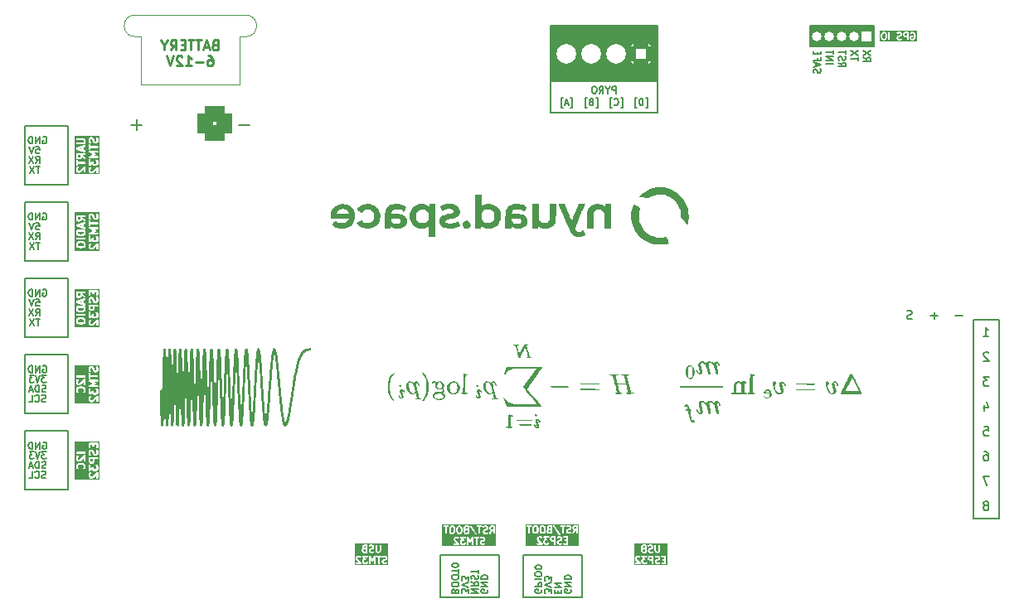
<source format=gbr>
%TF.GenerationSoftware,KiCad,Pcbnew,9.0.0*%
%TF.CreationDate,2025-07-16T14:45:31-07:00*%
%TF.ProjectId,aether,61657468-6572-42e6-9b69-6361645f7063,rev?*%
%TF.SameCoordinates,Original*%
%TF.FileFunction,Legend,Bot*%
%TF.FilePolarity,Positive*%
%FSLAX46Y46*%
G04 Gerber Fmt 4.6, Leading zero omitted, Abs format (unit mm)*
G04 Created by KiCad (PCBNEW 9.0.0) date 2025-07-16 14:45:31*
%MOMM*%
%LPD*%
G01*
G04 APERTURE LIST*
G04 Aperture macros list*
%AMRoundRect*
0 Rectangle with rounded corners*
0 $1 Rounding radius*
0 $2 $3 $4 $5 $6 $7 $8 $9 X,Y pos of 4 corners*
0 Add a 4 corners polygon primitive as box body*
4,1,4,$2,$3,$4,$5,$6,$7,$8,$9,$2,$3,0*
0 Add four circle primitives for the rounded corners*
1,1,$1+$1,$2,$3*
1,1,$1+$1,$4,$5*
1,1,$1+$1,$6,$7*
1,1,$1+$1,$8,$9*
0 Add four rect primitives between the rounded corners*
20,1,$1+$1,$2,$3,$4,$5,0*
20,1,$1+$1,$4,$5,$6,$7,0*
20,1,$1+$1,$6,$7,$8,$9,0*
20,1,$1+$1,$8,$9,$2,$3,0*%
G04 Aperture macros list end*
%ADD10C,0.150000*%
%ADD11C,0.175000*%
%ADD12C,0.200000*%
%ADD13C,0.250000*%
%ADD14C,0.120000*%
%ADD15C,0.000000*%
%ADD16C,0.650000*%
%ADD17O,1.000000X2.100000*%
%ADD18O,1.000000X1.800000*%
%ADD19C,1.100025*%
%ADD20C,0.800000*%
%ADD21C,6.400000*%
%ADD22C,2.050000*%
%ADD23C,2.250000*%
%ADD24C,1.400000*%
%ADD25RoundRect,0.770000X-0.980000X-0.980000X0.980000X-0.980000X0.980000X0.980000X-0.980000X0.980000X0*%
%ADD26C,3.500000*%
%ADD27R,1.370000X1.370000*%
%ADD28C,1.370000*%
%ADD29R,1.000000X1.000000*%
%ADD30O,1.000000X1.000000*%
%ADD31RoundRect,0.250000X0.750000X0.750000X-0.750000X0.750000X-0.750000X-0.750000X0.750000X-0.750000X0*%
%ADD32C,2.000000*%
G04 APERTURE END LIST*
D10*
X15375000Y-57600000D02*
X19750000Y-57600000D01*
X19750000Y-63600000D01*
X15375000Y-63600000D01*
X15375000Y-57600000D01*
X15375000Y-34200000D02*
X19750000Y-34200000D01*
X19750000Y-40200000D01*
X15375000Y-40200000D01*
X15375000Y-34200000D01*
X66250000Y-70250000D02*
X72250000Y-70250000D01*
X72250000Y-74625000D01*
X66250000Y-74625000D01*
X66250000Y-70250000D01*
X15375000Y-26400000D02*
X19750000Y-26400000D01*
X19750000Y-32400000D01*
X15375000Y-32400000D01*
X15375000Y-26400000D01*
X15375000Y-42000000D02*
X19750000Y-42000000D01*
X19750000Y-48000000D01*
X15375000Y-48000000D01*
X15375000Y-42000000D01*
X15375000Y-49800000D02*
X19750000Y-49800000D01*
X19750000Y-55800000D01*
X15375000Y-55800000D01*
X15375000Y-49800000D01*
X69000000Y-16187500D02*
X79950000Y-16187500D01*
X79950000Y-21862500D01*
X69000000Y-21862500D01*
X69000000Y-16187500D01*
G36*
X69000000Y-16187500D02*
G01*
X79950000Y-16187500D01*
X79950000Y-21862500D01*
X69000000Y-21862500D01*
X69000000Y-16187500D01*
G37*
X57750000Y-70250000D02*
X63750000Y-70250000D01*
X63750000Y-74625000D01*
X57750000Y-74625000D01*
X57750000Y-70250000D01*
X69000000Y-21862500D02*
X79950000Y-21862500D01*
X79950000Y-25050000D01*
X69000000Y-25050000D01*
X69000000Y-21862500D01*
X95487500Y-16187500D02*
X102012500Y-16187500D01*
X102012500Y-18312500D01*
X95487500Y-18312500D01*
X95487500Y-16187500D01*
G36*
X95487500Y-16187500D02*
G01*
X102012500Y-16187500D01*
X102012500Y-18312500D01*
X95487500Y-18312500D01*
X95487500Y-16187500D01*
G37*
D11*
X95928600Y-20981797D02*
X95895266Y-20881797D01*
X95895266Y-20881797D02*
X95895266Y-20715131D01*
X95895266Y-20715131D02*
X95928600Y-20648464D01*
X95928600Y-20648464D02*
X95961933Y-20615131D01*
X95961933Y-20615131D02*
X96028600Y-20581797D01*
X96028600Y-20581797D02*
X96095266Y-20581797D01*
X96095266Y-20581797D02*
X96161933Y-20615131D01*
X96161933Y-20615131D02*
X96195266Y-20648464D01*
X96195266Y-20648464D02*
X96228600Y-20715131D01*
X96228600Y-20715131D02*
X96261933Y-20848464D01*
X96261933Y-20848464D02*
X96295266Y-20915131D01*
X96295266Y-20915131D02*
X96328600Y-20948464D01*
X96328600Y-20948464D02*
X96395266Y-20981797D01*
X96395266Y-20981797D02*
X96461933Y-20981797D01*
X96461933Y-20981797D02*
X96528600Y-20948464D01*
X96528600Y-20948464D02*
X96561933Y-20915131D01*
X96561933Y-20915131D02*
X96595266Y-20848464D01*
X96595266Y-20848464D02*
X96595266Y-20681797D01*
X96595266Y-20681797D02*
X96561933Y-20581797D01*
X96095266Y-20315130D02*
X96095266Y-19981797D01*
X95895266Y-20381797D02*
X96595266Y-20148464D01*
X96595266Y-20148464D02*
X95895266Y-19915130D01*
X96261933Y-19448464D02*
X96261933Y-19681797D01*
X95895266Y-19681797D02*
X96595266Y-19681797D01*
X96595266Y-19681797D02*
X96595266Y-19348464D01*
X96261933Y-19081797D02*
X96261933Y-18848464D01*
X95895266Y-18748464D02*
X95895266Y-19081797D01*
X95895266Y-19081797D02*
X96595266Y-19081797D01*
X96595266Y-19081797D02*
X96595266Y-18748464D01*
D12*
G36*
X22953673Y-54752381D02*
G01*
X20465718Y-54752381D01*
X20465718Y-54209524D01*
X21853673Y-54209524D01*
X21853673Y-54400000D01*
X21855594Y-54419509D01*
X21856969Y-54422829D01*
X21857224Y-54426412D01*
X21864230Y-54444721D01*
X21902325Y-54520912D01*
X21907610Y-54529308D01*
X21908621Y-54531748D01*
X21910874Y-54534494D01*
X21912768Y-54537502D01*
X21914762Y-54539232D01*
X21921057Y-54546902D01*
X21959152Y-54584996D01*
X21966821Y-54591290D01*
X21968552Y-54593286D01*
X21971557Y-54595177D01*
X21974305Y-54597433D01*
X21976746Y-54598444D01*
X21985142Y-54603729D01*
X22061333Y-54641824D01*
X22079642Y-54648830D01*
X22083224Y-54649084D01*
X22086545Y-54650460D01*
X22106054Y-54652381D01*
X22182244Y-54652381D01*
X22192117Y-54651408D01*
X22194751Y-54651596D01*
X22198214Y-54650808D01*
X22201753Y-54650460D01*
X22204195Y-54649448D01*
X22213867Y-54647249D01*
X22328153Y-54609154D01*
X22346053Y-54601163D01*
X22348768Y-54598807D01*
X22352087Y-54597433D01*
X22367241Y-54584997D01*
X22653673Y-54298565D01*
X22653673Y-54552381D01*
X22655594Y-54571890D01*
X22670526Y-54607938D01*
X22698116Y-54635528D01*
X22734164Y-54650460D01*
X22773182Y-54650460D01*
X22809230Y-54635528D01*
X22836820Y-54607938D01*
X22851752Y-54571890D01*
X22853673Y-54552381D01*
X22853673Y-54057143D01*
X22851752Y-54037634D01*
X22836820Y-54001586D01*
X22809230Y-53973996D01*
X22773182Y-53959064D01*
X22734164Y-53959064D01*
X22698116Y-53973996D01*
X22682962Y-53986432D01*
X22242510Y-54426883D01*
X22166017Y-54452381D01*
X22129661Y-54452381D01*
X22089098Y-54432100D01*
X22073953Y-54416954D01*
X22053673Y-54376393D01*
X22053673Y-54233131D01*
X22073953Y-54192569D01*
X22100574Y-54165948D01*
X22113011Y-54150794D01*
X22127942Y-54114746D01*
X22127941Y-54075728D01*
X22113009Y-54039680D01*
X22085419Y-54012090D01*
X22049371Y-53997159D01*
X22010353Y-53997160D01*
X21974304Y-54012092D01*
X21959151Y-54024528D01*
X21921056Y-54062624D01*
X21914764Y-54070290D01*
X21912768Y-54072022D01*
X21910873Y-54075032D01*
X21908620Y-54077778D01*
X21907609Y-54080216D01*
X21902325Y-54088613D01*
X21864230Y-54164803D01*
X21857224Y-54183111D01*
X21856969Y-54186694D01*
X21855594Y-54190015D01*
X21853673Y-54209524D01*
X20465718Y-54209524D01*
X20465718Y-53390476D01*
X20565718Y-53390476D01*
X20565718Y-53466667D01*
X20566690Y-53476540D01*
X20566503Y-53479174D01*
X20567290Y-53482637D01*
X20567639Y-53486176D01*
X20568650Y-53488618D01*
X20570850Y-53498290D01*
X20608945Y-53612575D01*
X20616936Y-53630475D01*
X20619290Y-53633189D01*
X20620665Y-53636508D01*
X20633101Y-53651662D01*
X20671196Y-53689758D01*
X20686349Y-53702194D01*
X20722398Y-53717126D01*
X20761416Y-53717127D01*
X20797464Y-53702196D01*
X20825054Y-53674606D01*
X20839986Y-53638558D01*
X20839987Y-53599540D01*
X20825056Y-53563492D01*
X20812619Y-53548338D01*
X20791215Y-53526933D01*
X20765718Y-53450440D01*
X20765718Y-53406702D01*
X20791215Y-53330209D01*
X20839239Y-53282185D01*
X20891097Y-53256256D01*
X21020885Y-53223809D01*
X21110551Y-53223809D01*
X21240337Y-53256256D01*
X21292197Y-53282186D01*
X21340220Y-53330208D01*
X21365718Y-53406702D01*
X21365718Y-53450440D01*
X21340220Y-53526932D01*
X21318816Y-53548337D01*
X21306380Y-53563491D01*
X21291448Y-53599539D01*
X21291448Y-53638557D01*
X21306380Y-53674605D01*
X21333970Y-53702195D01*
X21370018Y-53717127D01*
X21409036Y-53717127D01*
X21445084Y-53702195D01*
X21460238Y-53689759D01*
X21498334Y-53651663D01*
X21510770Y-53636509D01*
X21512144Y-53633190D01*
X21514500Y-53630475D01*
X21522491Y-53612575D01*
X21560586Y-53498290D01*
X21562785Y-53488618D01*
X21563797Y-53486176D01*
X21564145Y-53482637D01*
X21564933Y-53479174D01*
X21564745Y-53476540D01*
X21565718Y-53466667D01*
X21565718Y-53390476D01*
X21564745Y-53380602D01*
X21564933Y-53377969D01*
X21564145Y-53374506D01*
X21563797Y-53370967D01*
X21562785Y-53368524D01*
X21560586Y-53358854D01*
X21539381Y-53295238D01*
X21853673Y-53295238D01*
X21853673Y-53790476D01*
X21854688Y-53800793D01*
X21854514Y-53803418D01*
X21855125Y-53805225D01*
X21855594Y-53809985D01*
X21861809Y-53824990D01*
X21867014Y-53840379D01*
X21869235Y-53842918D01*
X21870526Y-53846033D01*
X21882010Y-53857517D01*
X21892708Y-53869743D01*
X21895731Y-53871238D01*
X21898116Y-53873623D01*
X21913122Y-53879839D01*
X21927683Y-53887040D01*
X21931048Y-53887264D01*
X21934164Y-53888555D01*
X21950412Y-53888555D01*
X21966615Y-53889635D01*
X21969808Y-53888555D01*
X21973182Y-53888555D01*
X21988187Y-53882339D01*
X22003576Y-53877135D01*
X22007466Y-53874353D01*
X22009230Y-53873623D01*
X22011089Y-53871763D01*
X22019523Y-53865734D01*
X22187125Y-53719082D01*
X22207087Y-53759007D01*
X22212372Y-53767403D01*
X22213383Y-53769843D01*
X22215636Y-53772589D01*
X22217530Y-53775597D01*
X22219524Y-53777327D01*
X22225819Y-53784997D01*
X22263914Y-53823091D01*
X22271583Y-53829385D01*
X22273314Y-53831381D01*
X22276319Y-53833272D01*
X22279067Y-53835528D01*
X22281508Y-53836539D01*
X22289904Y-53841824D01*
X22366095Y-53879919D01*
X22384404Y-53886925D01*
X22387986Y-53887179D01*
X22391307Y-53888555D01*
X22410816Y-53890476D01*
X22601292Y-53890476D01*
X22620801Y-53888555D01*
X22624121Y-53887179D01*
X22627705Y-53886925D01*
X22646013Y-53879919D01*
X22722203Y-53841824D01*
X22730599Y-53836539D01*
X22733038Y-53835529D01*
X22735783Y-53833275D01*
X22738794Y-53831381D01*
X22740525Y-53829384D01*
X22748192Y-53823093D01*
X22786288Y-53784998D01*
X22792584Y-53777326D01*
X22794578Y-53775597D01*
X22796469Y-53772591D01*
X22798724Y-53769845D01*
X22799734Y-53767404D01*
X22805021Y-53759007D01*
X22843116Y-53682816D01*
X22850122Y-53664507D01*
X22850376Y-53660924D01*
X22851752Y-53657604D01*
X22853673Y-53638095D01*
X22853673Y-53409524D01*
X22851752Y-53390015D01*
X22850376Y-53386694D01*
X22850122Y-53383112D01*
X22843116Y-53364803D01*
X22805021Y-53288612D01*
X22799734Y-53280214D01*
X22798724Y-53277774D01*
X22796469Y-53275027D01*
X22794578Y-53272022D01*
X22792584Y-53270292D01*
X22786288Y-53262621D01*
X22748192Y-53224526D01*
X22733038Y-53212090D01*
X22696990Y-53197159D01*
X22657972Y-53197160D01*
X22621924Y-53212091D01*
X22594334Y-53239682D01*
X22579403Y-53275730D01*
X22579404Y-53314748D01*
X22594335Y-53350796D01*
X22606772Y-53365950D01*
X22633392Y-53392569D01*
X22653673Y-53433130D01*
X22653673Y-53614488D01*
X22633392Y-53655049D01*
X22618246Y-53670195D01*
X22577685Y-53690476D01*
X22434423Y-53690476D01*
X22393860Y-53670195D01*
X22378715Y-53655049D01*
X22358435Y-53614488D01*
X22358435Y-53523810D01*
X22357419Y-53513492D01*
X22357594Y-53510868D01*
X22356982Y-53509060D01*
X22356514Y-53504301D01*
X22350299Y-53489297D01*
X22345094Y-53473906D01*
X22342871Y-53471365D01*
X22341582Y-53468253D01*
X22330109Y-53456780D01*
X22319401Y-53444542D01*
X22316374Y-53443045D01*
X22313992Y-53440663D01*
X22298993Y-53434450D01*
X22284425Y-53427246D01*
X22281059Y-53427021D01*
X22277944Y-53425731D01*
X22261696Y-53425731D01*
X22245494Y-53424651D01*
X22242300Y-53425731D01*
X22238926Y-53425731D01*
X22223918Y-53431947D01*
X22208532Y-53437151D01*
X22204641Y-53439932D01*
X22202878Y-53440663D01*
X22201018Y-53442522D01*
X22192585Y-53448552D01*
X22053673Y-53570099D01*
X22053673Y-53295238D01*
X22051752Y-53275729D01*
X22036820Y-53239681D01*
X22009230Y-53212091D01*
X21973182Y-53197159D01*
X21934164Y-53197159D01*
X21898116Y-53212091D01*
X21870526Y-53239681D01*
X21855594Y-53275729D01*
X21853673Y-53295238D01*
X21539381Y-53295238D01*
X21522491Y-53244567D01*
X21514500Y-53226667D01*
X21512145Y-53223951D01*
X21510770Y-53220632D01*
X21498333Y-53205479D01*
X21422142Y-53129289D01*
X21414475Y-53122996D01*
X21412744Y-53121000D01*
X21409736Y-53119106D01*
X21406989Y-53116852D01*
X21404547Y-53115840D01*
X21396153Y-53110557D01*
X21319963Y-53072462D01*
X21318538Y-53071916D01*
X21317957Y-53071486D01*
X21309765Y-53068559D01*
X21301655Y-53065456D01*
X21300934Y-53065404D01*
X21299496Y-53064891D01*
X21147115Y-53026795D01*
X21143733Y-53026294D01*
X21142370Y-53025730D01*
X21135021Y-53025006D01*
X21127723Y-53023927D01*
X21126264Y-53024144D01*
X21122861Y-53023809D01*
X21008575Y-53023809D01*
X21005171Y-53024144D01*
X21003713Y-53023927D01*
X20996414Y-53025006D01*
X20989066Y-53025730D01*
X20987702Y-53026294D01*
X20984321Y-53026795D01*
X20831940Y-53064891D01*
X20830501Y-53065404D01*
X20829782Y-53065456D01*
X20821679Y-53068556D01*
X20813479Y-53071486D01*
X20812897Y-53071916D01*
X20811473Y-53072462D01*
X20735282Y-53110557D01*
X20726885Y-53115842D01*
X20724446Y-53116853D01*
X20721699Y-53119106D01*
X20718692Y-53121000D01*
X20716961Y-53122994D01*
X20709292Y-53129289D01*
X20633102Y-53205479D01*
X20620666Y-53220633D01*
X20619291Y-53223951D01*
X20616936Y-53226667D01*
X20608945Y-53244567D01*
X20570850Y-53358853D01*
X20568650Y-53368524D01*
X20567639Y-53370967D01*
X20567290Y-53374505D01*
X20566503Y-53377969D01*
X20566690Y-53380602D01*
X20565718Y-53390476D01*
X20465718Y-53390476D01*
X20465718Y-52476190D01*
X20565718Y-52476190D01*
X20565718Y-52666666D01*
X20567639Y-52686175D01*
X20569014Y-52689495D01*
X20569269Y-52693078D01*
X20576275Y-52711387D01*
X20614370Y-52787578D01*
X20619655Y-52795974D01*
X20620666Y-52798414D01*
X20622919Y-52801160D01*
X20624813Y-52804168D01*
X20626807Y-52805898D01*
X20633102Y-52813568D01*
X20671197Y-52851662D01*
X20678866Y-52857956D01*
X20680597Y-52859952D01*
X20683602Y-52861843D01*
X20686350Y-52864099D01*
X20688791Y-52865110D01*
X20697187Y-52870395D01*
X20773378Y-52908490D01*
X20791687Y-52915496D01*
X20795269Y-52915750D01*
X20798590Y-52917126D01*
X20818099Y-52919047D01*
X20894289Y-52919047D01*
X20904162Y-52918074D01*
X20906796Y-52918262D01*
X20910259Y-52917474D01*
X20913798Y-52917126D01*
X20916240Y-52916114D01*
X20925912Y-52913915D01*
X21040198Y-52875820D01*
X21058098Y-52867829D01*
X21060813Y-52865473D01*
X21064132Y-52864099D01*
X21079286Y-52851663D01*
X21365718Y-52565231D01*
X21365718Y-52819047D01*
X21367639Y-52838556D01*
X21382571Y-52874604D01*
X21410161Y-52902194D01*
X21446209Y-52917126D01*
X21485227Y-52917126D01*
X21521275Y-52902194D01*
X21548865Y-52874604D01*
X21563797Y-52838556D01*
X21565718Y-52819047D01*
X21565718Y-52472326D01*
X21854832Y-52472326D01*
X21855594Y-52474421D01*
X21855594Y-52476652D01*
X21862238Y-52492693D01*
X21868167Y-52508995D01*
X21869672Y-52510638D01*
X21870526Y-52512700D01*
X21882799Y-52524973D01*
X21894518Y-52537770D01*
X21897162Y-52539336D01*
X21898116Y-52540290D01*
X21900298Y-52541194D01*
X21911385Y-52547761D01*
X22288630Y-52723809D01*
X21911384Y-52899858D01*
X21900297Y-52906425D01*
X21898116Y-52907329D01*
X21897162Y-52908282D01*
X21894518Y-52909849D01*
X21882793Y-52922651D01*
X21870526Y-52934919D01*
X21869672Y-52936978D01*
X21868166Y-52938624D01*
X21862234Y-52954936D01*
X21855594Y-52970967D01*
X21855594Y-52973197D01*
X21854832Y-52975293D01*
X21855594Y-52992633D01*
X21855594Y-53009985D01*
X21856447Y-53012044D01*
X21856545Y-53014274D01*
X21863888Y-53030008D01*
X21870526Y-53046033D01*
X21872102Y-53047609D01*
X21873046Y-53049631D01*
X21885848Y-53061355D01*
X21898116Y-53073623D01*
X21900175Y-53074476D01*
X21901821Y-53075983D01*
X21918133Y-53081914D01*
X21934164Y-53088555D01*
X21937222Y-53088856D01*
X21938490Y-53089317D01*
X21940849Y-53089213D01*
X21953673Y-53090476D01*
X22753673Y-53090476D01*
X22773182Y-53088555D01*
X22809230Y-53073623D01*
X22836820Y-53046033D01*
X22851752Y-53009985D01*
X22851752Y-52970967D01*
X22836820Y-52934919D01*
X22809230Y-52907329D01*
X22773182Y-52892397D01*
X22753673Y-52890476D01*
X22404428Y-52890476D01*
X22567390Y-52814427D01*
X22574529Y-52810197D01*
X22576954Y-52809316D01*
X22578668Y-52807745D01*
X22584256Y-52804436D01*
X22594514Y-52793233D01*
X22605729Y-52782964D01*
X22607608Y-52778936D01*
X22610608Y-52775661D01*
X22615799Y-52761385D01*
X22622229Y-52747607D01*
X22622424Y-52743166D01*
X22623942Y-52738992D01*
X22623274Y-52723809D01*
X22623942Y-52708626D01*
X22622424Y-52704451D01*
X22622229Y-52700011D01*
X22615800Y-52686236D01*
X22610608Y-52671957D01*
X22607606Y-52668679D01*
X22605728Y-52664654D01*
X22594520Y-52654389D01*
X22584256Y-52643182D01*
X22578665Y-52639870D01*
X22576953Y-52638302D01*
X22574531Y-52637421D01*
X22567390Y-52633191D01*
X22404429Y-52557143D01*
X22753673Y-52557143D01*
X22773182Y-52555222D01*
X22809230Y-52540290D01*
X22836820Y-52512700D01*
X22851752Y-52476652D01*
X22851752Y-52437634D01*
X22836820Y-52401586D01*
X22809230Y-52373996D01*
X22773182Y-52359064D01*
X22753673Y-52357143D01*
X21953673Y-52357143D01*
X21940849Y-52358405D01*
X21938490Y-52358302D01*
X21937222Y-52358762D01*
X21934164Y-52359064D01*
X21918122Y-52365708D01*
X21901821Y-52371637D01*
X21900177Y-52373142D01*
X21898116Y-52373996D01*
X21885842Y-52386269D01*
X21873046Y-52397988D01*
X21872102Y-52400009D01*
X21870526Y-52401586D01*
X21863886Y-52417615D01*
X21856545Y-52433346D01*
X21856447Y-52435574D01*
X21855594Y-52437634D01*
X21855594Y-52454986D01*
X21854832Y-52472326D01*
X21565718Y-52472326D01*
X21565718Y-52323809D01*
X21563797Y-52304300D01*
X21548865Y-52268252D01*
X21521275Y-52240662D01*
X21485227Y-52225730D01*
X21446209Y-52225730D01*
X21410161Y-52240662D01*
X21395007Y-52253098D01*
X20954555Y-52693549D01*
X20878062Y-52719047D01*
X20841706Y-52719047D01*
X20801143Y-52698766D01*
X20785998Y-52683620D01*
X20765718Y-52643059D01*
X20765718Y-52499797D01*
X20785998Y-52459235D01*
X20812619Y-52432614D01*
X20825056Y-52417460D01*
X20839987Y-52381412D01*
X20839986Y-52342394D01*
X20825054Y-52306346D01*
X20797464Y-52278756D01*
X20761416Y-52263825D01*
X20722398Y-52263826D01*
X20686349Y-52278758D01*
X20671196Y-52291194D01*
X20633101Y-52329290D01*
X20626809Y-52336956D01*
X20624813Y-52338688D01*
X20622918Y-52341698D01*
X20620665Y-52344444D01*
X20619654Y-52346882D01*
X20614370Y-52355279D01*
X20576275Y-52431469D01*
X20569269Y-52449777D01*
X20569014Y-52453360D01*
X20567639Y-52456681D01*
X20565718Y-52476190D01*
X20465718Y-52476190D01*
X20465718Y-51999539D01*
X20567639Y-51999539D01*
X20567639Y-52038557D01*
X20582571Y-52074605D01*
X20610161Y-52102195D01*
X20646209Y-52117127D01*
X20665718Y-52119048D01*
X21465718Y-52119048D01*
X21485227Y-52117127D01*
X21521275Y-52102195D01*
X21548865Y-52074605D01*
X21563797Y-52038557D01*
X21563797Y-51999539D01*
X21548865Y-51963491D01*
X21521275Y-51935901D01*
X21485227Y-51920969D01*
X21465718Y-51919048D01*
X20665718Y-51919048D01*
X20646209Y-51920969D01*
X20610161Y-51935901D01*
X20582571Y-51963491D01*
X20567639Y-51999539D01*
X20465718Y-51999539D01*
X20465718Y-51733333D01*
X21853673Y-51733333D01*
X21853673Y-52190476D01*
X21855594Y-52209985D01*
X21870526Y-52246033D01*
X21898116Y-52273623D01*
X21934164Y-52288555D01*
X21973182Y-52288555D01*
X22009230Y-52273623D01*
X22036820Y-52246033D01*
X22051752Y-52209985D01*
X22053673Y-52190476D01*
X22053673Y-52061904D01*
X22753673Y-52061904D01*
X22773182Y-52059983D01*
X22809230Y-52045051D01*
X22836820Y-52017461D01*
X22851752Y-51981413D01*
X22851752Y-51942395D01*
X22836820Y-51906347D01*
X22809230Y-51878757D01*
X22773182Y-51863825D01*
X22753673Y-51861904D01*
X22053673Y-51861904D01*
X22053673Y-51733333D01*
X22051752Y-51713824D01*
X22036820Y-51677776D01*
X22009230Y-51650186D01*
X21973182Y-51635254D01*
X21934164Y-51635254D01*
X21898116Y-51650186D01*
X21870526Y-51677776D01*
X21855594Y-51713824D01*
X21853673Y-51733333D01*
X20465718Y-51733333D01*
X20465718Y-51199999D01*
X21853673Y-51199999D01*
X21853673Y-51390476D01*
X21854645Y-51400349D01*
X21854458Y-51402983D01*
X21855245Y-51406446D01*
X21855594Y-51409985D01*
X21856605Y-51412427D01*
X21858805Y-51422099D01*
X21896900Y-51536384D01*
X21904891Y-51554284D01*
X21930457Y-51583760D01*
X21965355Y-51601210D01*
X22004275Y-51603976D01*
X22041291Y-51591638D01*
X22070767Y-51566073D01*
X22088217Y-51531174D01*
X22090983Y-51492254D01*
X22086636Y-51473138D01*
X22053673Y-51374249D01*
X22053673Y-51223606D01*
X22073953Y-51183045D01*
X22089099Y-51167898D01*
X22129662Y-51147618D01*
X22158638Y-51147618D01*
X22199197Y-51167898D01*
X22214344Y-51183044D01*
X22240273Y-51234903D01*
X22275706Y-51376634D01*
X22276219Y-51378072D01*
X22276271Y-51378793D01*
X22279373Y-51386900D01*
X22282301Y-51395094D01*
X22282732Y-51395676D01*
X22283278Y-51397102D01*
X22321373Y-51473293D01*
X22326659Y-51481691D01*
X22327669Y-51484128D01*
X22329920Y-51486871D01*
X22331816Y-51489883D01*
X22333813Y-51491615D01*
X22340105Y-51499282D01*
X22378200Y-51537376D01*
X22385866Y-51543668D01*
X22387599Y-51545666D01*
X22390607Y-51547559D01*
X22393353Y-51549813D01*
X22395793Y-51550823D01*
X22404190Y-51556109D01*
X22480380Y-51594204D01*
X22498688Y-51601210D01*
X22502271Y-51601464D01*
X22505592Y-51602840D01*
X22525101Y-51604761D01*
X22601292Y-51604761D01*
X22620801Y-51602840D01*
X22624121Y-51601464D01*
X22627705Y-51601210D01*
X22646013Y-51594204D01*
X22722203Y-51556109D01*
X22730599Y-51550824D01*
X22733038Y-51549814D01*
X22735783Y-51547560D01*
X22738794Y-51545666D01*
X22740525Y-51543669D01*
X22748192Y-51537378D01*
X22786288Y-51499283D01*
X22792584Y-51491611D01*
X22794578Y-51489882D01*
X22796469Y-51486876D01*
X22798724Y-51484130D01*
X22799734Y-51481689D01*
X22805021Y-51473292D01*
X22843116Y-51397101D01*
X22850122Y-51378792D01*
X22850376Y-51375209D01*
X22851752Y-51371889D01*
X22853673Y-51352380D01*
X22853673Y-51161904D01*
X22852700Y-51152030D01*
X22852888Y-51149397D01*
X22852100Y-51145934D01*
X22851752Y-51142395D01*
X22850740Y-51139952D01*
X22848541Y-51130282D01*
X22810446Y-51015995D01*
X22802455Y-50998095D01*
X22776890Y-50968619D01*
X22741991Y-50951169D01*
X22703071Y-50948403D01*
X22666055Y-50960741D01*
X22636579Y-50986306D01*
X22619129Y-51021205D01*
X22616363Y-51060125D01*
X22620710Y-51079241D01*
X22653673Y-51178130D01*
X22653673Y-51328773D01*
X22633392Y-51369334D01*
X22618246Y-51384480D01*
X22577685Y-51404761D01*
X22548708Y-51404761D01*
X22508146Y-51384480D01*
X22493000Y-51369333D01*
X22467071Y-51317476D01*
X22431639Y-51175746D01*
X22431125Y-51174308D01*
X22431074Y-51173586D01*
X22427965Y-51165461D01*
X22425044Y-51157285D01*
X22424613Y-51156704D01*
X22424068Y-51155278D01*
X22385973Y-51079088D01*
X22380687Y-51070691D01*
X22379677Y-51068251D01*
X22377423Y-51065505D01*
X22375530Y-51062497D01*
X22373532Y-51060764D01*
X22367240Y-51053098D01*
X22329146Y-51015003D01*
X22321479Y-51008711D01*
X22319747Y-51006714D01*
X22316735Y-51004818D01*
X22313992Y-51002567D01*
X22311555Y-51001557D01*
X22303157Y-50996271D01*
X22226966Y-50958176D01*
X22208657Y-50951169D01*
X22205073Y-50950914D01*
X22201753Y-50949539D01*
X22182244Y-50947618D01*
X22106054Y-50947618D01*
X22086545Y-50949539D01*
X22083225Y-50950914D01*
X22079640Y-50951169D01*
X22061332Y-50958176D01*
X21985141Y-50996272D01*
X21976745Y-51001556D01*
X21974305Y-51002567D01*
X21971559Y-51004820D01*
X21968551Y-51006714D01*
X21966818Y-51008711D01*
X21959152Y-51015004D01*
X21921057Y-51053098D01*
X21914765Y-51060764D01*
X21912768Y-51062497D01*
X21910872Y-51065508D01*
X21908621Y-51068252D01*
X21907611Y-51070689D01*
X21902325Y-51079088D01*
X21864230Y-51155278D01*
X21857224Y-51173586D01*
X21856969Y-51177169D01*
X21855594Y-51180490D01*
X21853673Y-51199999D01*
X20465718Y-51199999D01*
X20465718Y-50847618D01*
X22953673Y-50847618D01*
X22953673Y-54752381D01*
G37*
D10*
X69133966Y-74166667D02*
X69133966Y-73733333D01*
X69133966Y-73733333D02*
X68867300Y-73966667D01*
X68867300Y-73966667D02*
X68867300Y-73866667D01*
X68867300Y-73866667D02*
X68833966Y-73800000D01*
X68833966Y-73800000D02*
X68800633Y-73766667D01*
X68800633Y-73766667D02*
X68733966Y-73733333D01*
X68733966Y-73733333D02*
X68567300Y-73733333D01*
X68567300Y-73733333D02*
X68500633Y-73766667D01*
X68500633Y-73766667D02*
X68467300Y-73800000D01*
X68467300Y-73800000D02*
X68433966Y-73866667D01*
X68433966Y-73866667D02*
X68433966Y-74066667D01*
X68433966Y-74066667D02*
X68467300Y-74133333D01*
X68467300Y-74133333D02*
X68500633Y-74166667D01*
X69133966Y-73533333D02*
X68433966Y-73300000D01*
X68433966Y-73300000D02*
X69133966Y-73066666D01*
X69133966Y-72900000D02*
X69133966Y-72466666D01*
X69133966Y-72466666D02*
X68867300Y-72700000D01*
X68867300Y-72700000D02*
X68867300Y-72600000D01*
X68867300Y-72600000D02*
X68833966Y-72533333D01*
X68833966Y-72533333D02*
X68800633Y-72500000D01*
X68800633Y-72500000D02*
X68733966Y-72466666D01*
X68733966Y-72466666D02*
X68567300Y-72466666D01*
X68567300Y-72466666D02*
X68500633Y-72500000D01*
X68500633Y-72500000D02*
X68467300Y-72533333D01*
X68467300Y-72533333D02*
X68433966Y-72600000D01*
X68433966Y-72600000D02*
X68433966Y-72800000D01*
X68433966Y-72800000D02*
X68467300Y-72866666D01*
X68467300Y-72866666D02*
X68500633Y-72900000D01*
X17516667Y-59716033D02*
X17083333Y-59716033D01*
X17083333Y-59716033D02*
X17316667Y-59982700D01*
X17316667Y-59982700D02*
X17216667Y-59982700D01*
X17216667Y-59982700D02*
X17150000Y-60016033D01*
X17150000Y-60016033D02*
X17116667Y-60049366D01*
X17116667Y-60049366D02*
X17083333Y-60116033D01*
X17083333Y-60116033D02*
X17083333Y-60282700D01*
X17083333Y-60282700D02*
X17116667Y-60349366D01*
X17116667Y-60349366D02*
X17150000Y-60382700D01*
X17150000Y-60382700D02*
X17216667Y-60416033D01*
X17216667Y-60416033D02*
X17416667Y-60416033D01*
X17416667Y-60416033D02*
X17483333Y-60382700D01*
X17483333Y-60382700D02*
X17516667Y-60349366D01*
X16883333Y-59716033D02*
X16650000Y-60416033D01*
X16650000Y-60416033D02*
X16416666Y-59716033D01*
X16250000Y-59716033D02*
X15816666Y-59716033D01*
X15816666Y-59716033D02*
X16050000Y-59982700D01*
X16050000Y-59982700D02*
X15950000Y-59982700D01*
X15950000Y-59982700D02*
X15883333Y-60016033D01*
X15883333Y-60016033D02*
X15850000Y-60049366D01*
X15850000Y-60049366D02*
X15816666Y-60116033D01*
X15816666Y-60116033D02*
X15816666Y-60282700D01*
X15816666Y-60282700D02*
X15850000Y-60349366D01*
X15850000Y-60349366D02*
X15883333Y-60382700D01*
X15883333Y-60382700D02*
X15950000Y-60416033D01*
X15950000Y-60416033D02*
X16150000Y-60416033D01*
X16150000Y-60416033D02*
X16216666Y-60382700D01*
X16216666Y-60382700D02*
X16250000Y-60349366D01*
D12*
X113328571Y-59715957D02*
X113499999Y-59715957D01*
X113499999Y-59715957D02*
X113585713Y-59758814D01*
X113585713Y-59758814D02*
X113628571Y-59801671D01*
X113628571Y-59801671D02*
X113714285Y-59930242D01*
X113714285Y-59930242D02*
X113757142Y-60101671D01*
X113757142Y-60101671D02*
X113757142Y-60444528D01*
X113757142Y-60444528D02*
X113714285Y-60530242D01*
X113714285Y-60530242D02*
X113671428Y-60573100D01*
X113671428Y-60573100D02*
X113585713Y-60615957D01*
X113585713Y-60615957D02*
X113414285Y-60615957D01*
X113414285Y-60615957D02*
X113328571Y-60573100D01*
X113328571Y-60573100D02*
X113285713Y-60530242D01*
X113285713Y-60530242D02*
X113242856Y-60444528D01*
X113242856Y-60444528D02*
X113242856Y-60230242D01*
X113242856Y-60230242D02*
X113285713Y-60144528D01*
X113285713Y-60144528D02*
X113328571Y-60101671D01*
X113328571Y-60101671D02*
X113414285Y-60058814D01*
X113414285Y-60058814D02*
X113585713Y-60058814D01*
X113585713Y-60058814D02*
X113671428Y-60101671D01*
X113671428Y-60101671D02*
X113714285Y-60144528D01*
X113714285Y-60144528D02*
X113757142Y-60230242D01*
D10*
X16483333Y-44116033D02*
X16816666Y-44116033D01*
X16816666Y-44116033D02*
X16849999Y-44449366D01*
X16849999Y-44449366D02*
X16816666Y-44416033D01*
X16816666Y-44416033D02*
X16749999Y-44382700D01*
X16749999Y-44382700D02*
X16583333Y-44382700D01*
X16583333Y-44382700D02*
X16516666Y-44416033D01*
X16516666Y-44416033D02*
X16483333Y-44449366D01*
X16483333Y-44449366D02*
X16449999Y-44516033D01*
X16449999Y-44516033D02*
X16449999Y-44682700D01*
X16449999Y-44682700D02*
X16483333Y-44749366D01*
X16483333Y-44749366D02*
X16516666Y-44782700D01*
X16516666Y-44782700D02*
X16583333Y-44816033D01*
X16583333Y-44816033D02*
X16749999Y-44816033D01*
X16749999Y-44816033D02*
X16816666Y-44782700D01*
X16816666Y-44782700D02*
X16849999Y-44749366D01*
X16249999Y-44116033D02*
X16016666Y-44816033D01*
X16016666Y-44816033D02*
X15783332Y-44116033D01*
X17499999Y-53582700D02*
X17399999Y-53616033D01*
X17399999Y-53616033D02*
X17233333Y-53616033D01*
X17233333Y-53616033D02*
X17166666Y-53582700D01*
X17166666Y-53582700D02*
X17133333Y-53549366D01*
X17133333Y-53549366D02*
X17099999Y-53482700D01*
X17099999Y-53482700D02*
X17099999Y-53416033D01*
X17099999Y-53416033D02*
X17133333Y-53349366D01*
X17133333Y-53349366D02*
X17166666Y-53316033D01*
X17166666Y-53316033D02*
X17233333Y-53282700D01*
X17233333Y-53282700D02*
X17366666Y-53249366D01*
X17366666Y-53249366D02*
X17433333Y-53216033D01*
X17433333Y-53216033D02*
X17466666Y-53182700D01*
X17466666Y-53182700D02*
X17499999Y-53116033D01*
X17499999Y-53116033D02*
X17499999Y-53049366D01*
X17499999Y-53049366D02*
X17466666Y-52982700D01*
X17466666Y-52982700D02*
X17433333Y-52949366D01*
X17433333Y-52949366D02*
X17366666Y-52916033D01*
X17366666Y-52916033D02*
X17199999Y-52916033D01*
X17199999Y-52916033D02*
X17099999Y-52949366D01*
X16799999Y-53616033D02*
X16799999Y-52916033D01*
X16799999Y-52916033D02*
X16633332Y-52916033D01*
X16633332Y-52916033D02*
X16533332Y-52949366D01*
X16533332Y-52949366D02*
X16466666Y-53016033D01*
X16466666Y-53016033D02*
X16433332Y-53082700D01*
X16433332Y-53082700D02*
X16399999Y-53216033D01*
X16399999Y-53216033D02*
X16399999Y-53316033D01*
X16399999Y-53316033D02*
X16433332Y-53449366D01*
X16433332Y-53449366D02*
X16466666Y-53516033D01*
X16466666Y-53516033D02*
X16533332Y-53582700D01*
X16533332Y-53582700D02*
X16633332Y-53616033D01*
X16633332Y-53616033D02*
X16799999Y-53616033D01*
X16133332Y-53416033D02*
X15799999Y-53416033D01*
X16199999Y-53616033D02*
X15966666Y-52916033D01*
X15966666Y-52916033D02*
X15733332Y-53616033D01*
D12*
X111072857Y-45813100D02*
X110387143Y-45813100D01*
X105907142Y-46113100D02*
X105778571Y-46155957D01*
X105778571Y-46155957D02*
X105564285Y-46155957D01*
X105564285Y-46155957D02*
X105478571Y-46113100D01*
X105478571Y-46113100D02*
X105435713Y-46070242D01*
X105435713Y-46070242D02*
X105392856Y-45984528D01*
X105392856Y-45984528D02*
X105392856Y-45898814D01*
X105392856Y-45898814D02*
X105435713Y-45813100D01*
X105435713Y-45813100D02*
X105478571Y-45770242D01*
X105478571Y-45770242D02*
X105564285Y-45727385D01*
X105564285Y-45727385D02*
X105735713Y-45684528D01*
X105735713Y-45684528D02*
X105821428Y-45641671D01*
X105821428Y-45641671D02*
X105864285Y-45598814D01*
X105864285Y-45598814D02*
X105907142Y-45513100D01*
X105907142Y-45513100D02*
X105907142Y-45427385D01*
X105907142Y-45427385D02*
X105864285Y-45341671D01*
X105864285Y-45341671D02*
X105821428Y-45298814D01*
X105821428Y-45298814D02*
X105735713Y-45255957D01*
X105735713Y-45255957D02*
X105521428Y-45255957D01*
X105521428Y-45255957D02*
X105392856Y-45298814D01*
X113799999Y-52095957D02*
X113242856Y-52095957D01*
X113242856Y-52095957D02*
X113542856Y-52438814D01*
X113542856Y-52438814D02*
X113414285Y-52438814D01*
X113414285Y-52438814D02*
X113328571Y-52481671D01*
X113328571Y-52481671D02*
X113285713Y-52524528D01*
X113285713Y-52524528D02*
X113242856Y-52610242D01*
X113242856Y-52610242D02*
X113242856Y-52824528D01*
X113242856Y-52824528D02*
X113285713Y-52910242D01*
X113285713Y-52910242D02*
X113328571Y-52953100D01*
X113328571Y-52953100D02*
X113414285Y-52995957D01*
X113414285Y-52995957D02*
X113671428Y-52995957D01*
X113671428Y-52995957D02*
X113757142Y-52953100D01*
X113757142Y-52953100D02*
X113799999Y-52910242D01*
D11*
X78735000Y-24548066D02*
X78901667Y-24548066D01*
X78901667Y-24548066D02*
X78901667Y-23548066D01*
X78901667Y-23548066D02*
X78735000Y-23548066D01*
X78468333Y-24314733D02*
X78468333Y-23614733D01*
X78468333Y-23614733D02*
X78301666Y-23614733D01*
X78301666Y-23614733D02*
X78201666Y-23648066D01*
X78201666Y-23648066D02*
X78135000Y-23714733D01*
X78135000Y-23714733D02*
X78101666Y-23781400D01*
X78101666Y-23781400D02*
X78068333Y-23914733D01*
X78068333Y-23914733D02*
X78068333Y-24014733D01*
X78068333Y-24014733D02*
X78101666Y-24148066D01*
X78101666Y-24148066D02*
X78135000Y-24214733D01*
X78135000Y-24214733D02*
X78201666Y-24281400D01*
X78201666Y-24281400D02*
X78301666Y-24314733D01*
X78301666Y-24314733D02*
X78468333Y-24314733D01*
X77835000Y-24548066D02*
X77668333Y-24548066D01*
X77668333Y-24548066D02*
X77668333Y-23548066D01*
X77668333Y-23548066D02*
X77835000Y-23548066D01*
D10*
X60933966Y-74149999D02*
X61633966Y-74149999D01*
X61633966Y-74149999D02*
X60933966Y-73749999D01*
X60933966Y-73749999D02*
X61633966Y-73749999D01*
X60933966Y-73016666D02*
X61267300Y-73249999D01*
X60933966Y-73416666D02*
X61633966Y-73416666D01*
X61633966Y-73416666D02*
X61633966Y-73149999D01*
X61633966Y-73149999D02*
X61600633Y-73083333D01*
X61600633Y-73083333D02*
X61567300Y-73049999D01*
X61567300Y-73049999D02*
X61500633Y-73016666D01*
X61500633Y-73016666D02*
X61400633Y-73016666D01*
X61400633Y-73016666D02*
X61333966Y-73049999D01*
X61333966Y-73049999D02*
X61300633Y-73083333D01*
X61300633Y-73083333D02*
X61267300Y-73149999D01*
X61267300Y-73149999D02*
X61267300Y-73416666D01*
X60967300Y-72749999D02*
X60933966Y-72649999D01*
X60933966Y-72649999D02*
X60933966Y-72483333D01*
X60933966Y-72483333D02*
X60967300Y-72416666D01*
X60967300Y-72416666D02*
X61000633Y-72383333D01*
X61000633Y-72383333D02*
X61067300Y-72349999D01*
X61067300Y-72349999D02*
X61133966Y-72349999D01*
X61133966Y-72349999D02*
X61200633Y-72383333D01*
X61200633Y-72383333D02*
X61233966Y-72416666D01*
X61233966Y-72416666D02*
X61267300Y-72483333D01*
X61267300Y-72483333D02*
X61300633Y-72616666D01*
X61300633Y-72616666D02*
X61333966Y-72683333D01*
X61333966Y-72683333D02*
X61367300Y-72716666D01*
X61367300Y-72716666D02*
X61433966Y-72749999D01*
X61433966Y-72749999D02*
X61500633Y-72749999D01*
X61500633Y-72749999D02*
X61567300Y-72716666D01*
X61567300Y-72716666D02*
X61600633Y-72683333D01*
X61600633Y-72683333D02*
X61633966Y-72616666D01*
X61633966Y-72616666D02*
X61633966Y-72449999D01*
X61633966Y-72449999D02*
X61600633Y-72349999D01*
X61633966Y-72149999D02*
X61633966Y-71749999D01*
X60933966Y-71949999D02*
X61633966Y-71949999D01*
X17483333Y-62382700D02*
X17383333Y-62416033D01*
X17383333Y-62416033D02*
X17216667Y-62416033D01*
X17216667Y-62416033D02*
X17150000Y-62382700D01*
X17150000Y-62382700D02*
X17116667Y-62349366D01*
X17116667Y-62349366D02*
X17083333Y-62282700D01*
X17083333Y-62282700D02*
X17083333Y-62216033D01*
X17083333Y-62216033D02*
X17116667Y-62149366D01*
X17116667Y-62149366D02*
X17150000Y-62116033D01*
X17150000Y-62116033D02*
X17216667Y-62082700D01*
X17216667Y-62082700D02*
X17350000Y-62049366D01*
X17350000Y-62049366D02*
X17416667Y-62016033D01*
X17416667Y-62016033D02*
X17450000Y-61982700D01*
X17450000Y-61982700D02*
X17483333Y-61916033D01*
X17483333Y-61916033D02*
X17483333Y-61849366D01*
X17483333Y-61849366D02*
X17450000Y-61782700D01*
X17450000Y-61782700D02*
X17416667Y-61749366D01*
X17416667Y-61749366D02*
X17350000Y-61716033D01*
X17350000Y-61716033D02*
X17183333Y-61716033D01*
X17183333Y-61716033D02*
X17083333Y-61749366D01*
X16383333Y-62349366D02*
X16416666Y-62382700D01*
X16416666Y-62382700D02*
X16516666Y-62416033D01*
X16516666Y-62416033D02*
X16583333Y-62416033D01*
X16583333Y-62416033D02*
X16683333Y-62382700D01*
X16683333Y-62382700D02*
X16750000Y-62316033D01*
X16750000Y-62316033D02*
X16783333Y-62249366D01*
X16783333Y-62249366D02*
X16816666Y-62116033D01*
X16816666Y-62116033D02*
X16816666Y-62016033D01*
X16816666Y-62016033D02*
X16783333Y-61882700D01*
X16783333Y-61882700D02*
X16750000Y-61816033D01*
X16750000Y-61816033D02*
X16683333Y-61749366D01*
X16683333Y-61749366D02*
X16583333Y-61716033D01*
X16583333Y-61716033D02*
X16516666Y-61716033D01*
X16516666Y-61716033D02*
X16416666Y-61749366D01*
X16416666Y-61749366D02*
X16383333Y-61782700D01*
X15750000Y-62416033D02*
X16083333Y-62416033D01*
X16083333Y-62416033D02*
X16083333Y-61716033D01*
D12*
G36*
X21300307Y-46195058D02*
G01*
X21345436Y-46240187D01*
X21365718Y-46280749D01*
X21365718Y-46385917D01*
X21345437Y-46426478D01*
X21300306Y-46471609D01*
X21186742Y-46500000D01*
X20944694Y-46500000D01*
X20831128Y-46471608D01*
X20785999Y-46426479D01*
X20765718Y-46385917D01*
X20765718Y-46280749D01*
X20785998Y-46240188D01*
X20831129Y-46195057D01*
X20944694Y-46166666D01*
X21186741Y-46166666D01*
X21300307Y-46195058D01*
G37*
G36*
X21365718Y-45098059D02*
G01*
X21340220Y-45174553D01*
X21292197Y-45222575D01*
X21240337Y-45248505D01*
X21110551Y-45280953D01*
X21020885Y-45280953D01*
X20891097Y-45248505D01*
X20839239Y-45222576D01*
X20791215Y-45174552D01*
X20765718Y-45098059D01*
X20765718Y-45023810D01*
X21365718Y-45023810D01*
X21365718Y-45098059D01*
G37*
G36*
X22272720Y-45052584D02*
G01*
X22252439Y-45093145D01*
X22237292Y-45108291D01*
X22196733Y-45128572D01*
X22129662Y-45128572D01*
X22089099Y-45108291D01*
X22073953Y-45093144D01*
X22053673Y-45052584D01*
X22053673Y-44871429D01*
X22272720Y-44871429D01*
X22272720Y-45052584D01*
G37*
G36*
X21137146Y-44442210D02*
G01*
X20981945Y-44390476D01*
X21137146Y-44338743D01*
X21137146Y-44442210D01*
G37*
G36*
X20984765Y-43719251D02*
G01*
X20964484Y-43759812D01*
X20949337Y-43774958D01*
X20908778Y-43795239D01*
X20841707Y-43795239D01*
X20801144Y-43774958D01*
X20785998Y-43759811D01*
X20765718Y-43719251D01*
X20765718Y-43538096D01*
X20984765Y-43538096D01*
X20984765Y-43719251D01*
G37*
G36*
X22953673Y-46952381D02*
G01*
X20465718Y-46952381D01*
X20465718Y-46257143D01*
X20565718Y-46257143D01*
X20565718Y-46409524D01*
X20567639Y-46429033D01*
X20569014Y-46432353D01*
X20569269Y-46435937D01*
X20576275Y-46454245D01*
X20614370Y-46530435D01*
X20619653Y-46538829D01*
X20620665Y-46541271D01*
X20622919Y-46544018D01*
X20624813Y-46547026D01*
X20626809Y-46548757D01*
X20633102Y-46556424D01*
X20709292Y-46632615D01*
X20724445Y-46645052D01*
X20731315Y-46647897D01*
X20737289Y-46652324D01*
X20755750Y-46658919D01*
X20908131Y-46697014D01*
X20911510Y-46697513D01*
X20912875Y-46698079D01*
X20920226Y-46698802D01*
X20927523Y-46699882D01*
X20928981Y-46699664D01*
X20932384Y-46700000D01*
X21199051Y-46700000D01*
X21202453Y-46699664D01*
X21203912Y-46699882D01*
X21211208Y-46698802D01*
X21218560Y-46698079D01*
X21219924Y-46697513D01*
X21223304Y-46697014D01*
X21375686Y-46658919D01*
X21394146Y-46652324D01*
X21400121Y-46647896D01*
X21406989Y-46645052D01*
X21422143Y-46632616D01*
X21498333Y-46556425D01*
X21504625Y-46548758D01*
X21506623Y-46547026D01*
X21508516Y-46544017D01*
X21510770Y-46541272D01*
X21511780Y-46538831D01*
X21517066Y-46530435D01*
X21555161Y-46454245D01*
X21562167Y-46435937D01*
X21562421Y-46432353D01*
X21563797Y-46429033D01*
X21565718Y-46409524D01*
X21853673Y-46409524D01*
X21853673Y-46600000D01*
X21855594Y-46619509D01*
X21856969Y-46622829D01*
X21857224Y-46626412D01*
X21864230Y-46644721D01*
X21902325Y-46720912D01*
X21907610Y-46729308D01*
X21908621Y-46731748D01*
X21910874Y-46734494D01*
X21912768Y-46737502D01*
X21914762Y-46739232D01*
X21921057Y-46746902D01*
X21959152Y-46784996D01*
X21966821Y-46791290D01*
X21968552Y-46793286D01*
X21971557Y-46795177D01*
X21974305Y-46797433D01*
X21976746Y-46798444D01*
X21985142Y-46803729D01*
X22061333Y-46841824D01*
X22079642Y-46848830D01*
X22083224Y-46849084D01*
X22086545Y-46850460D01*
X22106054Y-46852381D01*
X22182244Y-46852381D01*
X22192117Y-46851408D01*
X22194751Y-46851596D01*
X22198214Y-46850808D01*
X22201753Y-46850460D01*
X22204195Y-46849448D01*
X22213867Y-46847249D01*
X22328153Y-46809154D01*
X22346053Y-46801163D01*
X22348768Y-46798807D01*
X22352087Y-46797433D01*
X22367241Y-46784997D01*
X22653673Y-46498565D01*
X22653673Y-46752381D01*
X22655594Y-46771890D01*
X22670526Y-46807938D01*
X22698116Y-46835528D01*
X22734164Y-46850460D01*
X22773182Y-46850460D01*
X22809230Y-46835528D01*
X22836820Y-46807938D01*
X22851752Y-46771890D01*
X22853673Y-46752381D01*
X22853673Y-46257143D01*
X22851752Y-46237634D01*
X22836820Y-46201586D01*
X22809230Y-46173996D01*
X22773182Y-46159064D01*
X22734164Y-46159064D01*
X22698116Y-46173996D01*
X22682962Y-46186432D01*
X22242510Y-46626883D01*
X22166017Y-46652381D01*
X22129661Y-46652381D01*
X22089098Y-46632100D01*
X22073953Y-46616954D01*
X22053673Y-46576393D01*
X22053673Y-46433131D01*
X22073953Y-46392569D01*
X22100574Y-46365948D01*
X22113011Y-46350794D01*
X22127942Y-46314746D01*
X22127941Y-46275728D01*
X22113009Y-46239680D01*
X22085419Y-46212090D01*
X22049371Y-46197159D01*
X22010353Y-46197160D01*
X21974304Y-46212092D01*
X21959151Y-46224528D01*
X21921056Y-46262624D01*
X21914764Y-46270290D01*
X21912768Y-46272022D01*
X21910873Y-46275032D01*
X21908620Y-46277778D01*
X21907609Y-46280216D01*
X21902325Y-46288613D01*
X21864230Y-46364803D01*
X21857224Y-46383111D01*
X21856969Y-46386694D01*
X21855594Y-46390015D01*
X21853673Y-46409524D01*
X21565718Y-46409524D01*
X21565718Y-46257143D01*
X21563797Y-46237634D01*
X21562421Y-46234313D01*
X21562167Y-46230731D01*
X21555161Y-46212422D01*
X21517066Y-46136231D01*
X21511781Y-46127835D01*
X21510770Y-46125394D01*
X21508514Y-46122646D01*
X21506623Y-46119641D01*
X21504627Y-46117910D01*
X21498333Y-46110241D01*
X21422142Y-46034051D01*
X21406989Y-46021614D01*
X21400120Y-46018769D01*
X21394147Y-46014343D01*
X21375686Y-46007748D01*
X21223305Y-45969652D01*
X21219923Y-45969151D01*
X21218560Y-45968587D01*
X21211211Y-45967863D01*
X21203913Y-45966784D01*
X21202454Y-45967001D01*
X21199051Y-45966666D01*
X20932384Y-45966666D01*
X20928980Y-45967001D01*
X20927522Y-45966784D01*
X20920223Y-45967863D01*
X20912875Y-45968587D01*
X20911511Y-45969151D01*
X20908130Y-45969652D01*
X20755749Y-46007748D01*
X20737288Y-46014343D01*
X20731312Y-46018770D01*
X20724446Y-46021615D01*
X20709292Y-46034051D01*
X20633102Y-46110241D01*
X20626807Y-46117910D01*
X20624813Y-46119641D01*
X20622919Y-46122648D01*
X20620666Y-46125395D01*
X20619655Y-46127834D01*
X20614370Y-46136231D01*
X20576275Y-46212422D01*
X20569269Y-46230731D01*
X20569014Y-46234313D01*
X20567639Y-46237634D01*
X20565718Y-46257143D01*
X20465718Y-46257143D01*
X20465718Y-45704301D01*
X20567639Y-45704301D01*
X20567639Y-45743319D01*
X20582571Y-45779367D01*
X20610161Y-45806957D01*
X20646209Y-45821889D01*
X20665718Y-45823810D01*
X21465718Y-45823810D01*
X21485227Y-45821889D01*
X21521275Y-45806957D01*
X21548865Y-45779367D01*
X21563797Y-45743319D01*
X21563797Y-45704301D01*
X21548865Y-45668253D01*
X21521275Y-45640663D01*
X21485227Y-45625731D01*
X21465718Y-45623810D01*
X20665718Y-45623810D01*
X20646209Y-45625731D01*
X20610161Y-45640663D01*
X20582571Y-45668253D01*
X20567639Y-45704301D01*
X20465718Y-45704301D01*
X20465718Y-45495238D01*
X21853673Y-45495238D01*
X21853673Y-45990476D01*
X21854688Y-46000793D01*
X21854514Y-46003418D01*
X21855125Y-46005225D01*
X21855594Y-46009985D01*
X21861809Y-46024990D01*
X21867014Y-46040379D01*
X21869235Y-46042918D01*
X21870526Y-46046033D01*
X21882010Y-46057517D01*
X21892708Y-46069743D01*
X21895731Y-46071238D01*
X21898116Y-46073623D01*
X21913122Y-46079839D01*
X21927683Y-46087040D01*
X21931048Y-46087264D01*
X21934164Y-46088555D01*
X21950412Y-46088555D01*
X21966615Y-46089635D01*
X21969808Y-46088555D01*
X21973182Y-46088555D01*
X21988187Y-46082339D01*
X22003576Y-46077135D01*
X22007466Y-46074353D01*
X22009230Y-46073623D01*
X22011089Y-46071763D01*
X22019523Y-46065734D01*
X22187125Y-45919082D01*
X22207087Y-45959007D01*
X22212372Y-45967403D01*
X22213383Y-45969843D01*
X22215636Y-45972589D01*
X22217530Y-45975597D01*
X22219524Y-45977327D01*
X22225819Y-45984997D01*
X22263914Y-46023091D01*
X22271583Y-46029385D01*
X22273314Y-46031381D01*
X22276319Y-46033272D01*
X22279067Y-46035528D01*
X22281508Y-46036539D01*
X22289904Y-46041824D01*
X22366095Y-46079919D01*
X22384404Y-46086925D01*
X22387986Y-46087179D01*
X22391307Y-46088555D01*
X22410816Y-46090476D01*
X22601292Y-46090476D01*
X22620801Y-46088555D01*
X22624121Y-46087179D01*
X22627705Y-46086925D01*
X22646013Y-46079919D01*
X22722203Y-46041824D01*
X22730599Y-46036539D01*
X22733038Y-46035529D01*
X22735783Y-46033275D01*
X22738794Y-46031381D01*
X22740525Y-46029384D01*
X22748192Y-46023093D01*
X22786288Y-45984998D01*
X22792584Y-45977326D01*
X22794578Y-45975597D01*
X22796469Y-45972591D01*
X22798724Y-45969845D01*
X22799734Y-45967404D01*
X22805021Y-45959007D01*
X22843116Y-45882816D01*
X22850122Y-45864507D01*
X22850376Y-45860924D01*
X22851752Y-45857604D01*
X22853673Y-45838095D01*
X22853673Y-45609524D01*
X22851752Y-45590015D01*
X22850376Y-45586694D01*
X22850122Y-45583112D01*
X22843116Y-45564803D01*
X22805021Y-45488612D01*
X22799734Y-45480214D01*
X22798724Y-45477774D01*
X22796469Y-45475027D01*
X22794578Y-45472022D01*
X22792584Y-45470292D01*
X22786288Y-45462621D01*
X22748192Y-45424526D01*
X22733038Y-45412090D01*
X22696990Y-45397159D01*
X22657972Y-45397160D01*
X22621924Y-45412091D01*
X22594334Y-45439682D01*
X22579403Y-45475730D01*
X22579404Y-45514748D01*
X22594335Y-45550796D01*
X22606772Y-45565950D01*
X22633392Y-45592569D01*
X22653673Y-45633130D01*
X22653673Y-45814488D01*
X22633392Y-45855049D01*
X22618246Y-45870195D01*
X22577685Y-45890476D01*
X22434423Y-45890476D01*
X22393860Y-45870195D01*
X22378715Y-45855049D01*
X22358435Y-45814488D01*
X22358435Y-45723810D01*
X22357419Y-45713492D01*
X22357594Y-45710868D01*
X22356982Y-45709060D01*
X22356514Y-45704301D01*
X22350299Y-45689297D01*
X22345094Y-45673906D01*
X22342871Y-45671365D01*
X22341582Y-45668253D01*
X22330109Y-45656780D01*
X22319401Y-45644542D01*
X22316374Y-45643045D01*
X22313992Y-45640663D01*
X22298993Y-45634450D01*
X22284425Y-45627246D01*
X22281059Y-45627021D01*
X22277944Y-45625731D01*
X22261696Y-45625731D01*
X22245494Y-45624651D01*
X22242300Y-45625731D01*
X22238926Y-45625731D01*
X22223918Y-45631947D01*
X22208532Y-45637151D01*
X22204641Y-45639932D01*
X22202878Y-45640663D01*
X22201018Y-45642522D01*
X22192585Y-45648552D01*
X22053673Y-45770099D01*
X22053673Y-45495238D01*
X22051752Y-45475729D01*
X22036820Y-45439681D01*
X22009230Y-45412091D01*
X21973182Y-45397159D01*
X21934164Y-45397159D01*
X21898116Y-45412091D01*
X21870526Y-45439681D01*
X21855594Y-45475729D01*
X21853673Y-45495238D01*
X20465718Y-45495238D01*
X20465718Y-44923810D01*
X20565718Y-44923810D01*
X20565718Y-45114286D01*
X20566690Y-45124159D01*
X20566503Y-45126793D01*
X20567290Y-45130256D01*
X20567639Y-45133795D01*
X20568650Y-45136237D01*
X20570850Y-45145909D01*
X20608945Y-45260195D01*
X20616936Y-45278095D01*
X20619291Y-45280810D01*
X20620666Y-45284129D01*
X20633102Y-45299283D01*
X20709292Y-45375473D01*
X20716961Y-45381767D01*
X20718692Y-45383762D01*
X20721699Y-45385655D01*
X20724446Y-45387909D01*
X20726885Y-45388919D01*
X20735282Y-45394205D01*
X20811473Y-45432300D01*
X20812897Y-45432845D01*
X20813479Y-45433276D01*
X20821679Y-45436205D01*
X20829782Y-45439306D01*
X20830501Y-45439357D01*
X20831940Y-45439871D01*
X20984321Y-45477967D01*
X20987702Y-45478467D01*
X20989066Y-45479032D01*
X20996414Y-45479755D01*
X21003713Y-45480835D01*
X21005171Y-45480617D01*
X21008575Y-45480953D01*
X21122861Y-45480953D01*
X21126264Y-45480617D01*
X21127723Y-45480835D01*
X21135021Y-45479755D01*
X21142370Y-45479032D01*
X21143733Y-45478467D01*
X21147115Y-45477967D01*
X21299496Y-45439871D01*
X21300934Y-45439357D01*
X21301655Y-45439306D01*
X21309765Y-45436202D01*
X21317957Y-45433276D01*
X21318538Y-45432845D01*
X21319963Y-45432300D01*
X21396153Y-45394205D01*
X21404547Y-45388921D01*
X21406989Y-45387910D01*
X21409736Y-45385655D01*
X21412744Y-45383762D01*
X21414475Y-45381765D01*
X21422142Y-45375473D01*
X21498333Y-45299283D01*
X21510770Y-45284130D01*
X21512145Y-45280810D01*
X21514500Y-45278095D01*
X21522491Y-45260195D01*
X21560586Y-45145908D01*
X21562785Y-45136237D01*
X21563797Y-45133795D01*
X21564145Y-45130255D01*
X21564933Y-45126793D01*
X21564745Y-45124159D01*
X21565718Y-45114286D01*
X21565718Y-44923810D01*
X21563797Y-44904301D01*
X21548865Y-44868253D01*
X21521275Y-44840663D01*
X21485227Y-44825731D01*
X21465718Y-44823810D01*
X20665718Y-44823810D01*
X20646209Y-44825731D01*
X20610161Y-44840663D01*
X20582571Y-44868253D01*
X20567639Y-44904301D01*
X20565718Y-44923810D01*
X20465718Y-44923810D01*
X20465718Y-44771429D01*
X21853673Y-44771429D01*
X21853673Y-45076191D01*
X21855594Y-45095700D01*
X21856969Y-45099020D01*
X21857224Y-45102604D01*
X21864230Y-45120912D01*
X21902325Y-45197102D01*
X21907611Y-45205500D01*
X21908621Y-45207938D01*
X21910872Y-45210681D01*
X21912768Y-45213693D01*
X21914765Y-45215425D01*
X21921057Y-45223092D01*
X21959152Y-45261186D01*
X21966818Y-45267478D01*
X21968551Y-45269476D01*
X21971559Y-45271369D01*
X21974305Y-45273623D01*
X21976745Y-45274633D01*
X21985141Y-45279918D01*
X22061332Y-45318014D01*
X22079640Y-45325021D01*
X22083225Y-45325275D01*
X22086545Y-45326651D01*
X22106054Y-45328572D01*
X22220339Y-45328572D01*
X22239848Y-45326651D01*
X22243168Y-45325275D01*
X22246752Y-45325021D01*
X22265061Y-45318014D01*
X22341252Y-45279919D01*
X22349650Y-45274632D01*
X22352087Y-45273623D01*
X22354830Y-45271371D01*
X22357842Y-45269476D01*
X22359574Y-45267478D01*
X22367241Y-45261187D01*
X22405335Y-45223092D01*
X22411627Y-45215425D01*
X22413625Y-45213693D01*
X22415518Y-45210684D01*
X22417772Y-45207939D01*
X22418782Y-45205498D01*
X22424068Y-45197102D01*
X22462163Y-45120912D01*
X22469169Y-45102604D01*
X22469423Y-45099020D01*
X22470799Y-45095700D01*
X22472720Y-45076191D01*
X22472720Y-44871429D01*
X22753673Y-44871429D01*
X22773182Y-44869508D01*
X22809230Y-44854576D01*
X22836820Y-44826986D01*
X22851752Y-44790938D01*
X22851752Y-44751920D01*
X22836820Y-44715872D01*
X22809230Y-44688282D01*
X22773182Y-44673350D01*
X22753673Y-44671429D01*
X21953673Y-44671429D01*
X21934164Y-44673350D01*
X21898116Y-44688282D01*
X21870526Y-44715872D01*
X21855594Y-44751920D01*
X21853673Y-44771429D01*
X20465718Y-44771429D01*
X20465718Y-44377970D01*
X20566503Y-44377970D01*
X20567391Y-44390477D01*
X20566503Y-44402984D01*
X20568762Y-44409762D01*
X20569269Y-44416890D01*
X20574875Y-44428102D01*
X20578841Y-44440000D01*
X20583524Y-44445399D01*
X20586719Y-44451789D01*
X20596193Y-44460006D01*
X20604407Y-44469476D01*
X20610794Y-44472669D01*
X20616195Y-44477354D01*
X20634095Y-44485345D01*
X21434095Y-44752011D01*
X21453211Y-44756358D01*
X21492131Y-44753592D01*
X21527030Y-44736142D01*
X21552595Y-44706666D01*
X21564933Y-44669650D01*
X21562167Y-44630730D01*
X21544718Y-44595831D01*
X21515241Y-44570266D01*
X21497341Y-44562275D01*
X21337146Y-44508876D01*
X21337146Y-44272076D01*
X21497341Y-44218678D01*
X21515241Y-44210687D01*
X21544717Y-44185122D01*
X21562167Y-44150223D01*
X21564044Y-44123809D01*
X21853673Y-44123809D01*
X21853673Y-44314286D01*
X21854645Y-44324159D01*
X21854458Y-44326793D01*
X21855245Y-44330256D01*
X21855594Y-44333795D01*
X21856605Y-44336237D01*
X21858805Y-44345909D01*
X21896900Y-44460194D01*
X21904891Y-44478094D01*
X21930457Y-44507570D01*
X21965355Y-44525020D01*
X22004275Y-44527786D01*
X22041291Y-44515448D01*
X22070767Y-44489883D01*
X22088217Y-44454984D01*
X22090983Y-44416064D01*
X22086636Y-44396948D01*
X22053673Y-44298059D01*
X22053673Y-44147416D01*
X22073953Y-44106855D01*
X22089099Y-44091708D01*
X22129662Y-44071428D01*
X22158638Y-44071428D01*
X22199197Y-44091708D01*
X22214344Y-44106854D01*
X22240273Y-44158713D01*
X22275706Y-44300444D01*
X22276219Y-44301882D01*
X22276271Y-44302603D01*
X22279373Y-44310710D01*
X22282301Y-44318904D01*
X22282732Y-44319486D01*
X22283278Y-44320912D01*
X22321373Y-44397103D01*
X22326659Y-44405501D01*
X22327669Y-44407938D01*
X22329920Y-44410681D01*
X22331816Y-44413693D01*
X22333813Y-44415425D01*
X22340105Y-44423092D01*
X22378200Y-44461186D01*
X22385866Y-44467478D01*
X22387599Y-44469476D01*
X22390607Y-44471369D01*
X22393353Y-44473623D01*
X22395793Y-44474633D01*
X22404190Y-44479919D01*
X22480380Y-44518014D01*
X22498688Y-44525020D01*
X22502271Y-44525274D01*
X22505592Y-44526650D01*
X22525101Y-44528571D01*
X22601292Y-44528571D01*
X22620801Y-44526650D01*
X22624121Y-44525274D01*
X22627705Y-44525020D01*
X22646013Y-44518014D01*
X22722203Y-44479919D01*
X22730599Y-44474634D01*
X22733038Y-44473624D01*
X22735783Y-44471370D01*
X22738794Y-44469476D01*
X22740525Y-44467479D01*
X22748192Y-44461188D01*
X22786288Y-44423093D01*
X22792584Y-44415421D01*
X22794578Y-44413692D01*
X22796469Y-44410686D01*
X22798724Y-44407940D01*
X22799734Y-44405499D01*
X22805021Y-44397102D01*
X22843116Y-44320911D01*
X22850122Y-44302602D01*
X22850376Y-44299019D01*
X22851752Y-44295699D01*
X22853673Y-44276190D01*
X22853673Y-44085714D01*
X22852700Y-44075840D01*
X22852888Y-44073207D01*
X22852100Y-44069744D01*
X22851752Y-44066205D01*
X22850740Y-44063762D01*
X22848541Y-44054092D01*
X22810446Y-43939805D01*
X22802455Y-43921905D01*
X22776890Y-43892429D01*
X22741991Y-43874979D01*
X22703071Y-43872213D01*
X22666055Y-43884551D01*
X22636579Y-43910116D01*
X22619129Y-43945015D01*
X22616363Y-43983935D01*
X22620710Y-44003051D01*
X22653673Y-44101940D01*
X22653673Y-44252583D01*
X22633392Y-44293144D01*
X22618246Y-44308290D01*
X22577685Y-44328571D01*
X22548708Y-44328571D01*
X22508146Y-44308290D01*
X22493000Y-44293143D01*
X22467071Y-44241286D01*
X22431639Y-44099556D01*
X22431125Y-44098118D01*
X22431074Y-44097396D01*
X22427965Y-44089271D01*
X22425044Y-44081095D01*
X22424613Y-44080514D01*
X22424068Y-44079088D01*
X22385973Y-44002898D01*
X22380687Y-43994501D01*
X22379677Y-43992061D01*
X22377423Y-43989315D01*
X22375530Y-43986307D01*
X22373532Y-43984574D01*
X22367240Y-43976908D01*
X22329146Y-43938813D01*
X22321479Y-43932521D01*
X22319747Y-43930524D01*
X22316735Y-43928628D01*
X22313992Y-43926377D01*
X22311555Y-43925367D01*
X22303157Y-43920081D01*
X22226966Y-43881986D01*
X22208657Y-43874979D01*
X22205073Y-43874724D01*
X22201753Y-43873349D01*
X22182244Y-43871428D01*
X22106054Y-43871428D01*
X22086545Y-43873349D01*
X22083225Y-43874724D01*
X22079640Y-43874979D01*
X22061332Y-43881986D01*
X21985141Y-43920082D01*
X21976745Y-43925366D01*
X21974305Y-43926377D01*
X21971559Y-43928630D01*
X21968551Y-43930524D01*
X21966818Y-43932521D01*
X21959152Y-43938814D01*
X21921057Y-43976908D01*
X21914765Y-43984574D01*
X21912768Y-43986307D01*
X21910872Y-43989318D01*
X21908621Y-43992062D01*
X21907611Y-43994499D01*
X21902325Y-44002898D01*
X21864230Y-44079088D01*
X21857224Y-44097396D01*
X21856969Y-44100979D01*
X21855594Y-44104300D01*
X21853673Y-44123809D01*
X21564044Y-44123809D01*
X21564933Y-44111303D01*
X21552594Y-44074287D01*
X21527029Y-44044811D01*
X21492130Y-44027361D01*
X21453210Y-44024595D01*
X21434095Y-44028942D01*
X20634095Y-44295609D01*
X20616195Y-44303600D01*
X20610795Y-44308283D01*
X20604406Y-44311478D01*
X20596188Y-44320952D01*
X20586719Y-44329166D01*
X20583525Y-44335553D01*
X20578841Y-44340954D01*
X20574875Y-44352852D01*
X20569269Y-44364064D01*
X20568762Y-44371191D01*
X20566503Y-44377970D01*
X20465718Y-44377970D01*
X20465718Y-43438096D01*
X20565718Y-43438096D01*
X20565718Y-43742858D01*
X20567639Y-43762367D01*
X20569014Y-43765687D01*
X20569269Y-43769271D01*
X20576275Y-43787579D01*
X20614370Y-43863769D01*
X20619656Y-43872167D01*
X20620666Y-43874605D01*
X20622917Y-43877348D01*
X20624813Y-43880360D01*
X20626810Y-43882092D01*
X20633102Y-43889759D01*
X20671197Y-43927853D01*
X20678863Y-43934145D01*
X20680596Y-43936143D01*
X20683604Y-43938036D01*
X20686350Y-43940290D01*
X20688790Y-43941300D01*
X20697186Y-43946585D01*
X20773377Y-43984681D01*
X20791685Y-43991688D01*
X20795270Y-43991942D01*
X20798590Y-43993318D01*
X20818099Y-43995239D01*
X20932384Y-43995239D01*
X20951893Y-43993318D01*
X20955213Y-43991942D01*
X20958797Y-43991688D01*
X20977106Y-43984681D01*
X21053297Y-43946586D01*
X21061695Y-43941299D01*
X21064132Y-43940290D01*
X21066875Y-43938038D01*
X21069887Y-43936143D01*
X21071619Y-43934145D01*
X21079286Y-43927854D01*
X21117380Y-43889759D01*
X21123672Y-43882092D01*
X21125670Y-43880360D01*
X21127563Y-43877351D01*
X21129817Y-43874606D01*
X21130827Y-43872165D01*
X21136113Y-43863769D01*
X21164701Y-43806592D01*
X21408372Y-43977162D01*
X21425456Y-43986776D01*
X21463550Y-43995215D01*
X21501975Y-43988435D01*
X21534880Y-43967466D01*
X21557255Y-43935501D01*
X21565694Y-43897406D01*
X21558913Y-43858982D01*
X21537945Y-43826077D01*
X21523064Y-43813316D01*
X21184765Y-43576506D01*
X21184765Y-43538096D01*
X21465718Y-43538096D01*
X21485227Y-43536175D01*
X21521275Y-43521243D01*
X21548865Y-43493653D01*
X21563797Y-43457605D01*
X21563797Y-43418587D01*
X21548865Y-43382539D01*
X21521275Y-43354949D01*
X21485227Y-43340017D01*
X21465718Y-43338096D01*
X20665718Y-43338096D01*
X20646209Y-43340017D01*
X20610161Y-43354949D01*
X20582571Y-43382539D01*
X20567639Y-43418587D01*
X20565718Y-43438096D01*
X20465718Y-43438096D01*
X20465718Y-43285714D01*
X21853673Y-43285714D01*
X21853673Y-43666666D01*
X21855594Y-43686175D01*
X21870526Y-43722223D01*
X21898116Y-43749813D01*
X21934164Y-43764745D01*
X21973182Y-43764745D01*
X22009230Y-43749813D01*
X22036820Y-43722223D01*
X22051752Y-43686175D01*
X22053673Y-43666666D01*
X22053673Y-43385714D01*
X22234625Y-43385714D01*
X22234625Y-43552380D01*
X22236546Y-43571889D01*
X22251478Y-43607937D01*
X22279068Y-43635527D01*
X22315116Y-43650459D01*
X22354134Y-43650459D01*
X22390182Y-43635527D01*
X22417772Y-43607937D01*
X22432704Y-43571889D01*
X22434625Y-43552380D01*
X22434625Y-43385714D01*
X22653673Y-43385714D01*
X22653673Y-43666666D01*
X22655594Y-43686175D01*
X22670526Y-43722223D01*
X22698116Y-43749813D01*
X22734164Y-43764745D01*
X22773182Y-43764745D01*
X22809230Y-43749813D01*
X22836820Y-43722223D01*
X22851752Y-43686175D01*
X22853673Y-43666666D01*
X22853673Y-43285714D01*
X22851752Y-43266205D01*
X22836820Y-43230157D01*
X22809230Y-43202567D01*
X22773182Y-43187635D01*
X22753673Y-43185714D01*
X21953673Y-43185714D01*
X21934164Y-43187635D01*
X21898116Y-43202567D01*
X21870526Y-43230157D01*
X21855594Y-43266205D01*
X21853673Y-43285714D01*
X20465718Y-43285714D01*
X20465718Y-43085714D01*
X22953673Y-43085714D01*
X22953673Y-46952381D01*
G37*
G36*
X21300307Y-38395058D02*
G01*
X21345436Y-38440187D01*
X21365718Y-38480749D01*
X21365718Y-38585917D01*
X21345437Y-38626478D01*
X21300306Y-38671609D01*
X21186742Y-38700000D01*
X20944694Y-38700000D01*
X20831128Y-38671608D01*
X20785999Y-38626479D01*
X20765718Y-38585917D01*
X20765718Y-38480749D01*
X20785998Y-38440188D01*
X20831129Y-38395057D01*
X20944694Y-38366666D01*
X21186741Y-38366666D01*
X21300307Y-38395058D01*
G37*
G36*
X21365718Y-37298059D02*
G01*
X21340220Y-37374553D01*
X21292197Y-37422575D01*
X21240337Y-37448505D01*
X21110551Y-37480953D01*
X21020885Y-37480953D01*
X20891097Y-37448505D01*
X20839239Y-37422576D01*
X20791215Y-37374552D01*
X20765718Y-37298059D01*
X20765718Y-37223810D01*
X21365718Y-37223810D01*
X21365718Y-37298059D01*
G37*
G36*
X21137146Y-36642210D02*
G01*
X20981945Y-36590476D01*
X21137146Y-36538743D01*
X21137146Y-36642210D01*
G37*
G36*
X20984765Y-35919251D02*
G01*
X20964484Y-35959812D01*
X20949337Y-35974958D01*
X20908778Y-35995239D01*
X20841707Y-35995239D01*
X20801144Y-35974958D01*
X20785998Y-35959811D01*
X20765718Y-35919251D01*
X20765718Y-35738096D01*
X20984765Y-35738096D01*
X20984765Y-35919251D01*
G37*
G36*
X22953673Y-39152381D02*
G01*
X20465718Y-39152381D01*
X20465718Y-38457143D01*
X20565718Y-38457143D01*
X20565718Y-38609524D01*
X20567639Y-38629033D01*
X20569014Y-38632353D01*
X20569269Y-38635937D01*
X20576275Y-38654245D01*
X20614370Y-38730435D01*
X20619653Y-38738829D01*
X20620665Y-38741271D01*
X20622919Y-38744018D01*
X20624813Y-38747026D01*
X20626809Y-38748757D01*
X20633102Y-38756424D01*
X20709292Y-38832615D01*
X20724445Y-38845052D01*
X20731315Y-38847897D01*
X20737289Y-38852324D01*
X20755750Y-38858919D01*
X20908131Y-38897014D01*
X20911510Y-38897513D01*
X20912875Y-38898079D01*
X20920226Y-38898802D01*
X20927523Y-38899882D01*
X20928981Y-38899664D01*
X20932384Y-38900000D01*
X21199051Y-38900000D01*
X21202453Y-38899664D01*
X21203912Y-38899882D01*
X21211208Y-38898802D01*
X21218560Y-38898079D01*
X21219924Y-38897513D01*
X21223304Y-38897014D01*
X21375686Y-38858919D01*
X21394146Y-38852324D01*
X21400121Y-38847896D01*
X21406989Y-38845052D01*
X21422143Y-38832616D01*
X21498333Y-38756425D01*
X21504625Y-38748758D01*
X21506623Y-38747026D01*
X21508516Y-38744017D01*
X21510770Y-38741272D01*
X21511780Y-38738831D01*
X21517066Y-38730435D01*
X21555161Y-38654245D01*
X21562167Y-38635937D01*
X21562421Y-38632353D01*
X21563797Y-38629033D01*
X21565718Y-38609524D01*
X21853673Y-38609524D01*
X21853673Y-38800000D01*
X21855594Y-38819509D01*
X21856969Y-38822829D01*
X21857224Y-38826412D01*
X21864230Y-38844721D01*
X21902325Y-38920912D01*
X21907610Y-38929308D01*
X21908621Y-38931748D01*
X21910874Y-38934494D01*
X21912768Y-38937502D01*
X21914762Y-38939232D01*
X21921057Y-38946902D01*
X21959152Y-38984996D01*
X21966821Y-38991290D01*
X21968552Y-38993286D01*
X21971557Y-38995177D01*
X21974305Y-38997433D01*
X21976746Y-38998444D01*
X21985142Y-39003729D01*
X22061333Y-39041824D01*
X22079642Y-39048830D01*
X22083224Y-39049084D01*
X22086545Y-39050460D01*
X22106054Y-39052381D01*
X22182244Y-39052381D01*
X22192117Y-39051408D01*
X22194751Y-39051596D01*
X22198214Y-39050808D01*
X22201753Y-39050460D01*
X22204195Y-39049448D01*
X22213867Y-39047249D01*
X22328153Y-39009154D01*
X22346053Y-39001163D01*
X22348768Y-38998807D01*
X22352087Y-38997433D01*
X22367241Y-38984997D01*
X22653673Y-38698565D01*
X22653673Y-38952381D01*
X22655594Y-38971890D01*
X22670526Y-39007938D01*
X22698116Y-39035528D01*
X22734164Y-39050460D01*
X22773182Y-39050460D01*
X22809230Y-39035528D01*
X22836820Y-39007938D01*
X22851752Y-38971890D01*
X22853673Y-38952381D01*
X22853673Y-38457143D01*
X22851752Y-38437634D01*
X22836820Y-38401586D01*
X22809230Y-38373996D01*
X22773182Y-38359064D01*
X22734164Y-38359064D01*
X22698116Y-38373996D01*
X22682962Y-38386432D01*
X22242510Y-38826883D01*
X22166017Y-38852381D01*
X22129661Y-38852381D01*
X22089098Y-38832100D01*
X22073953Y-38816954D01*
X22053673Y-38776393D01*
X22053673Y-38633131D01*
X22073953Y-38592569D01*
X22100574Y-38565948D01*
X22113011Y-38550794D01*
X22127942Y-38514746D01*
X22127941Y-38475728D01*
X22113009Y-38439680D01*
X22085419Y-38412090D01*
X22049371Y-38397159D01*
X22010353Y-38397160D01*
X21974304Y-38412092D01*
X21959151Y-38424528D01*
X21921056Y-38462624D01*
X21914764Y-38470290D01*
X21912768Y-38472022D01*
X21910873Y-38475032D01*
X21908620Y-38477778D01*
X21907609Y-38480216D01*
X21902325Y-38488613D01*
X21864230Y-38564803D01*
X21857224Y-38583111D01*
X21856969Y-38586694D01*
X21855594Y-38590015D01*
X21853673Y-38609524D01*
X21565718Y-38609524D01*
X21565718Y-38457143D01*
X21563797Y-38437634D01*
X21562421Y-38434313D01*
X21562167Y-38430731D01*
X21555161Y-38412422D01*
X21517066Y-38336231D01*
X21511781Y-38327835D01*
X21510770Y-38325394D01*
X21508514Y-38322646D01*
X21506623Y-38319641D01*
X21504627Y-38317910D01*
X21498333Y-38310241D01*
X21422142Y-38234051D01*
X21406989Y-38221614D01*
X21400120Y-38218769D01*
X21394147Y-38214343D01*
X21375686Y-38207748D01*
X21223305Y-38169652D01*
X21219923Y-38169151D01*
X21218560Y-38168587D01*
X21211211Y-38167863D01*
X21203913Y-38166784D01*
X21202454Y-38167001D01*
X21199051Y-38166666D01*
X20932384Y-38166666D01*
X20928980Y-38167001D01*
X20927522Y-38166784D01*
X20920223Y-38167863D01*
X20912875Y-38168587D01*
X20911511Y-38169151D01*
X20908130Y-38169652D01*
X20755749Y-38207748D01*
X20737288Y-38214343D01*
X20731312Y-38218770D01*
X20724446Y-38221615D01*
X20709292Y-38234051D01*
X20633102Y-38310241D01*
X20626807Y-38317910D01*
X20624813Y-38319641D01*
X20622919Y-38322648D01*
X20620666Y-38325395D01*
X20619655Y-38327834D01*
X20614370Y-38336231D01*
X20576275Y-38412422D01*
X20569269Y-38430731D01*
X20569014Y-38434313D01*
X20567639Y-38437634D01*
X20565718Y-38457143D01*
X20465718Y-38457143D01*
X20465718Y-37904301D01*
X20567639Y-37904301D01*
X20567639Y-37943319D01*
X20582571Y-37979367D01*
X20610161Y-38006957D01*
X20646209Y-38021889D01*
X20665718Y-38023810D01*
X21465718Y-38023810D01*
X21485227Y-38021889D01*
X21521275Y-38006957D01*
X21548865Y-37979367D01*
X21563797Y-37943319D01*
X21563797Y-37904301D01*
X21548865Y-37868253D01*
X21521275Y-37840663D01*
X21485227Y-37825731D01*
X21465718Y-37823810D01*
X20665718Y-37823810D01*
X20646209Y-37825731D01*
X20610161Y-37840663D01*
X20582571Y-37868253D01*
X20567639Y-37904301D01*
X20465718Y-37904301D01*
X20465718Y-37695238D01*
X21853673Y-37695238D01*
X21853673Y-38190476D01*
X21854688Y-38200793D01*
X21854514Y-38203418D01*
X21855125Y-38205225D01*
X21855594Y-38209985D01*
X21861809Y-38224990D01*
X21867014Y-38240379D01*
X21869235Y-38242918D01*
X21870526Y-38246033D01*
X21882010Y-38257517D01*
X21892708Y-38269743D01*
X21895731Y-38271238D01*
X21898116Y-38273623D01*
X21913122Y-38279839D01*
X21927683Y-38287040D01*
X21931048Y-38287264D01*
X21934164Y-38288555D01*
X21950412Y-38288555D01*
X21966615Y-38289635D01*
X21969808Y-38288555D01*
X21973182Y-38288555D01*
X21988187Y-38282339D01*
X22003576Y-38277135D01*
X22007466Y-38274353D01*
X22009230Y-38273623D01*
X22011089Y-38271763D01*
X22019523Y-38265734D01*
X22187125Y-38119082D01*
X22207087Y-38159007D01*
X22212372Y-38167403D01*
X22213383Y-38169843D01*
X22215636Y-38172589D01*
X22217530Y-38175597D01*
X22219524Y-38177327D01*
X22225819Y-38184997D01*
X22263914Y-38223091D01*
X22271583Y-38229385D01*
X22273314Y-38231381D01*
X22276319Y-38233272D01*
X22279067Y-38235528D01*
X22281508Y-38236539D01*
X22289904Y-38241824D01*
X22366095Y-38279919D01*
X22384404Y-38286925D01*
X22387986Y-38287179D01*
X22391307Y-38288555D01*
X22410816Y-38290476D01*
X22601292Y-38290476D01*
X22620801Y-38288555D01*
X22624121Y-38287179D01*
X22627705Y-38286925D01*
X22646013Y-38279919D01*
X22722203Y-38241824D01*
X22730599Y-38236539D01*
X22733038Y-38235529D01*
X22735783Y-38233275D01*
X22738794Y-38231381D01*
X22740525Y-38229384D01*
X22748192Y-38223093D01*
X22786288Y-38184998D01*
X22792584Y-38177326D01*
X22794578Y-38175597D01*
X22796469Y-38172591D01*
X22798724Y-38169845D01*
X22799734Y-38167404D01*
X22805021Y-38159007D01*
X22843116Y-38082816D01*
X22850122Y-38064507D01*
X22850376Y-38060924D01*
X22851752Y-38057604D01*
X22853673Y-38038095D01*
X22853673Y-37809524D01*
X22851752Y-37790015D01*
X22850376Y-37786694D01*
X22850122Y-37783112D01*
X22843116Y-37764803D01*
X22805021Y-37688612D01*
X22799734Y-37680214D01*
X22798724Y-37677774D01*
X22796469Y-37675027D01*
X22794578Y-37672022D01*
X22792584Y-37670292D01*
X22786288Y-37662621D01*
X22748192Y-37624526D01*
X22733038Y-37612090D01*
X22696990Y-37597159D01*
X22657972Y-37597160D01*
X22621924Y-37612091D01*
X22594334Y-37639682D01*
X22579403Y-37675730D01*
X22579404Y-37714748D01*
X22594335Y-37750796D01*
X22606772Y-37765950D01*
X22633392Y-37792569D01*
X22653673Y-37833130D01*
X22653673Y-38014488D01*
X22633392Y-38055049D01*
X22618246Y-38070195D01*
X22577685Y-38090476D01*
X22434423Y-38090476D01*
X22393860Y-38070195D01*
X22378715Y-38055049D01*
X22358435Y-38014488D01*
X22358435Y-37923810D01*
X22357419Y-37913492D01*
X22357594Y-37910868D01*
X22356982Y-37909060D01*
X22356514Y-37904301D01*
X22350299Y-37889297D01*
X22345094Y-37873906D01*
X22342871Y-37871365D01*
X22341582Y-37868253D01*
X22330109Y-37856780D01*
X22319401Y-37844542D01*
X22316374Y-37843045D01*
X22313992Y-37840663D01*
X22298993Y-37834450D01*
X22284425Y-37827246D01*
X22281059Y-37827021D01*
X22277944Y-37825731D01*
X22261696Y-37825731D01*
X22245494Y-37824651D01*
X22242300Y-37825731D01*
X22238926Y-37825731D01*
X22223918Y-37831947D01*
X22208532Y-37837151D01*
X22204641Y-37839932D01*
X22202878Y-37840663D01*
X22201018Y-37842522D01*
X22192585Y-37848552D01*
X22053673Y-37970099D01*
X22053673Y-37695238D01*
X22051752Y-37675729D01*
X22036820Y-37639681D01*
X22009230Y-37612091D01*
X21973182Y-37597159D01*
X21934164Y-37597159D01*
X21898116Y-37612091D01*
X21870526Y-37639681D01*
X21855594Y-37675729D01*
X21853673Y-37695238D01*
X20465718Y-37695238D01*
X20465718Y-37123810D01*
X20565718Y-37123810D01*
X20565718Y-37314286D01*
X20566690Y-37324159D01*
X20566503Y-37326793D01*
X20567290Y-37330256D01*
X20567639Y-37333795D01*
X20568650Y-37336237D01*
X20570850Y-37345909D01*
X20608945Y-37460195D01*
X20616936Y-37478095D01*
X20619291Y-37480810D01*
X20620666Y-37484129D01*
X20633102Y-37499283D01*
X20709292Y-37575473D01*
X20716961Y-37581767D01*
X20718692Y-37583762D01*
X20721699Y-37585655D01*
X20724446Y-37587909D01*
X20726885Y-37588919D01*
X20735282Y-37594205D01*
X20811473Y-37632300D01*
X20812897Y-37632845D01*
X20813479Y-37633276D01*
X20821679Y-37636205D01*
X20829782Y-37639306D01*
X20830501Y-37639357D01*
X20831940Y-37639871D01*
X20984321Y-37677967D01*
X20987702Y-37678467D01*
X20989066Y-37679032D01*
X20996414Y-37679755D01*
X21003713Y-37680835D01*
X21005171Y-37680617D01*
X21008575Y-37680953D01*
X21122861Y-37680953D01*
X21126264Y-37680617D01*
X21127723Y-37680835D01*
X21135021Y-37679755D01*
X21142370Y-37679032D01*
X21143733Y-37678467D01*
X21147115Y-37677967D01*
X21299496Y-37639871D01*
X21300934Y-37639357D01*
X21301655Y-37639306D01*
X21309765Y-37636202D01*
X21317957Y-37633276D01*
X21318538Y-37632845D01*
X21319963Y-37632300D01*
X21396153Y-37594205D01*
X21404547Y-37588921D01*
X21406989Y-37587910D01*
X21409736Y-37585655D01*
X21412744Y-37583762D01*
X21414475Y-37581765D01*
X21422142Y-37575473D01*
X21498333Y-37499283D01*
X21510770Y-37484130D01*
X21512145Y-37480810D01*
X21514500Y-37478095D01*
X21522491Y-37460195D01*
X21560586Y-37345908D01*
X21562785Y-37336237D01*
X21563797Y-37333795D01*
X21564145Y-37330255D01*
X21564933Y-37326793D01*
X21564745Y-37324159D01*
X21565718Y-37314286D01*
X21565718Y-37123810D01*
X21563797Y-37104301D01*
X21548865Y-37068253D01*
X21521275Y-37040663D01*
X21485227Y-37025731D01*
X21465718Y-37023810D01*
X20665718Y-37023810D01*
X20646209Y-37025731D01*
X20610161Y-37040663D01*
X20582571Y-37068253D01*
X20567639Y-37104301D01*
X20565718Y-37123810D01*
X20465718Y-37123810D01*
X20465718Y-36577970D01*
X20566503Y-36577970D01*
X20567392Y-36590476D01*
X20566503Y-36602984D01*
X20568762Y-36609762D01*
X20569269Y-36616890D01*
X20574875Y-36628102D01*
X20578841Y-36640000D01*
X20583524Y-36645399D01*
X20586719Y-36651789D01*
X20596193Y-36660006D01*
X20604407Y-36669476D01*
X20610794Y-36672669D01*
X20616195Y-36677354D01*
X20634095Y-36685345D01*
X21434095Y-36952011D01*
X21453211Y-36956358D01*
X21492131Y-36953592D01*
X21527030Y-36936142D01*
X21552595Y-36906666D01*
X21564041Y-36872326D01*
X21854832Y-36872326D01*
X21855594Y-36874421D01*
X21855594Y-36876652D01*
X21862238Y-36892693D01*
X21868167Y-36908995D01*
X21869672Y-36910638D01*
X21870526Y-36912700D01*
X21882799Y-36924973D01*
X21894518Y-36937770D01*
X21897162Y-36939336D01*
X21898116Y-36940290D01*
X21900298Y-36941194D01*
X21911385Y-36947761D01*
X22288630Y-37123809D01*
X21911384Y-37299858D01*
X21900297Y-37306425D01*
X21898116Y-37307329D01*
X21897162Y-37308282D01*
X21894518Y-37309849D01*
X21882793Y-37322651D01*
X21870526Y-37334919D01*
X21869672Y-37336978D01*
X21868166Y-37338624D01*
X21862234Y-37354936D01*
X21855594Y-37370967D01*
X21855594Y-37373197D01*
X21854832Y-37375293D01*
X21855594Y-37392633D01*
X21855594Y-37409985D01*
X21856447Y-37412044D01*
X21856545Y-37414274D01*
X21863888Y-37430008D01*
X21870526Y-37446033D01*
X21872102Y-37447609D01*
X21873046Y-37449631D01*
X21885848Y-37461355D01*
X21898116Y-37473623D01*
X21900175Y-37474476D01*
X21901821Y-37475983D01*
X21918133Y-37481914D01*
X21934164Y-37488555D01*
X21937222Y-37488856D01*
X21938490Y-37489317D01*
X21940849Y-37489213D01*
X21953673Y-37490476D01*
X22753673Y-37490476D01*
X22773182Y-37488555D01*
X22809230Y-37473623D01*
X22836820Y-37446033D01*
X22851752Y-37409985D01*
X22851752Y-37370967D01*
X22836820Y-37334919D01*
X22809230Y-37307329D01*
X22773182Y-37292397D01*
X22753673Y-37290476D01*
X22404428Y-37290476D01*
X22567390Y-37214427D01*
X22574529Y-37210197D01*
X22576954Y-37209316D01*
X22578668Y-37207745D01*
X22584256Y-37204436D01*
X22594514Y-37193233D01*
X22605729Y-37182964D01*
X22607608Y-37178936D01*
X22610608Y-37175661D01*
X22615799Y-37161385D01*
X22622229Y-37147607D01*
X22622424Y-37143166D01*
X22623942Y-37138992D01*
X22623274Y-37123809D01*
X22623942Y-37108626D01*
X22622424Y-37104451D01*
X22622229Y-37100011D01*
X22615800Y-37086236D01*
X22610608Y-37071957D01*
X22607606Y-37068679D01*
X22605728Y-37064654D01*
X22594520Y-37054389D01*
X22584256Y-37043182D01*
X22578665Y-37039870D01*
X22576953Y-37038302D01*
X22574531Y-37037421D01*
X22567390Y-37033191D01*
X22404429Y-36957143D01*
X22753673Y-36957143D01*
X22773182Y-36955222D01*
X22809230Y-36940290D01*
X22836820Y-36912700D01*
X22851752Y-36876652D01*
X22851752Y-36837634D01*
X22836820Y-36801586D01*
X22809230Y-36773996D01*
X22773182Y-36759064D01*
X22753673Y-36757143D01*
X21953673Y-36757143D01*
X21940849Y-36758405D01*
X21938490Y-36758302D01*
X21937222Y-36758762D01*
X21934164Y-36759064D01*
X21918122Y-36765708D01*
X21901821Y-36771637D01*
X21900177Y-36773142D01*
X21898116Y-36773996D01*
X21885842Y-36786269D01*
X21873046Y-36797988D01*
X21872102Y-36800009D01*
X21870526Y-36801586D01*
X21863886Y-36817615D01*
X21856545Y-36833346D01*
X21856447Y-36835574D01*
X21855594Y-36837634D01*
X21855594Y-36854986D01*
X21854832Y-36872326D01*
X21564041Y-36872326D01*
X21564933Y-36869650D01*
X21562167Y-36830730D01*
X21544718Y-36795831D01*
X21515241Y-36770266D01*
X21497341Y-36762275D01*
X21337146Y-36708876D01*
X21337146Y-36472076D01*
X21497341Y-36418678D01*
X21515241Y-36410687D01*
X21544717Y-36385122D01*
X21562167Y-36350223D01*
X21564933Y-36311303D01*
X21552594Y-36274287D01*
X21527029Y-36244811D01*
X21492130Y-36227361D01*
X21453210Y-36224595D01*
X21434095Y-36228942D01*
X20634095Y-36495609D01*
X20616195Y-36503600D01*
X20610795Y-36508283D01*
X20604406Y-36511478D01*
X20596188Y-36520952D01*
X20586719Y-36529166D01*
X20583525Y-36535553D01*
X20578841Y-36540954D01*
X20574875Y-36552852D01*
X20569269Y-36564064D01*
X20568762Y-36571191D01*
X20566503Y-36577970D01*
X20465718Y-36577970D01*
X20465718Y-35638096D01*
X20565718Y-35638096D01*
X20565718Y-35942858D01*
X20567639Y-35962367D01*
X20569014Y-35965687D01*
X20569269Y-35969271D01*
X20576275Y-35987579D01*
X20614370Y-36063769D01*
X20619656Y-36072167D01*
X20620666Y-36074605D01*
X20622917Y-36077348D01*
X20624813Y-36080360D01*
X20626810Y-36082092D01*
X20633102Y-36089759D01*
X20671197Y-36127853D01*
X20678863Y-36134145D01*
X20680596Y-36136143D01*
X20683604Y-36138036D01*
X20686350Y-36140290D01*
X20688790Y-36141300D01*
X20697186Y-36146585D01*
X20773377Y-36184681D01*
X20791685Y-36191688D01*
X20795270Y-36191942D01*
X20798590Y-36193318D01*
X20818099Y-36195239D01*
X20932384Y-36195239D01*
X20951893Y-36193318D01*
X20955213Y-36191942D01*
X20958797Y-36191688D01*
X20977106Y-36184681D01*
X21053297Y-36146586D01*
X21061695Y-36141299D01*
X21064132Y-36140290D01*
X21066875Y-36138038D01*
X21069887Y-36136143D01*
X21071619Y-36134145D01*
X21079286Y-36127854D01*
X21117380Y-36089759D01*
X21123672Y-36082092D01*
X21125670Y-36080360D01*
X21127563Y-36077351D01*
X21129817Y-36074606D01*
X21130827Y-36072165D01*
X21136113Y-36063769D01*
X21164701Y-36006592D01*
X21408372Y-36177162D01*
X21425456Y-36186776D01*
X21463550Y-36195215D01*
X21501975Y-36188435D01*
X21534880Y-36167466D01*
X21557255Y-36135501D01*
X21557735Y-36133333D01*
X21853673Y-36133333D01*
X21853673Y-36590476D01*
X21855594Y-36609985D01*
X21870526Y-36646033D01*
X21898116Y-36673623D01*
X21934164Y-36688555D01*
X21973182Y-36688555D01*
X22009230Y-36673623D01*
X22036820Y-36646033D01*
X22051752Y-36609985D01*
X22053673Y-36590476D01*
X22053673Y-36461904D01*
X22753673Y-36461904D01*
X22773182Y-36459983D01*
X22809230Y-36445051D01*
X22836820Y-36417461D01*
X22851752Y-36381413D01*
X22851752Y-36342395D01*
X22836820Y-36306347D01*
X22809230Y-36278757D01*
X22773182Y-36263825D01*
X22753673Y-36261904D01*
X22053673Y-36261904D01*
X22053673Y-36133333D01*
X22051752Y-36113824D01*
X22036820Y-36077776D01*
X22009230Y-36050186D01*
X21973182Y-36035254D01*
X21934164Y-36035254D01*
X21898116Y-36050186D01*
X21870526Y-36077776D01*
X21855594Y-36113824D01*
X21853673Y-36133333D01*
X21557735Y-36133333D01*
X21565694Y-36097406D01*
X21558913Y-36058982D01*
X21537945Y-36026077D01*
X21523064Y-36013316D01*
X21184765Y-35776506D01*
X21184765Y-35738096D01*
X21465718Y-35738096D01*
X21485227Y-35736175D01*
X21521275Y-35721243D01*
X21548865Y-35693653D01*
X21563797Y-35657605D01*
X21563797Y-35618587D01*
X21556097Y-35599999D01*
X21853673Y-35599999D01*
X21853673Y-35790476D01*
X21854645Y-35800349D01*
X21854458Y-35802983D01*
X21855245Y-35806446D01*
X21855594Y-35809985D01*
X21856605Y-35812427D01*
X21858805Y-35822099D01*
X21896900Y-35936384D01*
X21904891Y-35954284D01*
X21930457Y-35983760D01*
X21965355Y-36001210D01*
X22004275Y-36003976D01*
X22041291Y-35991638D01*
X22070767Y-35966073D01*
X22088217Y-35931174D01*
X22090983Y-35892254D01*
X22086636Y-35873138D01*
X22053673Y-35774249D01*
X22053673Y-35623606D01*
X22073953Y-35583045D01*
X22089099Y-35567898D01*
X22129662Y-35547618D01*
X22158638Y-35547618D01*
X22199197Y-35567898D01*
X22214344Y-35583044D01*
X22240273Y-35634903D01*
X22275706Y-35776634D01*
X22276219Y-35778072D01*
X22276271Y-35778793D01*
X22279373Y-35786900D01*
X22282301Y-35795094D01*
X22282732Y-35795676D01*
X22283278Y-35797102D01*
X22321373Y-35873293D01*
X22326659Y-35881691D01*
X22327669Y-35884128D01*
X22329920Y-35886871D01*
X22331816Y-35889883D01*
X22333813Y-35891615D01*
X22340105Y-35899282D01*
X22378200Y-35937376D01*
X22385866Y-35943668D01*
X22387599Y-35945666D01*
X22390607Y-35947559D01*
X22393353Y-35949813D01*
X22395793Y-35950823D01*
X22404190Y-35956109D01*
X22480380Y-35994204D01*
X22498688Y-36001210D01*
X22502271Y-36001464D01*
X22505592Y-36002840D01*
X22525101Y-36004761D01*
X22601292Y-36004761D01*
X22620801Y-36002840D01*
X22624121Y-36001464D01*
X22627705Y-36001210D01*
X22646013Y-35994204D01*
X22722203Y-35956109D01*
X22730599Y-35950824D01*
X22733038Y-35949814D01*
X22735783Y-35947560D01*
X22738794Y-35945666D01*
X22740525Y-35943669D01*
X22748192Y-35937378D01*
X22786288Y-35899283D01*
X22792584Y-35891611D01*
X22794578Y-35889882D01*
X22796469Y-35886876D01*
X22798724Y-35884130D01*
X22799734Y-35881689D01*
X22805021Y-35873292D01*
X22843116Y-35797101D01*
X22850122Y-35778792D01*
X22850376Y-35775209D01*
X22851752Y-35771889D01*
X22853673Y-35752380D01*
X22853673Y-35561904D01*
X22852700Y-35552030D01*
X22852888Y-35549397D01*
X22852100Y-35545934D01*
X22851752Y-35542395D01*
X22850740Y-35539952D01*
X22848541Y-35530282D01*
X22810446Y-35415995D01*
X22802455Y-35398095D01*
X22776890Y-35368619D01*
X22741991Y-35351169D01*
X22703071Y-35348403D01*
X22666055Y-35360741D01*
X22636579Y-35386306D01*
X22619129Y-35421205D01*
X22616363Y-35460125D01*
X22620710Y-35479241D01*
X22653673Y-35578130D01*
X22653673Y-35728773D01*
X22633392Y-35769334D01*
X22618246Y-35784480D01*
X22577685Y-35804761D01*
X22548708Y-35804761D01*
X22508146Y-35784480D01*
X22493000Y-35769333D01*
X22467071Y-35717476D01*
X22431639Y-35575746D01*
X22431125Y-35574308D01*
X22431074Y-35573586D01*
X22427965Y-35565461D01*
X22425044Y-35557285D01*
X22424613Y-35556704D01*
X22424068Y-35555278D01*
X22385973Y-35479088D01*
X22380687Y-35470691D01*
X22379677Y-35468251D01*
X22377423Y-35465505D01*
X22375530Y-35462497D01*
X22373532Y-35460764D01*
X22367240Y-35453098D01*
X22329146Y-35415003D01*
X22321479Y-35408711D01*
X22319747Y-35406714D01*
X22316735Y-35404818D01*
X22313992Y-35402567D01*
X22311555Y-35401557D01*
X22303157Y-35396271D01*
X22226966Y-35358176D01*
X22208657Y-35351169D01*
X22205073Y-35350914D01*
X22201753Y-35349539D01*
X22182244Y-35347618D01*
X22106054Y-35347618D01*
X22086545Y-35349539D01*
X22083225Y-35350914D01*
X22079640Y-35351169D01*
X22061332Y-35358176D01*
X21985141Y-35396272D01*
X21976745Y-35401556D01*
X21974305Y-35402567D01*
X21971559Y-35404820D01*
X21968551Y-35406714D01*
X21966818Y-35408711D01*
X21959152Y-35415004D01*
X21921057Y-35453098D01*
X21914765Y-35460764D01*
X21912768Y-35462497D01*
X21910872Y-35465508D01*
X21908621Y-35468252D01*
X21907611Y-35470689D01*
X21902325Y-35479088D01*
X21864230Y-35555278D01*
X21857224Y-35573586D01*
X21856969Y-35577169D01*
X21855594Y-35580490D01*
X21853673Y-35599999D01*
X21556097Y-35599999D01*
X21548865Y-35582539D01*
X21521275Y-35554949D01*
X21485227Y-35540017D01*
X21465718Y-35538096D01*
X20665718Y-35538096D01*
X20646209Y-35540017D01*
X20610161Y-35554949D01*
X20582571Y-35582539D01*
X20567639Y-35618587D01*
X20565718Y-35638096D01*
X20465718Y-35638096D01*
X20465718Y-35247618D01*
X22953673Y-35247618D01*
X22953673Y-39152381D01*
G37*
G36*
X20984765Y-29547821D02*
G01*
X20964484Y-29588382D01*
X20949337Y-29603528D01*
X20908778Y-29623809D01*
X20841707Y-29623809D01*
X20801144Y-29603528D01*
X20785998Y-29588381D01*
X20765718Y-29547821D01*
X20765718Y-29366666D01*
X20984765Y-29366666D01*
X20984765Y-29547821D01*
G37*
G36*
X21137146Y-28785066D02*
G01*
X20981945Y-28733332D01*
X21137146Y-28681599D01*
X21137146Y-28785066D01*
G37*
G36*
X22953673Y-31352381D02*
G01*
X20465718Y-31352381D01*
X20465718Y-30752380D01*
X20565718Y-30752380D01*
X20565718Y-30942856D01*
X20567639Y-30962365D01*
X20569014Y-30965685D01*
X20569269Y-30969268D01*
X20576275Y-30987577D01*
X20614370Y-31063768D01*
X20619655Y-31072164D01*
X20620666Y-31074604D01*
X20622919Y-31077350D01*
X20624813Y-31080358D01*
X20626807Y-31082088D01*
X20633102Y-31089758D01*
X20671197Y-31127852D01*
X20678866Y-31134146D01*
X20680597Y-31136142D01*
X20683602Y-31138033D01*
X20686350Y-31140289D01*
X20688791Y-31141300D01*
X20697187Y-31146585D01*
X20773378Y-31184680D01*
X20791687Y-31191686D01*
X20795269Y-31191940D01*
X20798590Y-31193316D01*
X20818099Y-31195237D01*
X20894289Y-31195237D01*
X20904162Y-31194264D01*
X20906796Y-31194452D01*
X20910259Y-31193664D01*
X20913798Y-31193316D01*
X20916240Y-31192304D01*
X20925912Y-31190105D01*
X21040198Y-31152010D01*
X21058098Y-31144019D01*
X21060813Y-31141663D01*
X21064132Y-31140289D01*
X21079286Y-31127853D01*
X21365718Y-30841421D01*
X21365718Y-31095237D01*
X21367639Y-31114746D01*
X21382571Y-31150794D01*
X21410161Y-31178384D01*
X21446209Y-31193316D01*
X21485227Y-31193316D01*
X21521275Y-31178384D01*
X21548865Y-31150794D01*
X21563797Y-31114746D01*
X21565718Y-31095237D01*
X21565718Y-30809524D01*
X21853673Y-30809524D01*
X21853673Y-31000000D01*
X21855594Y-31019509D01*
X21856969Y-31022829D01*
X21857224Y-31026412D01*
X21864230Y-31044721D01*
X21902325Y-31120912D01*
X21907610Y-31129308D01*
X21908621Y-31131748D01*
X21910874Y-31134494D01*
X21912768Y-31137502D01*
X21914762Y-31139232D01*
X21921057Y-31146902D01*
X21959152Y-31184996D01*
X21966821Y-31191290D01*
X21968552Y-31193286D01*
X21971557Y-31195177D01*
X21974305Y-31197433D01*
X21976746Y-31198444D01*
X21985142Y-31203729D01*
X22061333Y-31241824D01*
X22079642Y-31248830D01*
X22083224Y-31249084D01*
X22086545Y-31250460D01*
X22106054Y-31252381D01*
X22182244Y-31252381D01*
X22192117Y-31251408D01*
X22194751Y-31251596D01*
X22198214Y-31250808D01*
X22201753Y-31250460D01*
X22204195Y-31249448D01*
X22213867Y-31247249D01*
X22328153Y-31209154D01*
X22346053Y-31201163D01*
X22348768Y-31198807D01*
X22352087Y-31197433D01*
X22367241Y-31184997D01*
X22653673Y-30898565D01*
X22653673Y-31152381D01*
X22655594Y-31171890D01*
X22670526Y-31207938D01*
X22698116Y-31235528D01*
X22734164Y-31250460D01*
X22773182Y-31250460D01*
X22809230Y-31235528D01*
X22836820Y-31207938D01*
X22851752Y-31171890D01*
X22853673Y-31152381D01*
X22853673Y-30657143D01*
X22851752Y-30637634D01*
X22836820Y-30601586D01*
X22809230Y-30573996D01*
X22773182Y-30559064D01*
X22734164Y-30559064D01*
X22698116Y-30573996D01*
X22682962Y-30586432D01*
X22242510Y-31026883D01*
X22166017Y-31052381D01*
X22129661Y-31052381D01*
X22089098Y-31032100D01*
X22073953Y-31016954D01*
X22053673Y-30976393D01*
X22053673Y-30833131D01*
X22073953Y-30792569D01*
X22100574Y-30765948D01*
X22113011Y-30750794D01*
X22127942Y-30714746D01*
X22127941Y-30675728D01*
X22113009Y-30639680D01*
X22085419Y-30612090D01*
X22049371Y-30597159D01*
X22010353Y-30597160D01*
X21974304Y-30612092D01*
X21959151Y-30624528D01*
X21921056Y-30662624D01*
X21914764Y-30670290D01*
X21912768Y-30672022D01*
X21910873Y-30675032D01*
X21908620Y-30677778D01*
X21907609Y-30680216D01*
X21902325Y-30688613D01*
X21864230Y-30764803D01*
X21857224Y-30783111D01*
X21856969Y-30786694D01*
X21855594Y-30790015D01*
X21853673Y-30809524D01*
X21565718Y-30809524D01*
X21565718Y-30599999D01*
X21563797Y-30580490D01*
X21548865Y-30544442D01*
X21521275Y-30516852D01*
X21485227Y-30501920D01*
X21446209Y-30501920D01*
X21410161Y-30516852D01*
X21395007Y-30529288D01*
X20954555Y-30969739D01*
X20878062Y-30995237D01*
X20841706Y-30995237D01*
X20801143Y-30974956D01*
X20785998Y-30959810D01*
X20765718Y-30919249D01*
X20765718Y-30775987D01*
X20785998Y-30735425D01*
X20812619Y-30708804D01*
X20825056Y-30693650D01*
X20839987Y-30657602D01*
X20839986Y-30618584D01*
X20825054Y-30582536D01*
X20797464Y-30554946D01*
X20761416Y-30540015D01*
X20722398Y-30540016D01*
X20686349Y-30554948D01*
X20671196Y-30567384D01*
X20633101Y-30605480D01*
X20626809Y-30613146D01*
X20624813Y-30614878D01*
X20622918Y-30617888D01*
X20620665Y-30620634D01*
X20619654Y-30623072D01*
X20614370Y-30631469D01*
X20576275Y-30707659D01*
X20569269Y-30725967D01*
X20569014Y-30729550D01*
X20567639Y-30732871D01*
X20565718Y-30752380D01*
X20465718Y-30752380D01*
X20465718Y-29952380D01*
X20565718Y-29952380D01*
X20565718Y-30409523D01*
X20567639Y-30429032D01*
X20582571Y-30465080D01*
X20610161Y-30492670D01*
X20646209Y-30507602D01*
X20685227Y-30507602D01*
X20721275Y-30492670D01*
X20748865Y-30465080D01*
X20763797Y-30429032D01*
X20765718Y-30409523D01*
X20765718Y-30280951D01*
X21465718Y-30280951D01*
X21485227Y-30279030D01*
X21521275Y-30264098D01*
X21548865Y-30236508D01*
X21563797Y-30200460D01*
X21563797Y-30161442D01*
X21548865Y-30125394D01*
X21521275Y-30097804D01*
X21485227Y-30082872D01*
X21465718Y-30080951D01*
X20765718Y-30080951D01*
X20765718Y-29952380D01*
X20763797Y-29932871D01*
X20748865Y-29896823D01*
X20747280Y-29895238D01*
X21853673Y-29895238D01*
X21853673Y-30390476D01*
X21854688Y-30400793D01*
X21854514Y-30403418D01*
X21855125Y-30405225D01*
X21855594Y-30409985D01*
X21861809Y-30424990D01*
X21867014Y-30440379D01*
X21869235Y-30442918D01*
X21870526Y-30446033D01*
X21882010Y-30457517D01*
X21892708Y-30469743D01*
X21895731Y-30471238D01*
X21898116Y-30473623D01*
X21913122Y-30479839D01*
X21927683Y-30487040D01*
X21931048Y-30487264D01*
X21934164Y-30488555D01*
X21950412Y-30488555D01*
X21966615Y-30489635D01*
X21969808Y-30488555D01*
X21973182Y-30488555D01*
X21988187Y-30482339D01*
X22003576Y-30477135D01*
X22007466Y-30474353D01*
X22009230Y-30473623D01*
X22011089Y-30471763D01*
X22019523Y-30465734D01*
X22187125Y-30319082D01*
X22207087Y-30359007D01*
X22212372Y-30367403D01*
X22213383Y-30369843D01*
X22215636Y-30372589D01*
X22217530Y-30375597D01*
X22219524Y-30377327D01*
X22225819Y-30384997D01*
X22263914Y-30423091D01*
X22271583Y-30429385D01*
X22273314Y-30431381D01*
X22276319Y-30433272D01*
X22279067Y-30435528D01*
X22281508Y-30436539D01*
X22289904Y-30441824D01*
X22366095Y-30479919D01*
X22384404Y-30486925D01*
X22387986Y-30487179D01*
X22391307Y-30488555D01*
X22410816Y-30490476D01*
X22601292Y-30490476D01*
X22620801Y-30488555D01*
X22624121Y-30487179D01*
X22627705Y-30486925D01*
X22646013Y-30479919D01*
X22722203Y-30441824D01*
X22730599Y-30436539D01*
X22733038Y-30435529D01*
X22735783Y-30433275D01*
X22738794Y-30431381D01*
X22740525Y-30429384D01*
X22748192Y-30423093D01*
X22786288Y-30384998D01*
X22792584Y-30377326D01*
X22794578Y-30375597D01*
X22796469Y-30372591D01*
X22798724Y-30369845D01*
X22799734Y-30367404D01*
X22805021Y-30359007D01*
X22843116Y-30282816D01*
X22850122Y-30264507D01*
X22850376Y-30260924D01*
X22851752Y-30257604D01*
X22853673Y-30238095D01*
X22853673Y-30009524D01*
X22851752Y-29990015D01*
X22850376Y-29986694D01*
X22850122Y-29983112D01*
X22843116Y-29964803D01*
X22805021Y-29888612D01*
X22799734Y-29880214D01*
X22798724Y-29877774D01*
X22796469Y-29875027D01*
X22794578Y-29872022D01*
X22792584Y-29870292D01*
X22786288Y-29862621D01*
X22748192Y-29824526D01*
X22733038Y-29812090D01*
X22696990Y-29797159D01*
X22657972Y-29797160D01*
X22621924Y-29812091D01*
X22594334Y-29839682D01*
X22579403Y-29875730D01*
X22579404Y-29914748D01*
X22594335Y-29950796D01*
X22606772Y-29965950D01*
X22633392Y-29992569D01*
X22653673Y-30033130D01*
X22653673Y-30214488D01*
X22633392Y-30255049D01*
X22618246Y-30270195D01*
X22577685Y-30290476D01*
X22434423Y-30290476D01*
X22393860Y-30270195D01*
X22378715Y-30255049D01*
X22358435Y-30214488D01*
X22358435Y-30123810D01*
X22357419Y-30113492D01*
X22357594Y-30110868D01*
X22356982Y-30109060D01*
X22356514Y-30104301D01*
X22350299Y-30089297D01*
X22345094Y-30073906D01*
X22342871Y-30071365D01*
X22341582Y-30068253D01*
X22330109Y-30056780D01*
X22319401Y-30044542D01*
X22316374Y-30043045D01*
X22313992Y-30040663D01*
X22298993Y-30034450D01*
X22284425Y-30027246D01*
X22281059Y-30027021D01*
X22277944Y-30025731D01*
X22261696Y-30025731D01*
X22245494Y-30024651D01*
X22242300Y-30025731D01*
X22238926Y-30025731D01*
X22223918Y-30031947D01*
X22208532Y-30037151D01*
X22204641Y-30039932D01*
X22202878Y-30040663D01*
X22201018Y-30042522D01*
X22192585Y-30048552D01*
X22053673Y-30170099D01*
X22053673Y-29895238D01*
X22051752Y-29875729D01*
X22036820Y-29839681D01*
X22009230Y-29812091D01*
X21973182Y-29797159D01*
X21934164Y-29797159D01*
X21898116Y-29812091D01*
X21870526Y-29839681D01*
X21855594Y-29875729D01*
X21853673Y-29895238D01*
X20747280Y-29895238D01*
X20721275Y-29869233D01*
X20685227Y-29854301D01*
X20646209Y-29854301D01*
X20610161Y-29869233D01*
X20582571Y-29896823D01*
X20567639Y-29932871D01*
X20565718Y-29952380D01*
X20465718Y-29952380D01*
X20465718Y-29266666D01*
X20565718Y-29266666D01*
X20565718Y-29571428D01*
X20567639Y-29590937D01*
X20569014Y-29594257D01*
X20569269Y-29597841D01*
X20576275Y-29616149D01*
X20614370Y-29692339D01*
X20619656Y-29700737D01*
X20620666Y-29703175D01*
X20622917Y-29705918D01*
X20624813Y-29708930D01*
X20626810Y-29710662D01*
X20633102Y-29718329D01*
X20671197Y-29756423D01*
X20678863Y-29762715D01*
X20680596Y-29764713D01*
X20683604Y-29766606D01*
X20686350Y-29768860D01*
X20688790Y-29769870D01*
X20697186Y-29775155D01*
X20773377Y-29813251D01*
X20791685Y-29820258D01*
X20795270Y-29820512D01*
X20798590Y-29821888D01*
X20818099Y-29823809D01*
X20932384Y-29823809D01*
X20951893Y-29821888D01*
X20955213Y-29820512D01*
X20958797Y-29820258D01*
X20977106Y-29813251D01*
X21053297Y-29775156D01*
X21061695Y-29769869D01*
X21064132Y-29768860D01*
X21066875Y-29766608D01*
X21069887Y-29764713D01*
X21071619Y-29762715D01*
X21079286Y-29756424D01*
X21117380Y-29718329D01*
X21123672Y-29710662D01*
X21125670Y-29708930D01*
X21127563Y-29705921D01*
X21129817Y-29703176D01*
X21130827Y-29700735D01*
X21136113Y-29692339D01*
X21164701Y-29635162D01*
X21408372Y-29805732D01*
X21425456Y-29815346D01*
X21463550Y-29823785D01*
X21501975Y-29817005D01*
X21534880Y-29796036D01*
X21557255Y-29764071D01*
X21565694Y-29725976D01*
X21558913Y-29687552D01*
X21537945Y-29654647D01*
X21523064Y-29641886D01*
X21184765Y-29405076D01*
X21184765Y-29366666D01*
X21465718Y-29366666D01*
X21485227Y-29364745D01*
X21521275Y-29349813D01*
X21548865Y-29322223D01*
X21563797Y-29286175D01*
X21563797Y-29247157D01*
X21548865Y-29211109D01*
X21521275Y-29183519D01*
X21485227Y-29168587D01*
X21465718Y-29166666D01*
X20665718Y-29166666D01*
X20646209Y-29168587D01*
X20610161Y-29183519D01*
X20582571Y-29211109D01*
X20567639Y-29247157D01*
X20565718Y-29266666D01*
X20465718Y-29266666D01*
X20465718Y-28720826D01*
X20566503Y-28720826D01*
X20567391Y-28733333D01*
X20566503Y-28745840D01*
X20568762Y-28752618D01*
X20569269Y-28759746D01*
X20574875Y-28770958D01*
X20578841Y-28782856D01*
X20583524Y-28788255D01*
X20586719Y-28794645D01*
X20596193Y-28802862D01*
X20604407Y-28812332D01*
X20610794Y-28815525D01*
X20616195Y-28820210D01*
X20634095Y-28828201D01*
X21434095Y-29094867D01*
X21453211Y-29099214D01*
X21492131Y-29096448D01*
X21527030Y-29078998D01*
X21532817Y-29072326D01*
X21854832Y-29072326D01*
X21855594Y-29074421D01*
X21855594Y-29076652D01*
X21862238Y-29092693D01*
X21868167Y-29108995D01*
X21869672Y-29110638D01*
X21870526Y-29112700D01*
X21882799Y-29124973D01*
X21894518Y-29137770D01*
X21897162Y-29139336D01*
X21898116Y-29140290D01*
X21900298Y-29141194D01*
X21911385Y-29147761D01*
X22288630Y-29323809D01*
X21911384Y-29499858D01*
X21900297Y-29506425D01*
X21898116Y-29507329D01*
X21897162Y-29508282D01*
X21894518Y-29509849D01*
X21882793Y-29522651D01*
X21870526Y-29534919D01*
X21869672Y-29536978D01*
X21868166Y-29538624D01*
X21862234Y-29554936D01*
X21855594Y-29570967D01*
X21855594Y-29573197D01*
X21854832Y-29575293D01*
X21855594Y-29592633D01*
X21855594Y-29609985D01*
X21856447Y-29612044D01*
X21856545Y-29614274D01*
X21863888Y-29630008D01*
X21870526Y-29646033D01*
X21872102Y-29647609D01*
X21873046Y-29649631D01*
X21885848Y-29661355D01*
X21898116Y-29673623D01*
X21900175Y-29674476D01*
X21901821Y-29675983D01*
X21918133Y-29681914D01*
X21934164Y-29688555D01*
X21937222Y-29688856D01*
X21938490Y-29689317D01*
X21940849Y-29689213D01*
X21953673Y-29690476D01*
X22753673Y-29690476D01*
X22773182Y-29688555D01*
X22809230Y-29673623D01*
X22836820Y-29646033D01*
X22851752Y-29609985D01*
X22851752Y-29570967D01*
X22836820Y-29534919D01*
X22809230Y-29507329D01*
X22773182Y-29492397D01*
X22753673Y-29490476D01*
X22404428Y-29490476D01*
X22567390Y-29414427D01*
X22574529Y-29410197D01*
X22576954Y-29409316D01*
X22578668Y-29407745D01*
X22584256Y-29404436D01*
X22594514Y-29393233D01*
X22605729Y-29382964D01*
X22607608Y-29378936D01*
X22610608Y-29375661D01*
X22615799Y-29361385D01*
X22622229Y-29347607D01*
X22622424Y-29343166D01*
X22623942Y-29338992D01*
X22623274Y-29323809D01*
X22623942Y-29308626D01*
X22622424Y-29304451D01*
X22622229Y-29300011D01*
X22615800Y-29286236D01*
X22610608Y-29271957D01*
X22607606Y-29268679D01*
X22605728Y-29264654D01*
X22594520Y-29254389D01*
X22584256Y-29243182D01*
X22578665Y-29239870D01*
X22576953Y-29238302D01*
X22574531Y-29237421D01*
X22567390Y-29233191D01*
X22404429Y-29157143D01*
X22753673Y-29157143D01*
X22773182Y-29155222D01*
X22809230Y-29140290D01*
X22836820Y-29112700D01*
X22851752Y-29076652D01*
X22851752Y-29037634D01*
X22836820Y-29001586D01*
X22809230Y-28973996D01*
X22773182Y-28959064D01*
X22753673Y-28957143D01*
X21953673Y-28957143D01*
X21940849Y-28958405D01*
X21938490Y-28958302D01*
X21937222Y-28958762D01*
X21934164Y-28959064D01*
X21918122Y-28965708D01*
X21901821Y-28971637D01*
X21900177Y-28973142D01*
X21898116Y-28973996D01*
X21885842Y-28986269D01*
X21873046Y-28997988D01*
X21872102Y-29000009D01*
X21870526Y-29001586D01*
X21863886Y-29017615D01*
X21856545Y-29033346D01*
X21856447Y-29035574D01*
X21855594Y-29037634D01*
X21855594Y-29054986D01*
X21854832Y-29072326D01*
X21532817Y-29072326D01*
X21552595Y-29049522D01*
X21564933Y-29012506D01*
X21562167Y-28973586D01*
X21544718Y-28938687D01*
X21515241Y-28913122D01*
X21497341Y-28905131D01*
X21337146Y-28851732D01*
X21337146Y-28614932D01*
X21497341Y-28561534D01*
X21515241Y-28553543D01*
X21544717Y-28527978D01*
X21562167Y-28493079D01*
X21564933Y-28454159D01*
X21552594Y-28417143D01*
X21527029Y-28387667D01*
X21492130Y-28370217D01*
X21453210Y-28367451D01*
X21434095Y-28371798D01*
X20634095Y-28638465D01*
X20616195Y-28646456D01*
X20610795Y-28651139D01*
X20604406Y-28654334D01*
X20596188Y-28663808D01*
X20586719Y-28672022D01*
X20583525Y-28678409D01*
X20578841Y-28683810D01*
X20574875Y-28695708D01*
X20569269Y-28706920D01*
X20568762Y-28714047D01*
X20566503Y-28720826D01*
X20465718Y-28720826D01*
X20465718Y-28333333D01*
X21853673Y-28333333D01*
X21853673Y-28790476D01*
X21855594Y-28809985D01*
X21870526Y-28846033D01*
X21898116Y-28873623D01*
X21934164Y-28888555D01*
X21973182Y-28888555D01*
X22009230Y-28873623D01*
X22036820Y-28846033D01*
X22051752Y-28809985D01*
X22053673Y-28790476D01*
X22053673Y-28661904D01*
X22753673Y-28661904D01*
X22773182Y-28659983D01*
X22809230Y-28645051D01*
X22836820Y-28617461D01*
X22851752Y-28581413D01*
X22851752Y-28542395D01*
X22836820Y-28506347D01*
X22809230Y-28478757D01*
X22773182Y-28463825D01*
X22753673Y-28461904D01*
X22053673Y-28461904D01*
X22053673Y-28333333D01*
X22051752Y-28313824D01*
X22036820Y-28277776D01*
X22009230Y-28250186D01*
X21973182Y-28235254D01*
X21934164Y-28235254D01*
X21898116Y-28250186D01*
X21870526Y-28277776D01*
X21855594Y-28313824D01*
X21853673Y-28333333D01*
X20465718Y-28333333D01*
X20465718Y-27723348D01*
X20567639Y-27723348D01*
X20567639Y-27762366D01*
X20582571Y-27798414D01*
X20610161Y-27826004D01*
X20646209Y-27840936D01*
X20665718Y-27842857D01*
X21289730Y-27842857D01*
X21330291Y-27863137D01*
X21345437Y-27878283D01*
X21365718Y-27918844D01*
X21365718Y-28024012D01*
X21345437Y-28064572D01*
X21330290Y-28079718D01*
X21289730Y-28100000D01*
X20665718Y-28100000D01*
X20646209Y-28101921D01*
X20610161Y-28116853D01*
X20582571Y-28144443D01*
X20567639Y-28180491D01*
X20567639Y-28219509D01*
X20582571Y-28255557D01*
X20610161Y-28283147D01*
X20646209Y-28298079D01*
X20665718Y-28300000D01*
X21313337Y-28300000D01*
X21332846Y-28298079D01*
X21336165Y-28296703D01*
X21339751Y-28296449D01*
X21358059Y-28289442D01*
X21434249Y-28251346D01*
X21442640Y-28246063D01*
X21445083Y-28245052D01*
X21447833Y-28242795D01*
X21450839Y-28240903D01*
X21452567Y-28238909D01*
X21460237Y-28232616D01*
X21498333Y-28194521D01*
X21504626Y-28186852D01*
X21506623Y-28185121D01*
X21508516Y-28182112D01*
X21510769Y-28179368D01*
X21511779Y-28176929D01*
X21517066Y-28168530D01*
X21555161Y-28092340D01*
X21562167Y-28074032D01*
X21562421Y-28070448D01*
X21563797Y-28067128D01*
X21565718Y-28047619D01*
X21565718Y-27895238D01*
X21563797Y-27875729D01*
X21562421Y-27872408D01*
X21562167Y-27868826D01*
X21555161Y-27850517D01*
X21529902Y-27799999D01*
X21853673Y-27799999D01*
X21853673Y-27990476D01*
X21854645Y-28000349D01*
X21854458Y-28002983D01*
X21855245Y-28006446D01*
X21855594Y-28009985D01*
X21856605Y-28012427D01*
X21858805Y-28022099D01*
X21896900Y-28136384D01*
X21904891Y-28154284D01*
X21930457Y-28183760D01*
X21965355Y-28201210D01*
X22004275Y-28203976D01*
X22041291Y-28191638D01*
X22070767Y-28166073D01*
X22088217Y-28131174D01*
X22090983Y-28092254D01*
X22086636Y-28073138D01*
X22053673Y-27974249D01*
X22053673Y-27823606D01*
X22073953Y-27783045D01*
X22089099Y-27767898D01*
X22129662Y-27747618D01*
X22158638Y-27747618D01*
X22199197Y-27767898D01*
X22214344Y-27783044D01*
X22240273Y-27834903D01*
X22275706Y-27976634D01*
X22276219Y-27978072D01*
X22276271Y-27978793D01*
X22279373Y-27986900D01*
X22282301Y-27995094D01*
X22282732Y-27995676D01*
X22283278Y-27997102D01*
X22321373Y-28073293D01*
X22326659Y-28081691D01*
X22327669Y-28084128D01*
X22329920Y-28086871D01*
X22331816Y-28089883D01*
X22333813Y-28091615D01*
X22340105Y-28099282D01*
X22378200Y-28137376D01*
X22385866Y-28143668D01*
X22387599Y-28145666D01*
X22390607Y-28147559D01*
X22393353Y-28149813D01*
X22395793Y-28150823D01*
X22404190Y-28156109D01*
X22480380Y-28194204D01*
X22498688Y-28201210D01*
X22502271Y-28201464D01*
X22505592Y-28202840D01*
X22525101Y-28204761D01*
X22601292Y-28204761D01*
X22620801Y-28202840D01*
X22624121Y-28201464D01*
X22627705Y-28201210D01*
X22646013Y-28194204D01*
X22722203Y-28156109D01*
X22730599Y-28150824D01*
X22733038Y-28149814D01*
X22735783Y-28147560D01*
X22738794Y-28145666D01*
X22740525Y-28143669D01*
X22748192Y-28137378D01*
X22786288Y-28099283D01*
X22792584Y-28091611D01*
X22794578Y-28089882D01*
X22796469Y-28086876D01*
X22798724Y-28084130D01*
X22799734Y-28081689D01*
X22805021Y-28073292D01*
X22843116Y-27997101D01*
X22850122Y-27978792D01*
X22850376Y-27975209D01*
X22851752Y-27971889D01*
X22853673Y-27952380D01*
X22853673Y-27761904D01*
X22852700Y-27752030D01*
X22852888Y-27749397D01*
X22852100Y-27745934D01*
X22851752Y-27742395D01*
X22850740Y-27739952D01*
X22848541Y-27730282D01*
X22810446Y-27615995D01*
X22802455Y-27598095D01*
X22776890Y-27568619D01*
X22741991Y-27551169D01*
X22703071Y-27548403D01*
X22666055Y-27560741D01*
X22636579Y-27586306D01*
X22619129Y-27621205D01*
X22616363Y-27660125D01*
X22620710Y-27679241D01*
X22653673Y-27778130D01*
X22653673Y-27928773D01*
X22633392Y-27969334D01*
X22618246Y-27984480D01*
X22577685Y-28004761D01*
X22548708Y-28004761D01*
X22508146Y-27984480D01*
X22493000Y-27969333D01*
X22467071Y-27917476D01*
X22431639Y-27775746D01*
X22431125Y-27774308D01*
X22431074Y-27773586D01*
X22427965Y-27765461D01*
X22425044Y-27757285D01*
X22424613Y-27756704D01*
X22424068Y-27755278D01*
X22385973Y-27679088D01*
X22380687Y-27670691D01*
X22379677Y-27668251D01*
X22377423Y-27665505D01*
X22375530Y-27662497D01*
X22373532Y-27660764D01*
X22367240Y-27653098D01*
X22329146Y-27615003D01*
X22321479Y-27608711D01*
X22319747Y-27606714D01*
X22316735Y-27604818D01*
X22313992Y-27602567D01*
X22311555Y-27601557D01*
X22303157Y-27596271D01*
X22226966Y-27558176D01*
X22208657Y-27551169D01*
X22205073Y-27550914D01*
X22201753Y-27549539D01*
X22182244Y-27547618D01*
X22106054Y-27547618D01*
X22086545Y-27549539D01*
X22083225Y-27550914D01*
X22079640Y-27551169D01*
X22061332Y-27558176D01*
X21985141Y-27596272D01*
X21976745Y-27601556D01*
X21974305Y-27602567D01*
X21971559Y-27604820D01*
X21968551Y-27606714D01*
X21966818Y-27608711D01*
X21959152Y-27615004D01*
X21921057Y-27653098D01*
X21914765Y-27660764D01*
X21912768Y-27662497D01*
X21910872Y-27665508D01*
X21908621Y-27668252D01*
X21907611Y-27670689D01*
X21902325Y-27679088D01*
X21864230Y-27755278D01*
X21857224Y-27773586D01*
X21856969Y-27777169D01*
X21855594Y-27780490D01*
X21853673Y-27799999D01*
X21529902Y-27799999D01*
X21517066Y-27774326D01*
X21511779Y-27765928D01*
X21510769Y-27763488D01*
X21508514Y-27760741D01*
X21506623Y-27757736D01*
X21504629Y-27756006D01*
X21498333Y-27748335D01*
X21460237Y-27710240D01*
X21452570Y-27703948D01*
X21450839Y-27701952D01*
X21447828Y-27700057D01*
X21445083Y-27697804D01*
X21442644Y-27696793D01*
X21434248Y-27691509D01*
X21358058Y-27653414D01*
X21339750Y-27646408D01*
X21336166Y-27646153D01*
X21332846Y-27644778D01*
X21313337Y-27642857D01*
X20665718Y-27642857D01*
X20646209Y-27644778D01*
X20610161Y-27659710D01*
X20582571Y-27687300D01*
X20567639Y-27723348D01*
X20465718Y-27723348D01*
X20465718Y-27447618D01*
X22953673Y-27447618D01*
X22953673Y-31352381D01*
G37*
D10*
X16883333Y-30516033D02*
X16483333Y-30516033D01*
X16683333Y-31216033D02*
X16683333Y-30516033D01*
X16316667Y-30516033D02*
X15850000Y-31216033D01*
X15850000Y-30516033D02*
X16316667Y-31216033D01*
X17516667Y-51916033D02*
X17083333Y-51916033D01*
X17083333Y-51916033D02*
X17316667Y-52182700D01*
X17316667Y-52182700D02*
X17216667Y-52182700D01*
X17216667Y-52182700D02*
X17150000Y-52216033D01*
X17150000Y-52216033D02*
X17116667Y-52249366D01*
X17116667Y-52249366D02*
X17083333Y-52316033D01*
X17083333Y-52316033D02*
X17083333Y-52482700D01*
X17083333Y-52482700D02*
X17116667Y-52549366D01*
X17116667Y-52549366D02*
X17150000Y-52582700D01*
X17150000Y-52582700D02*
X17216667Y-52616033D01*
X17216667Y-52616033D02*
X17416667Y-52616033D01*
X17416667Y-52616033D02*
X17483333Y-52582700D01*
X17483333Y-52582700D02*
X17516667Y-52549366D01*
X16883333Y-51916033D02*
X16650000Y-52616033D01*
X16650000Y-52616033D02*
X16416666Y-51916033D01*
X16250000Y-51916033D02*
X15816666Y-51916033D01*
X15816666Y-51916033D02*
X16050000Y-52182700D01*
X16050000Y-52182700D02*
X15950000Y-52182700D01*
X15950000Y-52182700D02*
X15883333Y-52216033D01*
X15883333Y-52216033D02*
X15850000Y-52249366D01*
X15850000Y-52249366D02*
X15816666Y-52316033D01*
X15816666Y-52316033D02*
X15816666Y-52482700D01*
X15816666Y-52482700D02*
X15850000Y-52549366D01*
X15850000Y-52549366D02*
X15883333Y-52582700D01*
X15883333Y-52582700D02*
X15950000Y-52616033D01*
X15950000Y-52616033D02*
X16150000Y-52616033D01*
X16150000Y-52616033D02*
X16216666Y-52582700D01*
X16216666Y-52582700D02*
X16250000Y-52549366D01*
X69800633Y-74166666D02*
X69800633Y-73933333D01*
X69433966Y-73833333D02*
X69433966Y-74166666D01*
X69433966Y-74166666D02*
X70133966Y-74166666D01*
X70133966Y-74166666D02*
X70133966Y-73833333D01*
X69433966Y-73533333D02*
X70133966Y-73533333D01*
X70133966Y-73533333D02*
X69433966Y-73133333D01*
X69433966Y-73133333D02*
X70133966Y-73133333D01*
D12*
X108532857Y-45813100D02*
X107847143Y-45813100D01*
X108190000Y-46155957D02*
X108190000Y-45470242D01*
G36*
X22272720Y-60652584D02*
G01*
X22252439Y-60693145D01*
X22237292Y-60708291D01*
X22196733Y-60728572D01*
X22129662Y-60728572D01*
X22089099Y-60708291D01*
X22073953Y-60693144D01*
X22053673Y-60652584D01*
X22053673Y-60471429D01*
X22272720Y-60471429D01*
X22272720Y-60652584D01*
G37*
G36*
X22953673Y-62552381D02*
G01*
X20465718Y-62552381D01*
X20465718Y-62009524D01*
X21853673Y-62009524D01*
X21853673Y-62200000D01*
X21855594Y-62219509D01*
X21856969Y-62222829D01*
X21857224Y-62226412D01*
X21864230Y-62244721D01*
X21902325Y-62320912D01*
X21907610Y-62329308D01*
X21908621Y-62331748D01*
X21910874Y-62334494D01*
X21912768Y-62337502D01*
X21914762Y-62339232D01*
X21921057Y-62346902D01*
X21959152Y-62384996D01*
X21966821Y-62391290D01*
X21968552Y-62393286D01*
X21971557Y-62395177D01*
X21974305Y-62397433D01*
X21976746Y-62398444D01*
X21985142Y-62403729D01*
X22061333Y-62441824D01*
X22079642Y-62448830D01*
X22083224Y-62449084D01*
X22086545Y-62450460D01*
X22106054Y-62452381D01*
X22182244Y-62452381D01*
X22192117Y-62451408D01*
X22194751Y-62451596D01*
X22198214Y-62450808D01*
X22201753Y-62450460D01*
X22204195Y-62449448D01*
X22213867Y-62447249D01*
X22328153Y-62409154D01*
X22346053Y-62401163D01*
X22348768Y-62398807D01*
X22352087Y-62397433D01*
X22367241Y-62384997D01*
X22653673Y-62098565D01*
X22653673Y-62352381D01*
X22655594Y-62371890D01*
X22670526Y-62407938D01*
X22698116Y-62435528D01*
X22734164Y-62450460D01*
X22773182Y-62450460D01*
X22809230Y-62435528D01*
X22836820Y-62407938D01*
X22851752Y-62371890D01*
X22853673Y-62352381D01*
X22853673Y-61857143D01*
X22851752Y-61837634D01*
X22836820Y-61801586D01*
X22809230Y-61773996D01*
X22773182Y-61759064D01*
X22734164Y-61759064D01*
X22698116Y-61773996D01*
X22682962Y-61786432D01*
X22242510Y-62226883D01*
X22166017Y-62252381D01*
X22129661Y-62252381D01*
X22089098Y-62232100D01*
X22073953Y-62216954D01*
X22053673Y-62176393D01*
X22053673Y-62033131D01*
X22073953Y-61992569D01*
X22100574Y-61965948D01*
X22113011Y-61950794D01*
X22127942Y-61914746D01*
X22127941Y-61875728D01*
X22113009Y-61839680D01*
X22085419Y-61812090D01*
X22049371Y-61797159D01*
X22010353Y-61797160D01*
X21974304Y-61812092D01*
X21959151Y-61824528D01*
X21921056Y-61862624D01*
X21914764Y-61870290D01*
X21912768Y-61872022D01*
X21910873Y-61875032D01*
X21908620Y-61877778D01*
X21907609Y-61880216D01*
X21902325Y-61888613D01*
X21864230Y-61964803D01*
X21857224Y-61983111D01*
X21856969Y-61986694D01*
X21855594Y-61990015D01*
X21853673Y-62009524D01*
X20465718Y-62009524D01*
X20465718Y-61190476D01*
X20565718Y-61190476D01*
X20565718Y-61266667D01*
X20566690Y-61276540D01*
X20566503Y-61279174D01*
X20567290Y-61282637D01*
X20567639Y-61286176D01*
X20568650Y-61288618D01*
X20570850Y-61298290D01*
X20608945Y-61412575D01*
X20616936Y-61430475D01*
X20619290Y-61433189D01*
X20620665Y-61436508D01*
X20633101Y-61451662D01*
X20671196Y-61489758D01*
X20686349Y-61502194D01*
X20722398Y-61517126D01*
X20761416Y-61517127D01*
X20797464Y-61502196D01*
X20825054Y-61474606D01*
X20839986Y-61438558D01*
X20839987Y-61399540D01*
X20825056Y-61363492D01*
X20812619Y-61348338D01*
X20791215Y-61326933D01*
X20765718Y-61250440D01*
X20765718Y-61206702D01*
X20791215Y-61130209D01*
X20839239Y-61082185D01*
X20891097Y-61056256D01*
X21020885Y-61023809D01*
X21110551Y-61023809D01*
X21240337Y-61056256D01*
X21292197Y-61082186D01*
X21340220Y-61130208D01*
X21365718Y-61206702D01*
X21365718Y-61250440D01*
X21340220Y-61326932D01*
X21318816Y-61348337D01*
X21306380Y-61363491D01*
X21291448Y-61399539D01*
X21291448Y-61438557D01*
X21306380Y-61474605D01*
X21333970Y-61502195D01*
X21370018Y-61517127D01*
X21409036Y-61517127D01*
X21445084Y-61502195D01*
X21460238Y-61489759D01*
X21498334Y-61451663D01*
X21510770Y-61436509D01*
X21512144Y-61433190D01*
X21514500Y-61430475D01*
X21522491Y-61412575D01*
X21560586Y-61298290D01*
X21562785Y-61288618D01*
X21563797Y-61286176D01*
X21564145Y-61282637D01*
X21564933Y-61279174D01*
X21564745Y-61276540D01*
X21565718Y-61266667D01*
X21565718Y-61190476D01*
X21564745Y-61180602D01*
X21564933Y-61177969D01*
X21564145Y-61174506D01*
X21563797Y-61170967D01*
X21562785Y-61168524D01*
X21560586Y-61158854D01*
X21539381Y-61095238D01*
X21853673Y-61095238D01*
X21853673Y-61590476D01*
X21854688Y-61600793D01*
X21854514Y-61603418D01*
X21855125Y-61605225D01*
X21855594Y-61609985D01*
X21861809Y-61624990D01*
X21867014Y-61640379D01*
X21869235Y-61642918D01*
X21870526Y-61646033D01*
X21882010Y-61657517D01*
X21892708Y-61669743D01*
X21895731Y-61671238D01*
X21898116Y-61673623D01*
X21913122Y-61679839D01*
X21927683Y-61687040D01*
X21931048Y-61687264D01*
X21934164Y-61688555D01*
X21950412Y-61688555D01*
X21966615Y-61689635D01*
X21969808Y-61688555D01*
X21973182Y-61688555D01*
X21988187Y-61682339D01*
X22003576Y-61677135D01*
X22007466Y-61674353D01*
X22009230Y-61673623D01*
X22011089Y-61671763D01*
X22019523Y-61665734D01*
X22187125Y-61519082D01*
X22207087Y-61559007D01*
X22212372Y-61567403D01*
X22213383Y-61569843D01*
X22215636Y-61572589D01*
X22217530Y-61575597D01*
X22219524Y-61577327D01*
X22225819Y-61584997D01*
X22263914Y-61623091D01*
X22271583Y-61629385D01*
X22273314Y-61631381D01*
X22276319Y-61633272D01*
X22279067Y-61635528D01*
X22281508Y-61636539D01*
X22289904Y-61641824D01*
X22366095Y-61679919D01*
X22384404Y-61686925D01*
X22387986Y-61687179D01*
X22391307Y-61688555D01*
X22410816Y-61690476D01*
X22601292Y-61690476D01*
X22620801Y-61688555D01*
X22624121Y-61687179D01*
X22627705Y-61686925D01*
X22646013Y-61679919D01*
X22722203Y-61641824D01*
X22730599Y-61636539D01*
X22733038Y-61635529D01*
X22735783Y-61633275D01*
X22738794Y-61631381D01*
X22740525Y-61629384D01*
X22748192Y-61623093D01*
X22786288Y-61584998D01*
X22792584Y-61577326D01*
X22794578Y-61575597D01*
X22796469Y-61572591D01*
X22798724Y-61569845D01*
X22799734Y-61567404D01*
X22805021Y-61559007D01*
X22843116Y-61482816D01*
X22850122Y-61464507D01*
X22850376Y-61460924D01*
X22851752Y-61457604D01*
X22853673Y-61438095D01*
X22853673Y-61209524D01*
X22851752Y-61190015D01*
X22850376Y-61186694D01*
X22850122Y-61183112D01*
X22843116Y-61164803D01*
X22805021Y-61088612D01*
X22799734Y-61080214D01*
X22798724Y-61077774D01*
X22796469Y-61075027D01*
X22794578Y-61072022D01*
X22792584Y-61070292D01*
X22786288Y-61062621D01*
X22748192Y-61024526D01*
X22733038Y-61012090D01*
X22696990Y-60997159D01*
X22657972Y-60997160D01*
X22621924Y-61012091D01*
X22594334Y-61039682D01*
X22579403Y-61075730D01*
X22579404Y-61114748D01*
X22594335Y-61150796D01*
X22606772Y-61165950D01*
X22633392Y-61192569D01*
X22653673Y-61233130D01*
X22653673Y-61414488D01*
X22633392Y-61455049D01*
X22618246Y-61470195D01*
X22577685Y-61490476D01*
X22434423Y-61490476D01*
X22393860Y-61470195D01*
X22378715Y-61455049D01*
X22358435Y-61414488D01*
X22358435Y-61323810D01*
X22357419Y-61313492D01*
X22357594Y-61310868D01*
X22356982Y-61309060D01*
X22356514Y-61304301D01*
X22350299Y-61289297D01*
X22345094Y-61273906D01*
X22342871Y-61271365D01*
X22341582Y-61268253D01*
X22330109Y-61256780D01*
X22319401Y-61244542D01*
X22316374Y-61243045D01*
X22313992Y-61240663D01*
X22298993Y-61234450D01*
X22284425Y-61227246D01*
X22281059Y-61227021D01*
X22277944Y-61225731D01*
X22261696Y-61225731D01*
X22245494Y-61224651D01*
X22242300Y-61225731D01*
X22238926Y-61225731D01*
X22223918Y-61231947D01*
X22208532Y-61237151D01*
X22204641Y-61239932D01*
X22202878Y-61240663D01*
X22201018Y-61242522D01*
X22192585Y-61248552D01*
X22053673Y-61370099D01*
X22053673Y-61095238D01*
X22051752Y-61075729D01*
X22036820Y-61039681D01*
X22009230Y-61012091D01*
X21973182Y-60997159D01*
X21934164Y-60997159D01*
X21898116Y-61012091D01*
X21870526Y-61039681D01*
X21855594Y-61075729D01*
X21853673Y-61095238D01*
X21539381Y-61095238D01*
X21522491Y-61044567D01*
X21514500Y-61026667D01*
X21512145Y-61023951D01*
X21510770Y-61020632D01*
X21498333Y-61005479D01*
X21422142Y-60929289D01*
X21414475Y-60922996D01*
X21412744Y-60921000D01*
X21409736Y-60919106D01*
X21406989Y-60916852D01*
X21404547Y-60915840D01*
X21396153Y-60910557D01*
X21319963Y-60872462D01*
X21318538Y-60871916D01*
X21317957Y-60871486D01*
X21309765Y-60868559D01*
X21301655Y-60865456D01*
X21300934Y-60865404D01*
X21299496Y-60864891D01*
X21147115Y-60826795D01*
X21143733Y-60826294D01*
X21142370Y-60825730D01*
X21135021Y-60825006D01*
X21127723Y-60823927D01*
X21126264Y-60824144D01*
X21122861Y-60823809D01*
X21008575Y-60823809D01*
X21005171Y-60824144D01*
X21003713Y-60823927D01*
X20996414Y-60825006D01*
X20989066Y-60825730D01*
X20987702Y-60826294D01*
X20984321Y-60826795D01*
X20831940Y-60864891D01*
X20830501Y-60865404D01*
X20829782Y-60865456D01*
X20821679Y-60868556D01*
X20813479Y-60871486D01*
X20812897Y-60871916D01*
X20811473Y-60872462D01*
X20735282Y-60910557D01*
X20726885Y-60915842D01*
X20724446Y-60916853D01*
X20721699Y-60919106D01*
X20718692Y-60921000D01*
X20716961Y-60922994D01*
X20709292Y-60929289D01*
X20633102Y-61005479D01*
X20620666Y-61020633D01*
X20619291Y-61023951D01*
X20616936Y-61026667D01*
X20608945Y-61044567D01*
X20570850Y-61158853D01*
X20568650Y-61168524D01*
X20567639Y-61170967D01*
X20567290Y-61174505D01*
X20566503Y-61177969D01*
X20566690Y-61180602D01*
X20565718Y-61190476D01*
X20465718Y-61190476D01*
X20465718Y-60276190D01*
X20565718Y-60276190D01*
X20565718Y-60466666D01*
X20567639Y-60486175D01*
X20569014Y-60489495D01*
X20569269Y-60493078D01*
X20576275Y-60511387D01*
X20614370Y-60587578D01*
X20619655Y-60595974D01*
X20620666Y-60598414D01*
X20622919Y-60601160D01*
X20624813Y-60604168D01*
X20626807Y-60605898D01*
X20633102Y-60613568D01*
X20671197Y-60651662D01*
X20678866Y-60657956D01*
X20680597Y-60659952D01*
X20683602Y-60661843D01*
X20686350Y-60664099D01*
X20688791Y-60665110D01*
X20697187Y-60670395D01*
X20773378Y-60708490D01*
X20791687Y-60715496D01*
X20795269Y-60715750D01*
X20798590Y-60717126D01*
X20818099Y-60719047D01*
X20894289Y-60719047D01*
X20904162Y-60718074D01*
X20906796Y-60718262D01*
X20910259Y-60717474D01*
X20913798Y-60717126D01*
X20916240Y-60716114D01*
X20925912Y-60713915D01*
X21040198Y-60675820D01*
X21058098Y-60667829D01*
X21060813Y-60665473D01*
X21064132Y-60664099D01*
X21079286Y-60651663D01*
X21365718Y-60365231D01*
X21365718Y-60619047D01*
X21367639Y-60638556D01*
X21382571Y-60674604D01*
X21410161Y-60702194D01*
X21446209Y-60717126D01*
X21485227Y-60717126D01*
X21521275Y-60702194D01*
X21548865Y-60674604D01*
X21563797Y-60638556D01*
X21565718Y-60619047D01*
X21565718Y-60371429D01*
X21853673Y-60371429D01*
X21853673Y-60676191D01*
X21855594Y-60695700D01*
X21856969Y-60699020D01*
X21857224Y-60702604D01*
X21864230Y-60720912D01*
X21902325Y-60797102D01*
X21907611Y-60805500D01*
X21908621Y-60807938D01*
X21910872Y-60810681D01*
X21912768Y-60813693D01*
X21914765Y-60815425D01*
X21921057Y-60823092D01*
X21959152Y-60861186D01*
X21966818Y-60867478D01*
X21968551Y-60869476D01*
X21971559Y-60871369D01*
X21974305Y-60873623D01*
X21976745Y-60874633D01*
X21985141Y-60879918D01*
X22061332Y-60918014D01*
X22079640Y-60925021D01*
X22083225Y-60925275D01*
X22086545Y-60926651D01*
X22106054Y-60928572D01*
X22220339Y-60928572D01*
X22239848Y-60926651D01*
X22243168Y-60925275D01*
X22246752Y-60925021D01*
X22265061Y-60918014D01*
X22341252Y-60879919D01*
X22349650Y-60874632D01*
X22352087Y-60873623D01*
X22354830Y-60871371D01*
X22357842Y-60869476D01*
X22359574Y-60867478D01*
X22367241Y-60861187D01*
X22405335Y-60823092D01*
X22411627Y-60815425D01*
X22413625Y-60813693D01*
X22415518Y-60810684D01*
X22417772Y-60807939D01*
X22418782Y-60805498D01*
X22424068Y-60797102D01*
X22462163Y-60720912D01*
X22469169Y-60702604D01*
X22469423Y-60699020D01*
X22470799Y-60695700D01*
X22472720Y-60676191D01*
X22472720Y-60471429D01*
X22753673Y-60471429D01*
X22773182Y-60469508D01*
X22809230Y-60454576D01*
X22836820Y-60426986D01*
X22851752Y-60390938D01*
X22851752Y-60351920D01*
X22836820Y-60315872D01*
X22809230Y-60288282D01*
X22773182Y-60273350D01*
X22753673Y-60271429D01*
X21953673Y-60271429D01*
X21934164Y-60273350D01*
X21898116Y-60288282D01*
X21870526Y-60315872D01*
X21855594Y-60351920D01*
X21853673Y-60371429D01*
X21565718Y-60371429D01*
X21565718Y-60123809D01*
X21563797Y-60104300D01*
X21548865Y-60068252D01*
X21521275Y-60040662D01*
X21485227Y-60025730D01*
X21446209Y-60025730D01*
X21410161Y-60040662D01*
X21395007Y-60053098D01*
X20954555Y-60493549D01*
X20878062Y-60519047D01*
X20841706Y-60519047D01*
X20801143Y-60498766D01*
X20785998Y-60483620D01*
X20765718Y-60443059D01*
X20765718Y-60299797D01*
X20785998Y-60259235D01*
X20812619Y-60232614D01*
X20825056Y-60217460D01*
X20839987Y-60181412D01*
X20839986Y-60142394D01*
X20825054Y-60106346D01*
X20797464Y-60078756D01*
X20761416Y-60063825D01*
X20722398Y-60063826D01*
X20686349Y-60078758D01*
X20671196Y-60091194D01*
X20633101Y-60129290D01*
X20626809Y-60136956D01*
X20624813Y-60138688D01*
X20622918Y-60141698D01*
X20620665Y-60144444D01*
X20619654Y-60146882D01*
X20614370Y-60155279D01*
X20576275Y-60231469D01*
X20569269Y-60249777D01*
X20569014Y-60253360D01*
X20567639Y-60256681D01*
X20565718Y-60276190D01*
X20465718Y-60276190D01*
X20465718Y-59799539D01*
X20567639Y-59799539D01*
X20567639Y-59838557D01*
X20582571Y-59874605D01*
X20610161Y-59902195D01*
X20646209Y-59917127D01*
X20665718Y-59919048D01*
X21465718Y-59919048D01*
X21485227Y-59917127D01*
X21521275Y-59902195D01*
X21548865Y-59874605D01*
X21563797Y-59838557D01*
X21563797Y-59799539D01*
X21548865Y-59763491D01*
X21521275Y-59735901D01*
X21492083Y-59723809D01*
X21853673Y-59723809D01*
X21853673Y-59914286D01*
X21854645Y-59924159D01*
X21854458Y-59926793D01*
X21855245Y-59930256D01*
X21855594Y-59933795D01*
X21856605Y-59936237D01*
X21858805Y-59945909D01*
X21896900Y-60060194D01*
X21904891Y-60078094D01*
X21930457Y-60107570D01*
X21965355Y-60125020D01*
X22004275Y-60127786D01*
X22041291Y-60115448D01*
X22070767Y-60089883D01*
X22088217Y-60054984D01*
X22090983Y-60016064D01*
X22086636Y-59996948D01*
X22053673Y-59898059D01*
X22053673Y-59747416D01*
X22073953Y-59706855D01*
X22089099Y-59691708D01*
X22129662Y-59671428D01*
X22158638Y-59671428D01*
X22199197Y-59691708D01*
X22214344Y-59706854D01*
X22240273Y-59758713D01*
X22275706Y-59900444D01*
X22276219Y-59901882D01*
X22276271Y-59902603D01*
X22279373Y-59910710D01*
X22282301Y-59918904D01*
X22282732Y-59919486D01*
X22283278Y-59920912D01*
X22321373Y-59997103D01*
X22326659Y-60005501D01*
X22327669Y-60007938D01*
X22329920Y-60010681D01*
X22331816Y-60013693D01*
X22333813Y-60015425D01*
X22340105Y-60023092D01*
X22378200Y-60061186D01*
X22385866Y-60067478D01*
X22387599Y-60069476D01*
X22390607Y-60071369D01*
X22393353Y-60073623D01*
X22395793Y-60074633D01*
X22404190Y-60079919D01*
X22480380Y-60118014D01*
X22498688Y-60125020D01*
X22502271Y-60125274D01*
X22505592Y-60126650D01*
X22525101Y-60128571D01*
X22601292Y-60128571D01*
X22620801Y-60126650D01*
X22624121Y-60125274D01*
X22627705Y-60125020D01*
X22646013Y-60118014D01*
X22722203Y-60079919D01*
X22730599Y-60074634D01*
X22733038Y-60073624D01*
X22735783Y-60071370D01*
X22738794Y-60069476D01*
X22740525Y-60067479D01*
X22748192Y-60061188D01*
X22786288Y-60023093D01*
X22792584Y-60015421D01*
X22794578Y-60013692D01*
X22796469Y-60010686D01*
X22798724Y-60007940D01*
X22799734Y-60005499D01*
X22805021Y-59997102D01*
X22843116Y-59920911D01*
X22850122Y-59902602D01*
X22850376Y-59899019D01*
X22851752Y-59895699D01*
X22853673Y-59876190D01*
X22853673Y-59685714D01*
X22852700Y-59675840D01*
X22852888Y-59673207D01*
X22852100Y-59669744D01*
X22851752Y-59666205D01*
X22850740Y-59663762D01*
X22848541Y-59654092D01*
X22810446Y-59539805D01*
X22802455Y-59521905D01*
X22776890Y-59492429D01*
X22741991Y-59474979D01*
X22703071Y-59472213D01*
X22666055Y-59484551D01*
X22636579Y-59510116D01*
X22619129Y-59545015D01*
X22616363Y-59583935D01*
X22620710Y-59603051D01*
X22653673Y-59701940D01*
X22653673Y-59852583D01*
X22633392Y-59893144D01*
X22618246Y-59908290D01*
X22577685Y-59928571D01*
X22548708Y-59928571D01*
X22508146Y-59908290D01*
X22493000Y-59893143D01*
X22467071Y-59841286D01*
X22431639Y-59699556D01*
X22431125Y-59698118D01*
X22431074Y-59697396D01*
X22427965Y-59689271D01*
X22425044Y-59681095D01*
X22424613Y-59680514D01*
X22424068Y-59679088D01*
X22385973Y-59602898D01*
X22380687Y-59594501D01*
X22379677Y-59592061D01*
X22377423Y-59589315D01*
X22375530Y-59586307D01*
X22373532Y-59584574D01*
X22367240Y-59576908D01*
X22329146Y-59538813D01*
X22321479Y-59532521D01*
X22319747Y-59530524D01*
X22316735Y-59528628D01*
X22313992Y-59526377D01*
X22311555Y-59525367D01*
X22303157Y-59520081D01*
X22226966Y-59481986D01*
X22208657Y-59474979D01*
X22205073Y-59474724D01*
X22201753Y-59473349D01*
X22182244Y-59471428D01*
X22106054Y-59471428D01*
X22086545Y-59473349D01*
X22083225Y-59474724D01*
X22079640Y-59474979D01*
X22061332Y-59481986D01*
X21985141Y-59520082D01*
X21976745Y-59525366D01*
X21974305Y-59526377D01*
X21971559Y-59528630D01*
X21968551Y-59530524D01*
X21966818Y-59532521D01*
X21959152Y-59538814D01*
X21921057Y-59576908D01*
X21914765Y-59584574D01*
X21912768Y-59586307D01*
X21910872Y-59589318D01*
X21908621Y-59592062D01*
X21907611Y-59594499D01*
X21902325Y-59602898D01*
X21864230Y-59679088D01*
X21857224Y-59697396D01*
X21856969Y-59700979D01*
X21855594Y-59704300D01*
X21853673Y-59723809D01*
X21492083Y-59723809D01*
X21485227Y-59720969D01*
X21465718Y-59719048D01*
X20665718Y-59719048D01*
X20646209Y-59720969D01*
X20610161Y-59735901D01*
X20582571Y-59763491D01*
X20567639Y-59799539D01*
X20465718Y-59799539D01*
X20465718Y-58885714D01*
X21853673Y-58885714D01*
X21853673Y-59266666D01*
X21855594Y-59286175D01*
X21870526Y-59322223D01*
X21898116Y-59349813D01*
X21934164Y-59364745D01*
X21973182Y-59364745D01*
X22009230Y-59349813D01*
X22036820Y-59322223D01*
X22051752Y-59286175D01*
X22053673Y-59266666D01*
X22053673Y-58985714D01*
X22234625Y-58985714D01*
X22234625Y-59152380D01*
X22236546Y-59171889D01*
X22251478Y-59207937D01*
X22279068Y-59235527D01*
X22315116Y-59250459D01*
X22354134Y-59250459D01*
X22390182Y-59235527D01*
X22417772Y-59207937D01*
X22432704Y-59171889D01*
X22434625Y-59152380D01*
X22434625Y-58985714D01*
X22653673Y-58985714D01*
X22653673Y-59266666D01*
X22655594Y-59286175D01*
X22670526Y-59322223D01*
X22698116Y-59349813D01*
X22734164Y-59364745D01*
X22773182Y-59364745D01*
X22809230Y-59349813D01*
X22836820Y-59322223D01*
X22851752Y-59286175D01*
X22853673Y-59266666D01*
X22853673Y-58885714D01*
X22851752Y-58866205D01*
X22836820Y-58830157D01*
X22809230Y-58802567D01*
X22773182Y-58787635D01*
X22753673Y-58785714D01*
X21953673Y-58785714D01*
X21934164Y-58787635D01*
X21898116Y-58802567D01*
X21870526Y-58830157D01*
X21855594Y-58866205D01*
X21853673Y-58885714D01*
X20465718Y-58885714D01*
X20465718Y-58685714D01*
X22953673Y-58685714D01*
X22953673Y-62552381D01*
G37*
D10*
X17499999Y-61382700D02*
X17399999Y-61416033D01*
X17399999Y-61416033D02*
X17233333Y-61416033D01*
X17233333Y-61416033D02*
X17166666Y-61382700D01*
X17166666Y-61382700D02*
X17133333Y-61349366D01*
X17133333Y-61349366D02*
X17099999Y-61282700D01*
X17099999Y-61282700D02*
X17099999Y-61216033D01*
X17099999Y-61216033D02*
X17133333Y-61149366D01*
X17133333Y-61149366D02*
X17166666Y-61116033D01*
X17166666Y-61116033D02*
X17233333Y-61082700D01*
X17233333Y-61082700D02*
X17366666Y-61049366D01*
X17366666Y-61049366D02*
X17433333Y-61016033D01*
X17433333Y-61016033D02*
X17466666Y-60982700D01*
X17466666Y-60982700D02*
X17499999Y-60916033D01*
X17499999Y-60916033D02*
X17499999Y-60849366D01*
X17499999Y-60849366D02*
X17466666Y-60782700D01*
X17466666Y-60782700D02*
X17433333Y-60749366D01*
X17433333Y-60749366D02*
X17366666Y-60716033D01*
X17366666Y-60716033D02*
X17199999Y-60716033D01*
X17199999Y-60716033D02*
X17099999Y-60749366D01*
X16799999Y-61416033D02*
X16799999Y-60716033D01*
X16799999Y-60716033D02*
X16633332Y-60716033D01*
X16633332Y-60716033D02*
X16533332Y-60749366D01*
X16533332Y-60749366D02*
X16466666Y-60816033D01*
X16466666Y-60816033D02*
X16433332Y-60882700D01*
X16433332Y-60882700D02*
X16399999Y-61016033D01*
X16399999Y-61016033D02*
X16399999Y-61116033D01*
X16399999Y-61116033D02*
X16433332Y-61249366D01*
X16433332Y-61249366D02*
X16466666Y-61316033D01*
X16466666Y-61316033D02*
X16533332Y-61382700D01*
X16533332Y-61382700D02*
X16633332Y-61416033D01*
X16633332Y-61416033D02*
X16799999Y-61416033D01*
X16133332Y-61216033D02*
X15799999Y-61216033D01*
X16199999Y-61416033D02*
X15966666Y-60716033D01*
X15966666Y-60716033D02*
X15733332Y-61416033D01*
X17183332Y-58749366D02*
X17249999Y-58716033D01*
X17249999Y-58716033D02*
X17349999Y-58716033D01*
X17349999Y-58716033D02*
X17449999Y-58749366D01*
X17449999Y-58749366D02*
X17516666Y-58816033D01*
X17516666Y-58816033D02*
X17549999Y-58882700D01*
X17549999Y-58882700D02*
X17583332Y-59016033D01*
X17583332Y-59016033D02*
X17583332Y-59116033D01*
X17583332Y-59116033D02*
X17549999Y-59249366D01*
X17549999Y-59249366D02*
X17516666Y-59316033D01*
X17516666Y-59316033D02*
X17449999Y-59382700D01*
X17449999Y-59382700D02*
X17349999Y-59416033D01*
X17349999Y-59416033D02*
X17283332Y-59416033D01*
X17283332Y-59416033D02*
X17183332Y-59382700D01*
X17183332Y-59382700D02*
X17149999Y-59349366D01*
X17149999Y-59349366D02*
X17149999Y-59116033D01*
X17149999Y-59116033D02*
X17283332Y-59116033D01*
X16849999Y-59416033D02*
X16849999Y-58716033D01*
X16849999Y-58716033D02*
X16449999Y-59416033D01*
X16449999Y-59416033D02*
X16449999Y-58716033D01*
X16116666Y-59416033D02*
X16116666Y-58716033D01*
X16116666Y-58716033D02*
X15949999Y-58716033D01*
X15949999Y-58716033D02*
X15849999Y-58749366D01*
X15849999Y-58749366D02*
X15783333Y-58816033D01*
X15783333Y-58816033D02*
X15749999Y-58882700D01*
X15749999Y-58882700D02*
X15716666Y-59016033D01*
X15716666Y-59016033D02*
X15716666Y-59116033D01*
X15716666Y-59116033D02*
X15749999Y-59249366D01*
X15749999Y-59249366D02*
X15783333Y-59316033D01*
X15783333Y-59316033D02*
X15849999Y-59382700D01*
X15849999Y-59382700D02*
X15949999Y-59416033D01*
X15949999Y-59416033D02*
X16116666Y-59416033D01*
X17183332Y-43149366D02*
X17249999Y-43116033D01*
X17249999Y-43116033D02*
X17349999Y-43116033D01*
X17349999Y-43116033D02*
X17449999Y-43149366D01*
X17449999Y-43149366D02*
X17516666Y-43216033D01*
X17516666Y-43216033D02*
X17549999Y-43282700D01*
X17549999Y-43282700D02*
X17583332Y-43416033D01*
X17583332Y-43416033D02*
X17583332Y-43516033D01*
X17583332Y-43516033D02*
X17549999Y-43649366D01*
X17549999Y-43649366D02*
X17516666Y-43716033D01*
X17516666Y-43716033D02*
X17449999Y-43782700D01*
X17449999Y-43782700D02*
X17349999Y-43816033D01*
X17349999Y-43816033D02*
X17283332Y-43816033D01*
X17283332Y-43816033D02*
X17183332Y-43782700D01*
X17183332Y-43782700D02*
X17149999Y-43749366D01*
X17149999Y-43749366D02*
X17149999Y-43516033D01*
X17149999Y-43516033D02*
X17283332Y-43516033D01*
X16849999Y-43816033D02*
X16849999Y-43116033D01*
X16849999Y-43116033D02*
X16449999Y-43816033D01*
X16449999Y-43816033D02*
X16449999Y-43116033D01*
X16116666Y-43816033D02*
X16116666Y-43116033D01*
X16116666Y-43116033D02*
X15949999Y-43116033D01*
X15949999Y-43116033D02*
X15849999Y-43149366D01*
X15849999Y-43149366D02*
X15783333Y-43216033D01*
X15783333Y-43216033D02*
X15749999Y-43282700D01*
X15749999Y-43282700D02*
X15716666Y-43416033D01*
X15716666Y-43416033D02*
X15716666Y-43516033D01*
X15716666Y-43516033D02*
X15749999Y-43649366D01*
X15749999Y-43649366D02*
X15783333Y-43716033D01*
X15783333Y-43716033D02*
X15849999Y-43782700D01*
X15849999Y-43782700D02*
X15949999Y-43816033D01*
X15949999Y-43816033D02*
X16116666Y-43816033D01*
D11*
G36*
X79362500Y-70682380D02*
G01*
X79203990Y-70682380D01*
X79168498Y-70664634D01*
X79155245Y-70651380D01*
X79137500Y-70615889D01*
X79137500Y-70557201D01*
X79155244Y-70521713D01*
X79168500Y-70508457D01*
X79203988Y-70490713D01*
X79362500Y-70490713D01*
X79362500Y-70682380D01*
G37*
G36*
X78645833Y-69888753D02*
G01*
X78487321Y-69888753D01*
X78451833Y-69871009D01*
X78438577Y-69857753D01*
X78420833Y-69822265D01*
X78420833Y-69763576D01*
X78438578Y-69728085D01*
X78447265Y-69719398D01*
X78514200Y-69697086D01*
X78645833Y-69697086D01*
X78645833Y-69888753D01*
G37*
G36*
X78645833Y-69522086D02*
G01*
X78520657Y-69522086D01*
X78485163Y-69504339D01*
X78471911Y-69491087D01*
X78454166Y-69455596D01*
X78454166Y-69430242D01*
X78471911Y-69394751D01*
X78485164Y-69381498D01*
X78520657Y-69363753D01*
X78645833Y-69363753D01*
X78645833Y-69522086D01*
G37*
G36*
X80925000Y-71278213D02*
G01*
X77541666Y-71278213D01*
X77541666Y-70536546D01*
X77629166Y-70536546D01*
X77629166Y-70603213D01*
X77630016Y-70611852D01*
X77629853Y-70614158D01*
X77630542Y-70617189D01*
X77630847Y-70620283D01*
X77631731Y-70622417D01*
X77633656Y-70630883D01*
X77666990Y-70730883D01*
X77673983Y-70746545D01*
X77676041Y-70748918D01*
X77677246Y-70751826D01*
X77688128Y-70765085D01*
X77938756Y-71015713D01*
X77716666Y-71015713D01*
X77699596Y-71017394D01*
X77668054Y-71030459D01*
X77643912Y-71054601D01*
X77630847Y-71086143D01*
X77630847Y-71120283D01*
X77643912Y-71151825D01*
X77668054Y-71175967D01*
X77699596Y-71189032D01*
X77716666Y-71190713D01*
X78150000Y-71190713D01*
X78167070Y-71189032D01*
X78198612Y-71175967D01*
X78222754Y-71151825D01*
X78235819Y-71120283D01*
X78235819Y-71086143D01*
X78222754Y-71054601D01*
X78222753Y-71054600D01*
X78211872Y-71041341D01*
X77973744Y-70803213D01*
X78295833Y-70803213D01*
X78295833Y-70969880D01*
X78297514Y-70986950D01*
X78298716Y-70989854D01*
X78298940Y-70992993D01*
X78305071Y-71009012D01*
X78338405Y-71075678D01*
X78343028Y-71083022D01*
X78343913Y-71085158D01*
X78345887Y-71087563D01*
X78347543Y-71090194D01*
X78349287Y-71091706D01*
X78354794Y-71098417D01*
X78388127Y-71131751D01*
X78394839Y-71137260D01*
X78396353Y-71139005D01*
X78398982Y-71140660D01*
X78401386Y-71142633D01*
X78403521Y-71143517D01*
X78410869Y-71148143D01*
X78477537Y-71181476D01*
X78493556Y-71187606D01*
X78496692Y-71187828D01*
X78499597Y-71189032D01*
X78516667Y-71190713D01*
X78716667Y-71190713D01*
X78733737Y-71189032D01*
X78736641Y-71187828D01*
X78739779Y-71187606D01*
X78755798Y-71181475D01*
X78822464Y-71148142D01*
X78829807Y-71143519D01*
X78831946Y-71142634D01*
X78834352Y-71140658D01*
X78836980Y-71139005D01*
X78838492Y-71137261D01*
X78845205Y-71131752D01*
X78878539Y-71098418D01*
X78889420Y-71085159D01*
X78902485Y-71053617D01*
X78902485Y-71019475D01*
X78889420Y-70987933D01*
X78865280Y-70963793D01*
X78833738Y-70950728D01*
X78799596Y-70950728D01*
X78768054Y-70963793D01*
X78754795Y-70974674D01*
X78731500Y-70997969D01*
X78696012Y-71015713D01*
X78537324Y-71015713D01*
X78501831Y-70997967D01*
X78488578Y-70984714D01*
X78470833Y-70949223D01*
X78470833Y-70823869D01*
X78488578Y-70788378D01*
X78501830Y-70775126D01*
X78537324Y-70757380D01*
X78616667Y-70757380D01*
X78625695Y-70756490D01*
X78627992Y-70756644D01*
X78629573Y-70756108D01*
X78633737Y-70755699D01*
X78646868Y-70750259D01*
X78660333Y-70745706D01*
X78662553Y-70743762D01*
X78665279Y-70742634D01*
X78675323Y-70732589D01*
X78686026Y-70723225D01*
X78687335Y-70720577D01*
X78689421Y-70718492D01*
X78694858Y-70705363D01*
X78701160Y-70692622D01*
X78701356Y-70689677D01*
X78702486Y-70686950D01*
X78702486Y-70672730D01*
X78703431Y-70658555D01*
X78702486Y-70655760D01*
X78702486Y-70652810D01*
X78697046Y-70639678D01*
X78692493Y-70626214D01*
X78690060Y-70622811D01*
X78689421Y-70621268D01*
X78687792Y-70619639D01*
X78682517Y-70612261D01*
X78616266Y-70536546D01*
X78962500Y-70536546D01*
X78962500Y-70636546D01*
X78964181Y-70653616D01*
X78965384Y-70656520D01*
X78965607Y-70659657D01*
X78971737Y-70675677D01*
X79005070Y-70742344D01*
X79009695Y-70749692D01*
X79010580Y-70751827D01*
X79012552Y-70754230D01*
X79014208Y-70756860D01*
X79015952Y-70758373D01*
X79021462Y-70765086D01*
X79054796Y-70798419D01*
X79061506Y-70803925D01*
X79063019Y-70805670D01*
X79065649Y-70807325D01*
X79068055Y-70809300D01*
X79070190Y-70810184D01*
X79077535Y-70814808D01*
X79144201Y-70848142D01*
X79160220Y-70854272D01*
X79163356Y-70854494D01*
X79166263Y-70855699D01*
X79183333Y-70857380D01*
X79362500Y-70857380D01*
X79362500Y-71103213D01*
X79364181Y-71120283D01*
X79377246Y-71151825D01*
X79401388Y-71175967D01*
X79432930Y-71189032D01*
X79467070Y-71189032D01*
X79498612Y-71175967D01*
X79522754Y-71151825D01*
X79535819Y-71120283D01*
X79537500Y-71103213D01*
X79537500Y-70903213D01*
X79662500Y-70903213D01*
X79662500Y-70969880D01*
X79664181Y-70986950D01*
X79665383Y-70989854D01*
X79665607Y-70992993D01*
X79671738Y-71009012D01*
X79705072Y-71075678D01*
X79709695Y-71083022D01*
X79710580Y-71085158D01*
X79712554Y-71087563D01*
X79714210Y-71090194D01*
X79715954Y-71091706D01*
X79721461Y-71098417D01*
X79754794Y-71131751D01*
X79761506Y-71137260D01*
X79763020Y-71139005D01*
X79765649Y-71140660D01*
X79768053Y-71142633D01*
X79770188Y-71143517D01*
X79777536Y-71148143D01*
X79844204Y-71181476D01*
X79860223Y-71187606D01*
X79863359Y-71187828D01*
X79866264Y-71189032D01*
X79883334Y-71190713D01*
X80050000Y-71190713D01*
X80058639Y-71189862D01*
X80060944Y-71190026D01*
X80063975Y-71189336D01*
X80067070Y-71189032D01*
X80069204Y-71188147D01*
X80077670Y-71186223D01*
X80177670Y-71152890D01*
X80193332Y-71145897D01*
X80219124Y-71123528D01*
X80234393Y-71092991D01*
X80236813Y-71058936D01*
X80226017Y-71026548D01*
X80203648Y-71000756D01*
X80173111Y-70985487D01*
X80139056Y-70983067D01*
X80122330Y-70986870D01*
X80035800Y-71015713D01*
X79903991Y-71015713D01*
X79868498Y-70997967D01*
X79855245Y-70984714D01*
X79837500Y-70949223D01*
X79837500Y-70923869D01*
X79855245Y-70888378D01*
X79868497Y-70875126D01*
X79913877Y-70852436D01*
X80037890Y-70821433D01*
X80039147Y-70820983D01*
X80039778Y-70820939D01*
X80046900Y-70818213D01*
X80054042Y-70815662D01*
X80054547Y-70815287D01*
X80055798Y-70814809D01*
X80122465Y-70781476D01*
X80129810Y-70776852D01*
X80131947Y-70775967D01*
X80134352Y-70773992D01*
X80136981Y-70772338D01*
X80138493Y-70770594D01*
X80145206Y-70765085D01*
X80178539Y-70731752D01*
X80184048Y-70725039D01*
X80185792Y-70723527D01*
X80187446Y-70720898D01*
X80189421Y-70718493D01*
X80190306Y-70716356D01*
X80194930Y-70709011D01*
X80228263Y-70642343D01*
X80234393Y-70626324D01*
X80234615Y-70623187D01*
X80235819Y-70620283D01*
X80237500Y-70603213D01*
X80237500Y-70536546D01*
X80235819Y-70519476D01*
X80234615Y-70516571D01*
X80234393Y-70513435D01*
X80228262Y-70497415D01*
X80194929Y-70430749D01*
X80190305Y-70423403D01*
X80189421Y-70421268D01*
X80187447Y-70418863D01*
X80185792Y-70416233D01*
X80184047Y-70414719D01*
X80178540Y-70408009D01*
X80156675Y-70386143D01*
X80330848Y-70386143D01*
X80330848Y-70420283D01*
X80343913Y-70451825D01*
X80368055Y-70475967D01*
X80399597Y-70489032D01*
X80416667Y-70490713D01*
X80662500Y-70490713D01*
X80662500Y-70649046D01*
X80516667Y-70649046D01*
X80499597Y-70650727D01*
X80468055Y-70663792D01*
X80443913Y-70687934D01*
X80430848Y-70719476D01*
X80430848Y-70753616D01*
X80443913Y-70785158D01*
X80468055Y-70809300D01*
X80499597Y-70822365D01*
X80516667Y-70824046D01*
X80662500Y-70824046D01*
X80662500Y-71015713D01*
X80416667Y-71015713D01*
X80399597Y-71017394D01*
X80368055Y-71030459D01*
X80343913Y-71054601D01*
X80330848Y-71086143D01*
X80330848Y-71120283D01*
X80343913Y-71151825D01*
X80368055Y-71175967D01*
X80399597Y-71189032D01*
X80416667Y-71190713D01*
X80750000Y-71190713D01*
X80767070Y-71189032D01*
X80798612Y-71175967D01*
X80822754Y-71151825D01*
X80835819Y-71120283D01*
X80837500Y-71103213D01*
X80837500Y-70403213D01*
X80835819Y-70386143D01*
X80822754Y-70354601D01*
X80798612Y-70330459D01*
X80767070Y-70317394D01*
X80750000Y-70315713D01*
X80416667Y-70315713D01*
X80399597Y-70317394D01*
X80368055Y-70330459D01*
X80343913Y-70354601D01*
X80330848Y-70386143D01*
X80156675Y-70386143D01*
X80145207Y-70374675D01*
X80138494Y-70369165D01*
X80136981Y-70367421D01*
X80134351Y-70365765D01*
X80131948Y-70363793D01*
X80129813Y-70362908D01*
X80122465Y-70358283D01*
X80055798Y-70324950D01*
X80039778Y-70318820D01*
X80036641Y-70318597D01*
X80033737Y-70317394D01*
X80016667Y-70315713D01*
X79850000Y-70315713D01*
X79841360Y-70316563D01*
X79839056Y-70316400D01*
X79836024Y-70317089D01*
X79832930Y-70317394D01*
X79830795Y-70318278D01*
X79822330Y-70320203D01*
X79722330Y-70353536D01*
X79706668Y-70360529D01*
X79680876Y-70382898D01*
X79665607Y-70413435D01*
X79663187Y-70447490D01*
X79673983Y-70479878D01*
X79696352Y-70505670D01*
X79726889Y-70520939D01*
X79760944Y-70523359D01*
X79777670Y-70519556D01*
X79864200Y-70490713D01*
X79996011Y-70490713D01*
X80031501Y-70508458D01*
X80044755Y-70521712D01*
X80062500Y-70557201D01*
X80062500Y-70582556D01*
X80044753Y-70618049D01*
X80031502Y-70631300D01*
X79986123Y-70653989D01*
X79862112Y-70684993D01*
X79860855Y-70685442D01*
X79860223Y-70685487D01*
X79853101Y-70688212D01*
X79845959Y-70690764D01*
X79845452Y-70691139D01*
X79844204Y-70691617D01*
X79777536Y-70724950D01*
X79770190Y-70729573D01*
X79768054Y-70730459D01*
X79765648Y-70732433D01*
X79763020Y-70734088D01*
X79761507Y-70735831D01*
X79754795Y-70741341D01*
X79721462Y-70774674D01*
X79715955Y-70781383D01*
X79714209Y-70782898D01*
X79712553Y-70785528D01*
X79710580Y-70787933D01*
X79709694Y-70790070D01*
X79705072Y-70797415D01*
X79671738Y-70864081D01*
X79665607Y-70880101D01*
X79665384Y-70883238D01*
X79664181Y-70886143D01*
X79662500Y-70903213D01*
X79537500Y-70903213D01*
X79537500Y-70403213D01*
X79535819Y-70386143D01*
X79522754Y-70354601D01*
X79498612Y-70330459D01*
X79467070Y-70317394D01*
X79450000Y-70315713D01*
X79183333Y-70315713D01*
X79166263Y-70317394D01*
X79163358Y-70318597D01*
X79160222Y-70318820D01*
X79144202Y-70324951D01*
X79077536Y-70358284D01*
X79070188Y-70362908D01*
X79068054Y-70363793D01*
X79065651Y-70365764D01*
X79063020Y-70367421D01*
X79061506Y-70369166D01*
X79054795Y-70374674D01*
X79021461Y-70408008D01*
X79015951Y-70414720D01*
X79014208Y-70416233D01*
X79012554Y-70418860D01*
X79010579Y-70421267D01*
X79009693Y-70423405D01*
X79005071Y-70430749D01*
X78971738Y-70497415D01*
X78965607Y-70513434D01*
X78965384Y-70516571D01*
X78964181Y-70519476D01*
X78962500Y-70536546D01*
X78616266Y-70536546D01*
X78576162Y-70490713D01*
X78816667Y-70490713D01*
X78833737Y-70489032D01*
X78865279Y-70475967D01*
X78889421Y-70451825D01*
X78902486Y-70420283D01*
X78902486Y-70386143D01*
X78889421Y-70354601D01*
X78865279Y-70330459D01*
X78833737Y-70317394D01*
X78816667Y-70315713D01*
X78383333Y-70315713D01*
X78374304Y-70316602D01*
X78372008Y-70316449D01*
X78370426Y-70316984D01*
X78366263Y-70317394D01*
X78353131Y-70322833D01*
X78339667Y-70327387D01*
X78337446Y-70329330D01*
X78334721Y-70330459D01*
X78324676Y-70340503D01*
X78313974Y-70349868D01*
X78312664Y-70352515D01*
X78310579Y-70354601D01*
X78305141Y-70367729D01*
X78298840Y-70380471D01*
X78298643Y-70383415D01*
X78297514Y-70386143D01*
X78297514Y-70400362D01*
X78296569Y-70414538D01*
X78297514Y-70417332D01*
X78297514Y-70420283D01*
X78302953Y-70433414D01*
X78307507Y-70446879D01*
X78309939Y-70450281D01*
X78310579Y-70451825D01*
X78312207Y-70453453D01*
X78317483Y-70460832D01*
X78445803Y-70607483D01*
X78410869Y-70624950D01*
X78403523Y-70629573D01*
X78401387Y-70630459D01*
X78398981Y-70632433D01*
X78396353Y-70634088D01*
X78394840Y-70635831D01*
X78388128Y-70641341D01*
X78354795Y-70674674D01*
X78349288Y-70681383D01*
X78347542Y-70682898D01*
X78345886Y-70685528D01*
X78343913Y-70687933D01*
X78343027Y-70690070D01*
X78338405Y-70697415D01*
X78305071Y-70764081D01*
X78298940Y-70780101D01*
X78298717Y-70783238D01*
X78297514Y-70786143D01*
X78295833Y-70803213D01*
X77973744Y-70803213D01*
X77826477Y-70655946D01*
X77804166Y-70589013D01*
X77804166Y-70557202D01*
X77821911Y-70521711D01*
X77835164Y-70508458D01*
X77870657Y-70490713D01*
X77996010Y-70490713D01*
X78031500Y-70508458D01*
X78054793Y-70531751D01*
X78068052Y-70542633D01*
X78099594Y-70555699D01*
X78133736Y-70555699D01*
X78165278Y-70542634D01*
X78189419Y-70518494D01*
X78202485Y-70486952D01*
X78202485Y-70452811D01*
X78189420Y-70421268D01*
X78178539Y-70408009D01*
X78145206Y-70374675D01*
X78138493Y-70369165D01*
X78136980Y-70367421D01*
X78134350Y-70365765D01*
X78131947Y-70363793D01*
X78129812Y-70362908D01*
X78122464Y-70358283D01*
X78055797Y-70324950D01*
X78039777Y-70318820D01*
X78036640Y-70318597D01*
X78033736Y-70317394D01*
X78016666Y-70315713D01*
X77850000Y-70315713D01*
X77832930Y-70317394D01*
X77830025Y-70318597D01*
X77826889Y-70318820D01*
X77810870Y-70324950D01*
X77744202Y-70358283D01*
X77736854Y-70362908D01*
X77734719Y-70363793D01*
X77732315Y-70365765D01*
X77729686Y-70367421D01*
X77728172Y-70369165D01*
X77721460Y-70374675D01*
X77688127Y-70408009D01*
X77682620Y-70414719D01*
X77680876Y-70416232D01*
X77679220Y-70418862D01*
X77677246Y-70421268D01*
X77676361Y-70423403D01*
X77671738Y-70430748D01*
X77638404Y-70497414D01*
X77632273Y-70513433D01*
X77632049Y-70516571D01*
X77630847Y-70519476D01*
X77629166Y-70536546D01*
X77541666Y-70536546D01*
X77541666Y-69742920D01*
X78245833Y-69742920D01*
X78245833Y-69842920D01*
X78247514Y-69859990D01*
X78248717Y-69862894D01*
X78248940Y-69866032D01*
X78255071Y-69882051D01*
X78288404Y-69948717D01*
X78293026Y-69956060D01*
X78293912Y-69958199D01*
X78295887Y-69960605D01*
X78297541Y-69963233D01*
X78299284Y-69964745D01*
X78304794Y-69971458D01*
X78338128Y-70004792D01*
X78344839Y-70010299D01*
X78346353Y-70012045D01*
X78348984Y-70013701D01*
X78351387Y-70015673D01*
X78353521Y-70016557D01*
X78360869Y-70021182D01*
X78427535Y-70054515D01*
X78443555Y-70060646D01*
X78446691Y-70060868D01*
X78449596Y-70062072D01*
X78466666Y-70063753D01*
X78733333Y-70063753D01*
X78750403Y-70062072D01*
X78781945Y-70049007D01*
X78806087Y-70024865D01*
X78819152Y-69993323D01*
X78820833Y-69976253D01*
X78820833Y-69776253D01*
X78945833Y-69776253D01*
X78945833Y-69842920D01*
X78947514Y-69859990D01*
X78948716Y-69862894D01*
X78948940Y-69866033D01*
X78955071Y-69882052D01*
X78988405Y-69948718D01*
X78993028Y-69956062D01*
X78993913Y-69958198D01*
X78995887Y-69960603D01*
X78997543Y-69963234D01*
X78999287Y-69964746D01*
X79004794Y-69971457D01*
X79038127Y-70004791D01*
X79044839Y-70010300D01*
X79046353Y-70012045D01*
X79048982Y-70013700D01*
X79051386Y-70015673D01*
X79053521Y-70016557D01*
X79060869Y-70021183D01*
X79127537Y-70054516D01*
X79143556Y-70060646D01*
X79146692Y-70060868D01*
X79149597Y-70062072D01*
X79166667Y-70063753D01*
X79333333Y-70063753D01*
X79341972Y-70062902D01*
X79344277Y-70063066D01*
X79347308Y-70062376D01*
X79350403Y-70062072D01*
X79352537Y-70061187D01*
X79361003Y-70059263D01*
X79461003Y-70025930D01*
X79476665Y-70018937D01*
X79502457Y-69996568D01*
X79517726Y-69966031D01*
X79520146Y-69931976D01*
X79509350Y-69899588D01*
X79486981Y-69873796D01*
X79456444Y-69858527D01*
X79422389Y-69856107D01*
X79405663Y-69859910D01*
X79319133Y-69888753D01*
X79187324Y-69888753D01*
X79151831Y-69871007D01*
X79138578Y-69857754D01*
X79120833Y-69822263D01*
X79120833Y-69796909D01*
X79138578Y-69761418D01*
X79151830Y-69748166D01*
X79197210Y-69725476D01*
X79321223Y-69694473D01*
X79322480Y-69694023D01*
X79323111Y-69693979D01*
X79330233Y-69691253D01*
X79337375Y-69688702D01*
X79337880Y-69688327D01*
X79339131Y-69687849D01*
X79405798Y-69654516D01*
X79413143Y-69649892D01*
X79415280Y-69649007D01*
X79417685Y-69647032D01*
X79420314Y-69645378D01*
X79421826Y-69643634D01*
X79428539Y-69638125D01*
X79461872Y-69604792D01*
X79467381Y-69598079D01*
X79469125Y-69596567D01*
X79470779Y-69593938D01*
X79472754Y-69591533D01*
X79473639Y-69589396D01*
X79478263Y-69582051D01*
X79511596Y-69515383D01*
X79517726Y-69499364D01*
X79517948Y-69496227D01*
X79519152Y-69493323D01*
X79520833Y-69476253D01*
X79520833Y-69409586D01*
X79519152Y-69392516D01*
X79517948Y-69389611D01*
X79517726Y-69386475D01*
X79511595Y-69370455D01*
X79478262Y-69303789D01*
X79473638Y-69296443D01*
X79472754Y-69294308D01*
X79470780Y-69291903D01*
X79469125Y-69289273D01*
X79467380Y-69287759D01*
X79461873Y-69281049D01*
X79457077Y-69276253D01*
X79645833Y-69276253D01*
X79645833Y-69842920D01*
X79647514Y-69859990D01*
X79648717Y-69862894D01*
X79648940Y-69866032D01*
X79655071Y-69882051D01*
X79688404Y-69948717D01*
X79693026Y-69956060D01*
X79693912Y-69958199D01*
X79695887Y-69960605D01*
X79697541Y-69963233D01*
X79699284Y-69964745D01*
X79704794Y-69971458D01*
X79738128Y-70004792D01*
X79744839Y-70010299D01*
X79746353Y-70012045D01*
X79748984Y-70013701D01*
X79751387Y-70015673D01*
X79753521Y-70016557D01*
X79760869Y-70021182D01*
X79827535Y-70054515D01*
X79843555Y-70060646D01*
X79846691Y-70060868D01*
X79849596Y-70062072D01*
X79866666Y-70063753D01*
X80000000Y-70063753D01*
X80017070Y-70062072D01*
X80019974Y-70060868D01*
X80023112Y-70060646D01*
X80039131Y-70054515D01*
X80105797Y-70021182D01*
X80113140Y-70016559D01*
X80115279Y-70015674D01*
X80117685Y-70013698D01*
X80120313Y-70012045D01*
X80121825Y-70010301D01*
X80128538Y-70004792D01*
X80161872Y-69971458D01*
X80167379Y-69964746D01*
X80169125Y-69963233D01*
X80170781Y-69960601D01*
X80172753Y-69958199D01*
X80173637Y-69956064D01*
X80178262Y-69948717D01*
X80211595Y-69882051D01*
X80217726Y-69866031D01*
X80217948Y-69862894D01*
X80219152Y-69859990D01*
X80220833Y-69842920D01*
X80220833Y-69276253D01*
X80219152Y-69259183D01*
X80206087Y-69227641D01*
X80181945Y-69203499D01*
X80150403Y-69190434D01*
X80116263Y-69190434D01*
X80084721Y-69203499D01*
X80060579Y-69227641D01*
X80047514Y-69259183D01*
X80045833Y-69276253D01*
X80045833Y-69822265D01*
X80028089Y-69857753D01*
X80014833Y-69871009D01*
X79979345Y-69888753D01*
X79887321Y-69888753D01*
X79851833Y-69871009D01*
X79838577Y-69857753D01*
X79820833Y-69822265D01*
X79820833Y-69276253D01*
X79819152Y-69259183D01*
X79806087Y-69227641D01*
X79781945Y-69203499D01*
X79750403Y-69190434D01*
X79716263Y-69190434D01*
X79684721Y-69203499D01*
X79660579Y-69227641D01*
X79647514Y-69259183D01*
X79645833Y-69276253D01*
X79457077Y-69276253D01*
X79428540Y-69247715D01*
X79421827Y-69242205D01*
X79420314Y-69240461D01*
X79417684Y-69238805D01*
X79415281Y-69236833D01*
X79413146Y-69235948D01*
X79405798Y-69231323D01*
X79339131Y-69197990D01*
X79323111Y-69191860D01*
X79319974Y-69191637D01*
X79317070Y-69190434D01*
X79300000Y-69188753D01*
X79133333Y-69188753D01*
X79124693Y-69189603D01*
X79122389Y-69189440D01*
X79119357Y-69190129D01*
X79116263Y-69190434D01*
X79114128Y-69191318D01*
X79105663Y-69193243D01*
X79005663Y-69226576D01*
X78990001Y-69233569D01*
X78964209Y-69255938D01*
X78948940Y-69286475D01*
X78946520Y-69320530D01*
X78957316Y-69352918D01*
X78979685Y-69378710D01*
X79010222Y-69393979D01*
X79044277Y-69396399D01*
X79061003Y-69392596D01*
X79147533Y-69363753D01*
X79279344Y-69363753D01*
X79314834Y-69381498D01*
X79328088Y-69394752D01*
X79345833Y-69430241D01*
X79345833Y-69455596D01*
X79328086Y-69491089D01*
X79314835Y-69504340D01*
X79269456Y-69527029D01*
X79145445Y-69558033D01*
X79144188Y-69558482D01*
X79143556Y-69558527D01*
X79136434Y-69561252D01*
X79129292Y-69563804D01*
X79128785Y-69564179D01*
X79127537Y-69564657D01*
X79060869Y-69597990D01*
X79053523Y-69602613D01*
X79051387Y-69603499D01*
X79048981Y-69605473D01*
X79046353Y-69607128D01*
X79044840Y-69608871D01*
X79038128Y-69614381D01*
X79004795Y-69647714D01*
X78999288Y-69654423D01*
X78997542Y-69655938D01*
X78995886Y-69658568D01*
X78993913Y-69660973D01*
X78993027Y-69663110D01*
X78988405Y-69670455D01*
X78955071Y-69737121D01*
X78948940Y-69753141D01*
X78948717Y-69756278D01*
X78947514Y-69759183D01*
X78945833Y-69776253D01*
X78820833Y-69776253D01*
X78820833Y-69276253D01*
X78819152Y-69259183D01*
X78806087Y-69227641D01*
X78781945Y-69203499D01*
X78750403Y-69190434D01*
X78733333Y-69188753D01*
X78500000Y-69188753D01*
X78482930Y-69190434D01*
X78480025Y-69191637D01*
X78476889Y-69191860D01*
X78460870Y-69197990D01*
X78394202Y-69231323D01*
X78386854Y-69235948D01*
X78384719Y-69236833D01*
X78382315Y-69238805D01*
X78379686Y-69240461D01*
X78378172Y-69242205D01*
X78371460Y-69247715D01*
X78338127Y-69281049D01*
X78332620Y-69287759D01*
X78330876Y-69289272D01*
X78329220Y-69291902D01*
X78327246Y-69294308D01*
X78326361Y-69296443D01*
X78321738Y-69303788D01*
X78288404Y-69370454D01*
X78282273Y-69386473D01*
X78282049Y-69389611D01*
X78280847Y-69392516D01*
X78279166Y-69409586D01*
X78279166Y-69476253D01*
X78280847Y-69493323D01*
X78282050Y-69496227D01*
X78282273Y-69499365D01*
X78288404Y-69515385D01*
X78321738Y-69582051D01*
X78326360Y-69589395D01*
X78327246Y-69591533D01*
X78327424Y-69591750D01*
X78304795Y-69614380D01*
X78299285Y-69621092D01*
X78297541Y-69622606D01*
X78295885Y-69625235D01*
X78293913Y-69627639D01*
X78293028Y-69629773D01*
X78288403Y-69637122D01*
X78255070Y-69703789D01*
X78248940Y-69719809D01*
X78248717Y-69722945D01*
X78247514Y-69725850D01*
X78245833Y-69742920D01*
X77541666Y-69742920D01*
X77541666Y-69101253D01*
X80925000Y-69101253D01*
X80925000Y-71278213D01*
G37*
D12*
X113242856Y-47915957D02*
X113757142Y-47915957D01*
X113499999Y-47915957D02*
X113499999Y-47015957D01*
X113499999Y-47015957D02*
X113585713Y-47144528D01*
X113585713Y-47144528D02*
X113671428Y-47230242D01*
X113671428Y-47230242D02*
X113757142Y-47273100D01*
D10*
X16883333Y-46116033D02*
X16483333Y-46116033D01*
X16683333Y-46816033D02*
X16683333Y-46116033D01*
X16316667Y-46116033D02*
X15850000Y-46816033D01*
X15850000Y-46116033D02*
X16316667Y-46816033D01*
X17183332Y-27549366D02*
X17249999Y-27516033D01*
X17249999Y-27516033D02*
X17349999Y-27516033D01*
X17349999Y-27516033D02*
X17449999Y-27549366D01*
X17449999Y-27549366D02*
X17516666Y-27616033D01*
X17516666Y-27616033D02*
X17549999Y-27682700D01*
X17549999Y-27682700D02*
X17583332Y-27816033D01*
X17583332Y-27816033D02*
X17583332Y-27916033D01*
X17583332Y-27916033D02*
X17549999Y-28049366D01*
X17549999Y-28049366D02*
X17516666Y-28116033D01*
X17516666Y-28116033D02*
X17449999Y-28182700D01*
X17449999Y-28182700D02*
X17349999Y-28216033D01*
X17349999Y-28216033D02*
X17283332Y-28216033D01*
X17283332Y-28216033D02*
X17183332Y-28182700D01*
X17183332Y-28182700D02*
X17149999Y-28149366D01*
X17149999Y-28149366D02*
X17149999Y-27916033D01*
X17149999Y-27916033D02*
X17283332Y-27916033D01*
X16849999Y-28216033D02*
X16849999Y-27516033D01*
X16849999Y-27516033D02*
X16449999Y-28216033D01*
X16449999Y-28216033D02*
X16449999Y-27516033D01*
X16116666Y-28216033D02*
X16116666Y-27516033D01*
X16116666Y-27516033D02*
X15949999Y-27516033D01*
X15949999Y-27516033D02*
X15849999Y-27549366D01*
X15849999Y-27549366D02*
X15783333Y-27616033D01*
X15783333Y-27616033D02*
X15749999Y-27682700D01*
X15749999Y-27682700D02*
X15716666Y-27816033D01*
X15716666Y-27816033D02*
X15716666Y-27916033D01*
X15716666Y-27916033D02*
X15749999Y-28049366D01*
X15749999Y-28049366D02*
X15783333Y-28116033D01*
X15783333Y-28116033D02*
X15849999Y-28182700D01*
X15849999Y-28182700D02*
X15949999Y-28216033D01*
X15949999Y-28216033D02*
X16116666Y-28216033D01*
D11*
G36*
X103152333Y-16969977D02*
G01*
X103191823Y-17009467D01*
X103216666Y-17108839D01*
X103216666Y-17320627D01*
X103191823Y-17419999D01*
X103152333Y-17459489D01*
X103116845Y-17477233D01*
X103024821Y-17477233D01*
X102989333Y-17459489D01*
X102949841Y-17419997D01*
X102925000Y-17320626D01*
X102925000Y-17108839D01*
X102949841Y-17009468D01*
X102989333Y-16969977D01*
X103024821Y-16952233D01*
X103116845Y-16952233D01*
X103152333Y-16969977D01*
G37*
G36*
X105416666Y-17143900D02*
G01*
X105258156Y-17143900D01*
X105222664Y-17126154D01*
X105209411Y-17112900D01*
X105191666Y-17077409D01*
X105191666Y-17018721D01*
X105209410Y-16983233D01*
X105222666Y-16969977D01*
X105258154Y-16952233D01*
X105416666Y-16952233D01*
X105416666Y-17143900D01*
G37*
G36*
X106412499Y-17739733D02*
G01*
X102662500Y-17739733D01*
X102662500Y-17098066D01*
X102750000Y-17098066D01*
X102750000Y-17331400D01*
X102750293Y-17334376D01*
X102750103Y-17335654D01*
X102751048Y-17342050D01*
X102751681Y-17348470D01*
X102752174Y-17349660D01*
X102752612Y-17352622D01*
X102785945Y-17485954D01*
X102791716Y-17502107D01*
X102795588Y-17507333D01*
X102798079Y-17513346D01*
X102808961Y-17526605D01*
X102875628Y-17593272D01*
X102882339Y-17598779D01*
X102883853Y-17600525D01*
X102886484Y-17602181D01*
X102888887Y-17604153D01*
X102891021Y-17605037D01*
X102898369Y-17609662D01*
X102965035Y-17642995D01*
X102981055Y-17649126D01*
X102984191Y-17649348D01*
X102987096Y-17650552D01*
X103004166Y-17652233D01*
X103137500Y-17652233D01*
X103154570Y-17650552D01*
X103157474Y-17649348D01*
X103160612Y-17649126D01*
X103176631Y-17642995D01*
X103243297Y-17609662D01*
X103250640Y-17605039D01*
X103252779Y-17604154D01*
X103255185Y-17602178D01*
X103257813Y-17600525D01*
X103259325Y-17598781D01*
X103266038Y-17593272D01*
X103332705Y-17526605D01*
X103343586Y-17513346D01*
X103346075Y-17507336D01*
X103349950Y-17502107D01*
X103355721Y-17485955D01*
X103389053Y-17352622D01*
X103389490Y-17349663D01*
X103389985Y-17348470D01*
X103390617Y-17342042D01*
X103391563Y-17335654D01*
X103391372Y-17334376D01*
X103391666Y-17331400D01*
X103391666Y-17098066D01*
X103391372Y-17095089D01*
X103391563Y-17093812D01*
X103390617Y-17087423D01*
X103389985Y-17080996D01*
X103389490Y-17079802D01*
X103389053Y-17076844D01*
X103355721Y-16943511D01*
X103349950Y-16927359D01*
X103346075Y-16922129D01*
X103343586Y-16916120D01*
X103332705Y-16902861D01*
X103294577Y-16864733D01*
X103516666Y-16864733D01*
X103516666Y-17564733D01*
X103518347Y-17581803D01*
X103531412Y-17613345D01*
X103555554Y-17637487D01*
X103587096Y-17650552D01*
X103621236Y-17650552D01*
X103652778Y-17637487D01*
X103676920Y-17613345D01*
X103689985Y-17581803D01*
X103691666Y-17564733D01*
X103691666Y-17364733D01*
X104349999Y-17364733D01*
X104349999Y-17431400D01*
X104351680Y-17448470D01*
X104352882Y-17451374D01*
X104353106Y-17454513D01*
X104359237Y-17470532D01*
X104392571Y-17537198D01*
X104397194Y-17544542D01*
X104398079Y-17546678D01*
X104400053Y-17549083D01*
X104401709Y-17551714D01*
X104403453Y-17553226D01*
X104408960Y-17559937D01*
X104442293Y-17593271D01*
X104449005Y-17598780D01*
X104450519Y-17600525D01*
X104453148Y-17602180D01*
X104455552Y-17604153D01*
X104457687Y-17605037D01*
X104465035Y-17609663D01*
X104531703Y-17642996D01*
X104547722Y-17649126D01*
X104550858Y-17649348D01*
X104553763Y-17650552D01*
X104570833Y-17652233D01*
X104737499Y-17652233D01*
X104746138Y-17651382D01*
X104748443Y-17651546D01*
X104751474Y-17650856D01*
X104754569Y-17650552D01*
X104756703Y-17649667D01*
X104765169Y-17647743D01*
X104865169Y-17614410D01*
X104880831Y-17607417D01*
X104906623Y-17585048D01*
X104921892Y-17554511D01*
X104924312Y-17520456D01*
X104913516Y-17488068D01*
X104891147Y-17462276D01*
X104860610Y-17447007D01*
X104826555Y-17444587D01*
X104809829Y-17448390D01*
X104723299Y-17477233D01*
X104591490Y-17477233D01*
X104555997Y-17459487D01*
X104542744Y-17446234D01*
X104524999Y-17410743D01*
X104524999Y-17385389D01*
X104542744Y-17349898D01*
X104555996Y-17336646D01*
X104601376Y-17313956D01*
X104725389Y-17282953D01*
X104726646Y-17282503D01*
X104727277Y-17282459D01*
X104734399Y-17279733D01*
X104741541Y-17277182D01*
X104742046Y-17276807D01*
X104743297Y-17276329D01*
X104809964Y-17242996D01*
X104817309Y-17238372D01*
X104819446Y-17237487D01*
X104821851Y-17235512D01*
X104824480Y-17233858D01*
X104825992Y-17232114D01*
X104832705Y-17226605D01*
X104866038Y-17193272D01*
X104871547Y-17186559D01*
X104873291Y-17185047D01*
X104874945Y-17182418D01*
X104876920Y-17180013D01*
X104877805Y-17177876D01*
X104882429Y-17170531D01*
X104915762Y-17103863D01*
X104921892Y-17087844D01*
X104922114Y-17084707D01*
X104923318Y-17081803D01*
X104924999Y-17064733D01*
X104924999Y-16998066D01*
X105016666Y-16998066D01*
X105016666Y-17098066D01*
X105018347Y-17115136D01*
X105019550Y-17118040D01*
X105019773Y-17121177D01*
X105025903Y-17137197D01*
X105059236Y-17203864D01*
X105063861Y-17211212D01*
X105064746Y-17213347D01*
X105066718Y-17215750D01*
X105068374Y-17218380D01*
X105070118Y-17219893D01*
X105075628Y-17226606D01*
X105108962Y-17259939D01*
X105115672Y-17265445D01*
X105117185Y-17267190D01*
X105119815Y-17268845D01*
X105122221Y-17270820D01*
X105124356Y-17271704D01*
X105131701Y-17276328D01*
X105198367Y-17309662D01*
X105214386Y-17315792D01*
X105217522Y-17316014D01*
X105220429Y-17317219D01*
X105237499Y-17318900D01*
X105416666Y-17318900D01*
X105416666Y-17564733D01*
X105418347Y-17581803D01*
X105431412Y-17613345D01*
X105455554Y-17637487D01*
X105487096Y-17650552D01*
X105521236Y-17650552D01*
X105552778Y-17637487D01*
X105576920Y-17613345D01*
X105589985Y-17581803D01*
X105591666Y-17564733D01*
X105591666Y-17264733D01*
X105716666Y-17264733D01*
X105716666Y-17498066D01*
X105718347Y-17515136D01*
X105731412Y-17546678D01*
X105742293Y-17559937D01*
X105775626Y-17593271D01*
X105788885Y-17604153D01*
X105791792Y-17605357D01*
X105794167Y-17607417D01*
X105809829Y-17614410D01*
X105909829Y-17647743D01*
X105918294Y-17649667D01*
X105920429Y-17650552D01*
X105923523Y-17650856D01*
X105926555Y-17651546D01*
X105928859Y-17651382D01*
X105937499Y-17652233D01*
X106004166Y-17652233D01*
X106012805Y-17651382D01*
X106015110Y-17651546D01*
X106018141Y-17650856D01*
X106021236Y-17650552D01*
X106023370Y-17649667D01*
X106031836Y-17647743D01*
X106131836Y-17614410D01*
X106147498Y-17607417D01*
X106149871Y-17605358D01*
X106152779Y-17604154D01*
X106166038Y-17593272D01*
X106232705Y-17526605D01*
X106238212Y-17519894D01*
X106239958Y-17518380D01*
X106241615Y-17515747D01*
X106243586Y-17513346D01*
X106244469Y-17511213D01*
X106249096Y-17503864D01*
X106282429Y-17437196D01*
X106282906Y-17435948D01*
X106283283Y-17435440D01*
X106285845Y-17428267D01*
X106288559Y-17421177D01*
X106288603Y-17420548D01*
X106289054Y-17419288D01*
X106322386Y-17285955D01*
X106322823Y-17282996D01*
X106323318Y-17281803D01*
X106323950Y-17275375D01*
X106324896Y-17268987D01*
X106324705Y-17267709D01*
X106324999Y-17264733D01*
X106324999Y-17164733D01*
X106324705Y-17161756D01*
X106324896Y-17160479D01*
X106323950Y-17154090D01*
X106323318Y-17147663D01*
X106322823Y-17146469D01*
X106322386Y-17143511D01*
X106289054Y-17010178D01*
X106288603Y-17008917D01*
X106288559Y-17008289D01*
X106285845Y-17001198D01*
X106283283Y-16994026D01*
X106282906Y-16993517D01*
X106282429Y-16992270D01*
X106249096Y-16925602D01*
X106244469Y-16918252D01*
X106243586Y-16916120D01*
X106241615Y-16913718D01*
X106239958Y-16911086D01*
X106238212Y-16909571D01*
X106232705Y-16902861D01*
X106166038Y-16836194D01*
X106152779Y-16825312D01*
X106149871Y-16824107D01*
X106147498Y-16822049D01*
X106131836Y-16815056D01*
X106031836Y-16781723D01*
X106023370Y-16779798D01*
X106021236Y-16778914D01*
X106018141Y-16778609D01*
X106015110Y-16777920D01*
X106012805Y-16778083D01*
X106004166Y-16777233D01*
X105904166Y-16777233D01*
X105887096Y-16778914D01*
X105884191Y-16780117D01*
X105881055Y-16780340D01*
X105865036Y-16786470D01*
X105798368Y-16819803D01*
X105783852Y-16828941D01*
X105761483Y-16854732D01*
X105750686Y-16887122D01*
X105753106Y-16921177D01*
X105768374Y-16951713D01*
X105794165Y-16974082D01*
X105826555Y-16984879D01*
X105860610Y-16982459D01*
X105876630Y-16976329D01*
X105924823Y-16952233D01*
X105989966Y-16952233D01*
X106056900Y-16974544D01*
X106098919Y-17016563D01*
X106121607Y-17061939D01*
X106149999Y-17175506D01*
X106149999Y-17253960D01*
X106121607Y-17367526D01*
X106098919Y-17412902D01*
X106056900Y-17454921D01*
X105989966Y-17477233D01*
X105951699Y-17477233D01*
X105891666Y-17457222D01*
X105891666Y-17352233D01*
X105937499Y-17352233D01*
X105954569Y-17350552D01*
X105986111Y-17337487D01*
X106010253Y-17313345D01*
X106023318Y-17281803D01*
X106023318Y-17247663D01*
X106010253Y-17216121D01*
X105986111Y-17191979D01*
X105954569Y-17178914D01*
X105937499Y-17177233D01*
X105804166Y-17177233D01*
X105787096Y-17178914D01*
X105755554Y-17191979D01*
X105731412Y-17216121D01*
X105718347Y-17247663D01*
X105716666Y-17264733D01*
X105591666Y-17264733D01*
X105591666Y-16864733D01*
X105589985Y-16847663D01*
X105576920Y-16816121D01*
X105552778Y-16791979D01*
X105521236Y-16778914D01*
X105504166Y-16777233D01*
X105237499Y-16777233D01*
X105220429Y-16778914D01*
X105217524Y-16780117D01*
X105214388Y-16780340D01*
X105198368Y-16786471D01*
X105131702Y-16819804D01*
X105124354Y-16824428D01*
X105122220Y-16825313D01*
X105119817Y-16827284D01*
X105117186Y-16828941D01*
X105115672Y-16830686D01*
X105108961Y-16836194D01*
X105075627Y-16869528D01*
X105070117Y-16876240D01*
X105068374Y-16877753D01*
X105066720Y-16880380D01*
X105064745Y-16882787D01*
X105063859Y-16884925D01*
X105059237Y-16892269D01*
X105025904Y-16958935D01*
X105019773Y-16974954D01*
X105019550Y-16978091D01*
X105018347Y-16980996D01*
X105016666Y-16998066D01*
X104924999Y-16998066D01*
X104923318Y-16980996D01*
X104922114Y-16978091D01*
X104921892Y-16974955D01*
X104915761Y-16958935D01*
X104882428Y-16892269D01*
X104877804Y-16884923D01*
X104876920Y-16882788D01*
X104874946Y-16880383D01*
X104873291Y-16877753D01*
X104871546Y-16876239D01*
X104866039Y-16869529D01*
X104832706Y-16836195D01*
X104825993Y-16830685D01*
X104824480Y-16828941D01*
X104821850Y-16827285D01*
X104819447Y-16825313D01*
X104817312Y-16824428D01*
X104809964Y-16819803D01*
X104743297Y-16786470D01*
X104727277Y-16780340D01*
X104724140Y-16780117D01*
X104721236Y-16778914D01*
X104704166Y-16777233D01*
X104537499Y-16777233D01*
X104528859Y-16778083D01*
X104526555Y-16777920D01*
X104523523Y-16778609D01*
X104520429Y-16778914D01*
X104518294Y-16779798D01*
X104509829Y-16781723D01*
X104409829Y-16815056D01*
X104394167Y-16822049D01*
X104368375Y-16844418D01*
X104353106Y-16874955D01*
X104350686Y-16909010D01*
X104361482Y-16941398D01*
X104383851Y-16967190D01*
X104414388Y-16982459D01*
X104448443Y-16984879D01*
X104465169Y-16981076D01*
X104551699Y-16952233D01*
X104683510Y-16952233D01*
X104719000Y-16969978D01*
X104732254Y-16983232D01*
X104749999Y-17018721D01*
X104749999Y-17044076D01*
X104732252Y-17079569D01*
X104719001Y-17092820D01*
X104673622Y-17115509D01*
X104549611Y-17146513D01*
X104548354Y-17146962D01*
X104547722Y-17147007D01*
X104540600Y-17149732D01*
X104533458Y-17152284D01*
X104532951Y-17152659D01*
X104531703Y-17153137D01*
X104465035Y-17186470D01*
X104457689Y-17191093D01*
X104455553Y-17191979D01*
X104453147Y-17193953D01*
X104450519Y-17195608D01*
X104449006Y-17197351D01*
X104442294Y-17202861D01*
X104408961Y-17236194D01*
X104403454Y-17242903D01*
X104401708Y-17244418D01*
X104400052Y-17247048D01*
X104398079Y-17249453D01*
X104397193Y-17251590D01*
X104392571Y-17258935D01*
X104359237Y-17325601D01*
X104353106Y-17341621D01*
X104352883Y-17344758D01*
X104351680Y-17347663D01*
X104349999Y-17364733D01*
X103691666Y-17364733D01*
X103691666Y-16864733D01*
X103689985Y-16847663D01*
X103676920Y-16816121D01*
X103652778Y-16791979D01*
X103621236Y-16778914D01*
X103587096Y-16778914D01*
X103555554Y-16791979D01*
X103531412Y-16816121D01*
X103518347Y-16847663D01*
X103516666Y-16864733D01*
X103294577Y-16864733D01*
X103266038Y-16836194D01*
X103259325Y-16830684D01*
X103257813Y-16828941D01*
X103255185Y-16827287D01*
X103252779Y-16825312D01*
X103250640Y-16824426D01*
X103243297Y-16819804D01*
X103176631Y-16786471D01*
X103160612Y-16780340D01*
X103157474Y-16780117D01*
X103154570Y-16778914D01*
X103137500Y-16777233D01*
X103004166Y-16777233D01*
X102987096Y-16778914D01*
X102984191Y-16780117D01*
X102981055Y-16780340D01*
X102965035Y-16786471D01*
X102898369Y-16819804D01*
X102891021Y-16824428D01*
X102888887Y-16825313D01*
X102886484Y-16827284D01*
X102883853Y-16828941D01*
X102882339Y-16830686D01*
X102875628Y-16836194D01*
X102808961Y-16902861D01*
X102798079Y-16916120D01*
X102795588Y-16922132D01*
X102791716Y-16927359D01*
X102785945Y-16943512D01*
X102752612Y-17076844D01*
X102752174Y-17079805D01*
X102751681Y-17080996D01*
X102751048Y-17087415D01*
X102750103Y-17093812D01*
X102750293Y-17095089D01*
X102750000Y-17098066D01*
X102662500Y-17098066D01*
X102662500Y-16689733D01*
X106412499Y-16689733D01*
X106412499Y-17739733D01*
G37*
D10*
X16466666Y-45816033D02*
X16699999Y-45482700D01*
X16866666Y-45816033D02*
X16866666Y-45116033D01*
X16866666Y-45116033D02*
X16599999Y-45116033D01*
X16599999Y-45116033D02*
X16533333Y-45149366D01*
X16533333Y-45149366D02*
X16499999Y-45182700D01*
X16499999Y-45182700D02*
X16466666Y-45249366D01*
X16466666Y-45249366D02*
X16466666Y-45349366D01*
X16466666Y-45349366D02*
X16499999Y-45416033D01*
X16499999Y-45416033D02*
X16533333Y-45449366D01*
X16533333Y-45449366D02*
X16599999Y-45482700D01*
X16599999Y-45482700D02*
X16866666Y-45482700D01*
X16233333Y-45116033D02*
X15766666Y-45816033D01*
X15766666Y-45116033D02*
X16233333Y-45816033D01*
D11*
X100405266Y-19748464D02*
X100405266Y-19348464D01*
X99705266Y-19548464D02*
X100405266Y-19548464D01*
X100405266Y-19181798D02*
X99705266Y-18715131D01*
X100405266Y-18715131D02*
X99705266Y-19181798D01*
D12*
X113285713Y-57175957D02*
X113714285Y-57175957D01*
X113714285Y-57175957D02*
X113757142Y-57604528D01*
X113757142Y-57604528D02*
X113714285Y-57561671D01*
X113714285Y-57561671D02*
X113628571Y-57518814D01*
X113628571Y-57518814D02*
X113414285Y-57518814D01*
X113414285Y-57518814D02*
X113328571Y-57561671D01*
X113328571Y-57561671D02*
X113285713Y-57604528D01*
X113285713Y-57604528D02*
X113242856Y-57690242D01*
X113242856Y-57690242D02*
X113242856Y-57904528D01*
X113242856Y-57904528D02*
X113285713Y-57990242D01*
X113285713Y-57990242D02*
X113328571Y-58033100D01*
X113328571Y-58033100D02*
X113414285Y-58075957D01*
X113414285Y-58075957D02*
X113628571Y-58075957D01*
X113628571Y-58075957D02*
X113714285Y-58033100D01*
X113714285Y-58033100D02*
X113757142Y-57990242D01*
D10*
X71100633Y-73783332D02*
X71133966Y-73849999D01*
X71133966Y-73849999D02*
X71133966Y-73949999D01*
X71133966Y-73949999D02*
X71100633Y-74049999D01*
X71100633Y-74049999D02*
X71033966Y-74116666D01*
X71033966Y-74116666D02*
X70967300Y-74149999D01*
X70967300Y-74149999D02*
X70833966Y-74183332D01*
X70833966Y-74183332D02*
X70733966Y-74183332D01*
X70733966Y-74183332D02*
X70600633Y-74149999D01*
X70600633Y-74149999D02*
X70533966Y-74116666D01*
X70533966Y-74116666D02*
X70467300Y-74049999D01*
X70467300Y-74049999D02*
X70433966Y-73949999D01*
X70433966Y-73949999D02*
X70433966Y-73883332D01*
X70433966Y-73883332D02*
X70467300Y-73783332D01*
X70467300Y-73783332D02*
X70500633Y-73749999D01*
X70500633Y-73749999D02*
X70733966Y-73749999D01*
X70733966Y-73749999D02*
X70733966Y-73883332D01*
X70433966Y-73449999D02*
X71133966Y-73449999D01*
X71133966Y-73449999D02*
X70433966Y-73049999D01*
X70433966Y-73049999D02*
X71133966Y-73049999D01*
X70433966Y-72716666D02*
X71133966Y-72716666D01*
X71133966Y-72716666D02*
X71133966Y-72549999D01*
X71133966Y-72549999D02*
X71100633Y-72449999D01*
X71100633Y-72449999D02*
X71033966Y-72383333D01*
X71033966Y-72383333D02*
X70967300Y-72349999D01*
X70967300Y-72349999D02*
X70833966Y-72316666D01*
X70833966Y-72316666D02*
X70733966Y-72316666D01*
X70733966Y-72316666D02*
X70600633Y-72349999D01*
X70600633Y-72349999D02*
X70533966Y-72383333D01*
X70533966Y-72383333D02*
X70467300Y-72449999D01*
X70467300Y-72449999D02*
X70433966Y-72549999D01*
X70433966Y-72549999D02*
X70433966Y-72716666D01*
D11*
G36*
X50145833Y-69888753D02*
G01*
X49987321Y-69888753D01*
X49951833Y-69871009D01*
X49938577Y-69857753D01*
X49920833Y-69822265D01*
X49920833Y-69763576D01*
X49938578Y-69728085D01*
X49947265Y-69719398D01*
X50014200Y-69697086D01*
X50145833Y-69697086D01*
X50145833Y-69888753D01*
G37*
G36*
X50145833Y-69522086D02*
G01*
X50020657Y-69522086D01*
X49985163Y-69504339D01*
X49971911Y-69491087D01*
X49954166Y-69455596D01*
X49954166Y-69430242D01*
X49971911Y-69394751D01*
X49985164Y-69381498D01*
X50020657Y-69363753D01*
X50145833Y-69363753D01*
X50145833Y-69522086D01*
G37*
G36*
X52458333Y-71278213D02*
G01*
X49041666Y-71278213D01*
X49041666Y-70536546D01*
X49129166Y-70536546D01*
X49129166Y-70603213D01*
X49130016Y-70611852D01*
X49129853Y-70614158D01*
X49130542Y-70617189D01*
X49130847Y-70620283D01*
X49131731Y-70622417D01*
X49133656Y-70630883D01*
X49166990Y-70730883D01*
X49173983Y-70746545D01*
X49176041Y-70748918D01*
X49177246Y-70751826D01*
X49188128Y-70765085D01*
X49438756Y-71015713D01*
X49216666Y-71015713D01*
X49199596Y-71017394D01*
X49168054Y-71030459D01*
X49143912Y-71054601D01*
X49130847Y-71086143D01*
X49130847Y-71120283D01*
X49143912Y-71151825D01*
X49168054Y-71175967D01*
X49199596Y-71189032D01*
X49216666Y-71190713D01*
X49650000Y-71190713D01*
X49667070Y-71189032D01*
X49698612Y-71175967D01*
X49722754Y-71151825D01*
X49735819Y-71120283D01*
X49735819Y-71086143D01*
X49722754Y-71054601D01*
X49722753Y-71054600D01*
X49711872Y-71041341D01*
X49473744Y-70803213D01*
X49795833Y-70803213D01*
X49795833Y-70969880D01*
X49797514Y-70986950D01*
X49798716Y-70989854D01*
X49798940Y-70992993D01*
X49805071Y-71009012D01*
X49838405Y-71075678D01*
X49843028Y-71083022D01*
X49843913Y-71085158D01*
X49845887Y-71087563D01*
X49847543Y-71090194D01*
X49849287Y-71091706D01*
X49854794Y-71098417D01*
X49888127Y-71131751D01*
X49894839Y-71137260D01*
X49896353Y-71139005D01*
X49898982Y-71140660D01*
X49901386Y-71142633D01*
X49903521Y-71143517D01*
X49910869Y-71148143D01*
X49977537Y-71181476D01*
X49993556Y-71187606D01*
X49996692Y-71187828D01*
X49999597Y-71189032D01*
X50016667Y-71190713D01*
X50216667Y-71190713D01*
X50233737Y-71189032D01*
X50236641Y-71187828D01*
X50239779Y-71187606D01*
X50255798Y-71181475D01*
X50322464Y-71148142D01*
X50329807Y-71143519D01*
X50331946Y-71142634D01*
X50334352Y-71140658D01*
X50336980Y-71139005D01*
X50338492Y-71137261D01*
X50345205Y-71131752D01*
X50378539Y-71098418D01*
X50389420Y-71085159D01*
X50402485Y-71053617D01*
X50402485Y-71019475D01*
X50389420Y-70987933D01*
X50365280Y-70963793D01*
X50333738Y-70950728D01*
X50299596Y-70950728D01*
X50268054Y-70963793D01*
X50254795Y-70974674D01*
X50231500Y-70997969D01*
X50196012Y-71015713D01*
X50037324Y-71015713D01*
X50001831Y-70997967D01*
X49988578Y-70984714D01*
X49970833Y-70949223D01*
X49970833Y-70823869D01*
X49988578Y-70788378D01*
X50001830Y-70775126D01*
X50037324Y-70757380D01*
X50116667Y-70757380D01*
X50125695Y-70756490D01*
X50127992Y-70756644D01*
X50129573Y-70756108D01*
X50133737Y-70755699D01*
X50146868Y-70750259D01*
X50160333Y-70745706D01*
X50162553Y-70743762D01*
X50165279Y-70742634D01*
X50175323Y-70732589D01*
X50186026Y-70723225D01*
X50187335Y-70720577D01*
X50189421Y-70718492D01*
X50194858Y-70705363D01*
X50201160Y-70692622D01*
X50201356Y-70689677D01*
X50202486Y-70686950D01*
X50202486Y-70672730D01*
X50203431Y-70658555D01*
X50202486Y-70655760D01*
X50202486Y-70652810D01*
X50197046Y-70639678D01*
X50192493Y-70626214D01*
X50190060Y-70622811D01*
X50189421Y-70621268D01*
X50187792Y-70619639D01*
X50182517Y-70612261D01*
X50076162Y-70490713D01*
X50316667Y-70490713D01*
X50333737Y-70489032D01*
X50365279Y-70475967D01*
X50389421Y-70451825D01*
X50402486Y-70420283D01*
X50402486Y-70403213D01*
X50495833Y-70403213D01*
X50495833Y-71103213D01*
X50497514Y-71120283D01*
X50510579Y-71151825D01*
X50534721Y-71175967D01*
X50566263Y-71189032D01*
X50600403Y-71189032D01*
X50631945Y-71175967D01*
X50656087Y-71151825D01*
X50669152Y-71120283D01*
X50670833Y-71103213D01*
X50670833Y-70797623D01*
X50737376Y-70940215D01*
X50741078Y-70946465D01*
X50741849Y-70948584D01*
X50743220Y-70950081D01*
X50746118Y-70954973D01*
X50755925Y-70963954D01*
X50764907Y-70973762D01*
X50768429Y-70975405D01*
X50771296Y-70978031D01*
X50783794Y-70982576D01*
X50795844Y-70988199D01*
X50799726Y-70988369D01*
X50803382Y-70989699D01*
X50816667Y-70989114D01*
X50829952Y-70989699D01*
X50833607Y-70988369D01*
X50837490Y-70988199D01*
X50849539Y-70982576D01*
X50862038Y-70978031D01*
X50864904Y-70975405D01*
X50868427Y-70973762D01*
X50877408Y-70963954D01*
X50887216Y-70954973D01*
X50890113Y-70950081D01*
X50891485Y-70948584D01*
X50892255Y-70946465D01*
X50895958Y-70940215D01*
X50962500Y-70797624D01*
X50962500Y-71103213D01*
X50964181Y-71120283D01*
X50977246Y-71151825D01*
X51001388Y-71175967D01*
X51032930Y-71189032D01*
X51067070Y-71189032D01*
X51098612Y-71175967D01*
X51122754Y-71151825D01*
X51135819Y-71120283D01*
X51137500Y-71103213D01*
X51137500Y-70403213D01*
X51136395Y-70391994D01*
X51136486Y-70389928D01*
X51136082Y-70388818D01*
X51135819Y-70386143D01*
X51197514Y-70386143D01*
X51197514Y-70420283D01*
X51210579Y-70451825D01*
X51234721Y-70475967D01*
X51266263Y-70489032D01*
X51283333Y-70490713D01*
X51395833Y-70490713D01*
X51395833Y-71103213D01*
X51397514Y-71120283D01*
X51410579Y-71151825D01*
X51434721Y-71175967D01*
X51466263Y-71189032D01*
X51500403Y-71189032D01*
X51531945Y-71175967D01*
X51556087Y-71151825D01*
X51569152Y-71120283D01*
X51570833Y-71103213D01*
X51570833Y-70903213D01*
X51795833Y-70903213D01*
X51795833Y-70969880D01*
X51797514Y-70986950D01*
X51798716Y-70989854D01*
X51798940Y-70992993D01*
X51805071Y-71009012D01*
X51838405Y-71075678D01*
X51843028Y-71083022D01*
X51843913Y-71085158D01*
X51845887Y-71087563D01*
X51847543Y-71090194D01*
X51849287Y-71091706D01*
X51854794Y-71098417D01*
X51888127Y-71131751D01*
X51894839Y-71137260D01*
X51896353Y-71139005D01*
X51898982Y-71140660D01*
X51901386Y-71142633D01*
X51903521Y-71143517D01*
X51910869Y-71148143D01*
X51977537Y-71181476D01*
X51993556Y-71187606D01*
X51996692Y-71187828D01*
X51999597Y-71189032D01*
X52016667Y-71190713D01*
X52183333Y-71190713D01*
X52191972Y-71189862D01*
X52194277Y-71190026D01*
X52197308Y-71189336D01*
X52200403Y-71189032D01*
X52202537Y-71188147D01*
X52211003Y-71186223D01*
X52311003Y-71152890D01*
X52326665Y-71145897D01*
X52352457Y-71123528D01*
X52367726Y-71092991D01*
X52370146Y-71058936D01*
X52359350Y-71026548D01*
X52336981Y-71000756D01*
X52306444Y-70985487D01*
X52272389Y-70983067D01*
X52255663Y-70986870D01*
X52169133Y-71015713D01*
X52037324Y-71015713D01*
X52001831Y-70997967D01*
X51988578Y-70984714D01*
X51970833Y-70949223D01*
X51970833Y-70923869D01*
X51988578Y-70888378D01*
X52001830Y-70875126D01*
X52047210Y-70852436D01*
X52171223Y-70821433D01*
X52172480Y-70820983D01*
X52173111Y-70820939D01*
X52180233Y-70818213D01*
X52187375Y-70815662D01*
X52187880Y-70815287D01*
X52189131Y-70814809D01*
X52255798Y-70781476D01*
X52263143Y-70776852D01*
X52265280Y-70775967D01*
X52267685Y-70773992D01*
X52270314Y-70772338D01*
X52271826Y-70770594D01*
X52278539Y-70765085D01*
X52311872Y-70731752D01*
X52317381Y-70725039D01*
X52319125Y-70723527D01*
X52320779Y-70720898D01*
X52322754Y-70718493D01*
X52323639Y-70716356D01*
X52328263Y-70709011D01*
X52361596Y-70642343D01*
X52367726Y-70626324D01*
X52367948Y-70623187D01*
X52369152Y-70620283D01*
X52370833Y-70603213D01*
X52370833Y-70536546D01*
X52369152Y-70519476D01*
X52367948Y-70516571D01*
X52367726Y-70513435D01*
X52361595Y-70497415D01*
X52328262Y-70430749D01*
X52323638Y-70423403D01*
X52322754Y-70421268D01*
X52320780Y-70418863D01*
X52319125Y-70416233D01*
X52317380Y-70414719D01*
X52311873Y-70408009D01*
X52278540Y-70374675D01*
X52271827Y-70369165D01*
X52270314Y-70367421D01*
X52267684Y-70365765D01*
X52265281Y-70363793D01*
X52263146Y-70362908D01*
X52255798Y-70358283D01*
X52189131Y-70324950D01*
X52173111Y-70318820D01*
X52169974Y-70318597D01*
X52167070Y-70317394D01*
X52150000Y-70315713D01*
X51983333Y-70315713D01*
X51974693Y-70316563D01*
X51972389Y-70316400D01*
X51969357Y-70317089D01*
X51966263Y-70317394D01*
X51964128Y-70318278D01*
X51955663Y-70320203D01*
X51855663Y-70353536D01*
X51840001Y-70360529D01*
X51814209Y-70382898D01*
X51798940Y-70413435D01*
X51796520Y-70447490D01*
X51807316Y-70479878D01*
X51829685Y-70505670D01*
X51860222Y-70520939D01*
X51894277Y-70523359D01*
X51911003Y-70519556D01*
X51997533Y-70490713D01*
X52129344Y-70490713D01*
X52164834Y-70508458D01*
X52178088Y-70521712D01*
X52195833Y-70557201D01*
X52195833Y-70582556D01*
X52178086Y-70618049D01*
X52164835Y-70631300D01*
X52119456Y-70653989D01*
X51995445Y-70684993D01*
X51994188Y-70685442D01*
X51993556Y-70685487D01*
X51986434Y-70688212D01*
X51979292Y-70690764D01*
X51978785Y-70691139D01*
X51977537Y-70691617D01*
X51910869Y-70724950D01*
X51903523Y-70729573D01*
X51901387Y-70730459D01*
X51898981Y-70732433D01*
X51896353Y-70734088D01*
X51894840Y-70735831D01*
X51888128Y-70741341D01*
X51854795Y-70774674D01*
X51849288Y-70781383D01*
X51847542Y-70782898D01*
X51845886Y-70785528D01*
X51843913Y-70787933D01*
X51843027Y-70790070D01*
X51838405Y-70797415D01*
X51805071Y-70864081D01*
X51798940Y-70880101D01*
X51798717Y-70883238D01*
X51797514Y-70886143D01*
X51795833Y-70903213D01*
X51570833Y-70903213D01*
X51570833Y-70490713D01*
X51683333Y-70490713D01*
X51700403Y-70489032D01*
X51731945Y-70475967D01*
X51756087Y-70451825D01*
X51769152Y-70420283D01*
X51769152Y-70386143D01*
X51756087Y-70354601D01*
X51731945Y-70330459D01*
X51700403Y-70317394D01*
X51683333Y-70315713D01*
X51283333Y-70315713D01*
X51266263Y-70317394D01*
X51234721Y-70330459D01*
X51210579Y-70354601D01*
X51197514Y-70386143D01*
X51135819Y-70386143D01*
X51130007Y-70372112D01*
X51124818Y-70357842D01*
X51123500Y-70356403D01*
X51122754Y-70354601D01*
X51112016Y-70343863D01*
X51101760Y-70332664D01*
X51099991Y-70331838D01*
X51098612Y-70330459D01*
X51084590Y-70324651D01*
X51070823Y-70318226D01*
X51068871Y-70318140D01*
X51067070Y-70317394D01*
X51051892Y-70317394D01*
X51036715Y-70316727D01*
X51034881Y-70317394D01*
X51032930Y-70317394D01*
X51018899Y-70323205D01*
X51004629Y-70328395D01*
X51003190Y-70329712D01*
X51001388Y-70330459D01*
X50990650Y-70341196D01*
X50979451Y-70351453D01*
X50978080Y-70353766D01*
X50977246Y-70354601D01*
X50976455Y-70356509D01*
X50970709Y-70366210D01*
X50816666Y-70696301D01*
X50662624Y-70366210D01*
X50656877Y-70356509D01*
X50656087Y-70354601D01*
X50655252Y-70353766D01*
X50653882Y-70351453D01*
X50642682Y-70341196D01*
X50631945Y-70330459D01*
X50630142Y-70329712D01*
X50628704Y-70328395D01*
X50614433Y-70323205D01*
X50600403Y-70317394D01*
X50598452Y-70317394D01*
X50596618Y-70316727D01*
X50581451Y-70317394D01*
X50566263Y-70317394D01*
X50564458Y-70318141D01*
X50562510Y-70318227D01*
X50548753Y-70324646D01*
X50534721Y-70330459D01*
X50533341Y-70331838D01*
X50531573Y-70332664D01*
X50521316Y-70343863D01*
X50510579Y-70354601D01*
X50509832Y-70356403D01*
X50508515Y-70357842D01*
X50503325Y-70372112D01*
X50497514Y-70386143D01*
X50497250Y-70388818D01*
X50496847Y-70389928D01*
X50496937Y-70391993D01*
X50495833Y-70403213D01*
X50402486Y-70403213D01*
X50402486Y-70386143D01*
X50389421Y-70354601D01*
X50365279Y-70330459D01*
X50333737Y-70317394D01*
X50316667Y-70315713D01*
X49883333Y-70315713D01*
X49874304Y-70316602D01*
X49872008Y-70316449D01*
X49870426Y-70316984D01*
X49866263Y-70317394D01*
X49853131Y-70322833D01*
X49839667Y-70327387D01*
X49837446Y-70329330D01*
X49834721Y-70330459D01*
X49824676Y-70340503D01*
X49813974Y-70349868D01*
X49812664Y-70352515D01*
X49810579Y-70354601D01*
X49805141Y-70367729D01*
X49798840Y-70380471D01*
X49798643Y-70383415D01*
X49797514Y-70386143D01*
X49797514Y-70400362D01*
X49796569Y-70414538D01*
X49797514Y-70417332D01*
X49797514Y-70420283D01*
X49802953Y-70433414D01*
X49807507Y-70446879D01*
X49809939Y-70450281D01*
X49810579Y-70451825D01*
X49812207Y-70453453D01*
X49817483Y-70460832D01*
X49945803Y-70607483D01*
X49910869Y-70624950D01*
X49903523Y-70629573D01*
X49901387Y-70630459D01*
X49898981Y-70632433D01*
X49896353Y-70634088D01*
X49894840Y-70635831D01*
X49888128Y-70641341D01*
X49854795Y-70674674D01*
X49849288Y-70681383D01*
X49847542Y-70682898D01*
X49845886Y-70685528D01*
X49843913Y-70687933D01*
X49843027Y-70690070D01*
X49838405Y-70697415D01*
X49805071Y-70764081D01*
X49798940Y-70780101D01*
X49798717Y-70783238D01*
X49797514Y-70786143D01*
X49795833Y-70803213D01*
X49473744Y-70803213D01*
X49326477Y-70655946D01*
X49304166Y-70589013D01*
X49304166Y-70557202D01*
X49321911Y-70521711D01*
X49335164Y-70508458D01*
X49370657Y-70490713D01*
X49496010Y-70490713D01*
X49531500Y-70508458D01*
X49554793Y-70531751D01*
X49568052Y-70542633D01*
X49599594Y-70555699D01*
X49633736Y-70555699D01*
X49665278Y-70542634D01*
X49689419Y-70518494D01*
X49702485Y-70486952D01*
X49702485Y-70452811D01*
X49689420Y-70421268D01*
X49678539Y-70408009D01*
X49645206Y-70374675D01*
X49638493Y-70369165D01*
X49636980Y-70367421D01*
X49634350Y-70365765D01*
X49631947Y-70363793D01*
X49629812Y-70362908D01*
X49622464Y-70358283D01*
X49555797Y-70324950D01*
X49539777Y-70318820D01*
X49536640Y-70318597D01*
X49533736Y-70317394D01*
X49516666Y-70315713D01*
X49350000Y-70315713D01*
X49332930Y-70317394D01*
X49330025Y-70318597D01*
X49326889Y-70318820D01*
X49310870Y-70324950D01*
X49244202Y-70358283D01*
X49236854Y-70362908D01*
X49234719Y-70363793D01*
X49232315Y-70365765D01*
X49229686Y-70367421D01*
X49228172Y-70369165D01*
X49221460Y-70374675D01*
X49188127Y-70408009D01*
X49182620Y-70414719D01*
X49180876Y-70416232D01*
X49179220Y-70418862D01*
X49177246Y-70421268D01*
X49176361Y-70423403D01*
X49171738Y-70430748D01*
X49138404Y-70497414D01*
X49132273Y-70513433D01*
X49132049Y-70516571D01*
X49130847Y-70519476D01*
X49129166Y-70536546D01*
X49041666Y-70536546D01*
X49041666Y-69742920D01*
X49745833Y-69742920D01*
X49745833Y-69842920D01*
X49747514Y-69859990D01*
X49748717Y-69862894D01*
X49748940Y-69866032D01*
X49755071Y-69882051D01*
X49788404Y-69948717D01*
X49793026Y-69956060D01*
X49793912Y-69958199D01*
X49795887Y-69960605D01*
X49797541Y-69963233D01*
X49799284Y-69964745D01*
X49804794Y-69971458D01*
X49838128Y-70004792D01*
X49844839Y-70010299D01*
X49846353Y-70012045D01*
X49848984Y-70013701D01*
X49851387Y-70015673D01*
X49853521Y-70016557D01*
X49860869Y-70021182D01*
X49927535Y-70054515D01*
X49943555Y-70060646D01*
X49946691Y-70060868D01*
X49949596Y-70062072D01*
X49966666Y-70063753D01*
X50233333Y-70063753D01*
X50250403Y-70062072D01*
X50281945Y-70049007D01*
X50306087Y-70024865D01*
X50319152Y-69993323D01*
X50320833Y-69976253D01*
X50320833Y-69776253D01*
X50445833Y-69776253D01*
X50445833Y-69842920D01*
X50447514Y-69859990D01*
X50448716Y-69862894D01*
X50448940Y-69866033D01*
X50455071Y-69882052D01*
X50488405Y-69948718D01*
X50493028Y-69956062D01*
X50493913Y-69958198D01*
X50495887Y-69960603D01*
X50497543Y-69963234D01*
X50499287Y-69964746D01*
X50504794Y-69971457D01*
X50538127Y-70004791D01*
X50544839Y-70010300D01*
X50546353Y-70012045D01*
X50548982Y-70013700D01*
X50551386Y-70015673D01*
X50553521Y-70016557D01*
X50560869Y-70021183D01*
X50627537Y-70054516D01*
X50643556Y-70060646D01*
X50646692Y-70060868D01*
X50649597Y-70062072D01*
X50666667Y-70063753D01*
X50833333Y-70063753D01*
X50841972Y-70062902D01*
X50844277Y-70063066D01*
X50847308Y-70062376D01*
X50850403Y-70062072D01*
X50852537Y-70061187D01*
X50861003Y-70059263D01*
X50961003Y-70025930D01*
X50976665Y-70018937D01*
X51002457Y-69996568D01*
X51017726Y-69966031D01*
X51020146Y-69931976D01*
X51009350Y-69899588D01*
X50986981Y-69873796D01*
X50956444Y-69858527D01*
X50922389Y-69856107D01*
X50905663Y-69859910D01*
X50819133Y-69888753D01*
X50687324Y-69888753D01*
X50651831Y-69871007D01*
X50638578Y-69857754D01*
X50620833Y-69822263D01*
X50620833Y-69796909D01*
X50638578Y-69761418D01*
X50651830Y-69748166D01*
X50697210Y-69725476D01*
X50821223Y-69694473D01*
X50822480Y-69694023D01*
X50823111Y-69693979D01*
X50830233Y-69691253D01*
X50837375Y-69688702D01*
X50837880Y-69688327D01*
X50839131Y-69687849D01*
X50905798Y-69654516D01*
X50913143Y-69649892D01*
X50915280Y-69649007D01*
X50917685Y-69647032D01*
X50920314Y-69645378D01*
X50921826Y-69643634D01*
X50928539Y-69638125D01*
X50961872Y-69604792D01*
X50967381Y-69598079D01*
X50969125Y-69596567D01*
X50970779Y-69593938D01*
X50972754Y-69591533D01*
X50973639Y-69589396D01*
X50978263Y-69582051D01*
X51011596Y-69515383D01*
X51017726Y-69499364D01*
X51017948Y-69496227D01*
X51019152Y-69493323D01*
X51020833Y-69476253D01*
X51020833Y-69409586D01*
X51019152Y-69392516D01*
X51017948Y-69389611D01*
X51017726Y-69386475D01*
X51011595Y-69370455D01*
X50978262Y-69303789D01*
X50973638Y-69296443D01*
X50972754Y-69294308D01*
X50970780Y-69291903D01*
X50969125Y-69289273D01*
X50967380Y-69287759D01*
X50961873Y-69281049D01*
X50957077Y-69276253D01*
X51145833Y-69276253D01*
X51145833Y-69842920D01*
X51147514Y-69859990D01*
X51148717Y-69862894D01*
X51148940Y-69866032D01*
X51155071Y-69882051D01*
X51188404Y-69948717D01*
X51193026Y-69956060D01*
X51193912Y-69958199D01*
X51195887Y-69960605D01*
X51197541Y-69963233D01*
X51199284Y-69964745D01*
X51204794Y-69971458D01*
X51238128Y-70004792D01*
X51244839Y-70010299D01*
X51246353Y-70012045D01*
X51248984Y-70013701D01*
X51251387Y-70015673D01*
X51253521Y-70016557D01*
X51260869Y-70021182D01*
X51327535Y-70054515D01*
X51343555Y-70060646D01*
X51346691Y-70060868D01*
X51349596Y-70062072D01*
X51366666Y-70063753D01*
X51500000Y-70063753D01*
X51517070Y-70062072D01*
X51519974Y-70060868D01*
X51523112Y-70060646D01*
X51539131Y-70054515D01*
X51605797Y-70021182D01*
X51613140Y-70016559D01*
X51615279Y-70015674D01*
X51617685Y-70013698D01*
X51620313Y-70012045D01*
X51621825Y-70010301D01*
X51628538Y-70004792D01*
X51661872Y-69971458D01*
X51667379Y-69964746D01*
X51669125Y-69963233D01*
X51670781Y-69960601D01*
X51672753Y-69958199D01*
X51673637Y-69956064D01*
X51678262Y-69948717D01*
X51711595Y-69882051D01*
X51717726Y-69866031D01*
X51717948Y-69862894D01*
X51719152Y-69859990D01*
X51720833Y-69842920D01*
X51720833Y-69276253D01*
X51719152Y-69259183D01*
X51706087Y-69227641D01*
X51681945Y-69203499D01*
X51650403Y-69190434D01*
X51616263Y-69190434D01*
X51584721Y-69203499D01*
X51560579Y-69227641D01*
X51547514Y-69259183D01*
X51545833Y-69276253D01*
X51545833Y-69822265D01*
X51528089Y-69857753D01*
X51514833Y-69871009D01*
X51479345Y-69888753D01*
X51387321Y-69888753D01*
X51351833Y-69871009D01*
X51338577Y-69857753D01*
X51320833Y-69822265D01*
X51320833Y-69276253D01*
X51319152Y-69259183D01*
X51306087Y-69227641D01*
X51281945Y-69203499D01*
X51250403Y-69190434D01*
X51216263Y-69190434D01*
X51184721Y-69203499D01*
X51160579Y-69227641D01*
X51147514Y-69259183D01*
X51145833Y-69276253D01*
X50957077Y-69276253D01*
X50928540Y-69247715D01*
X50921827Y-69242205D01*
X50920314Y-69240461D01*
X50917684Y-69238805D01*
X50915281Y-69236833D01*
X50913146Y-69235948D01*
X50905798Y-69231323D01*
X50839131Y-69197990D01*
X50823111Y-69191860D01*
X50819974Y-69191637D01*
X50817070Y-69190434D01*
X50800000Y-69188753D01*
X50633333Y-69188753D01*
X50624693Y-69189603D01*
X50622389Y-69189440D01*
X50619357Y-69190129D01*
X50616263Y-69190434D01*
X50614128Y-69191318D01*
X50605663Y-69193243D01*
X50505663Y-69226576D01*
X50490001Y-69233569D01*
X50464209Y-69255938D01*
X50448940Y-69286475D01*
X50446520Y-69320530D01*
X50457316Y-69352918D01*
X50479685Y-69378710D01*
X50510222Y-69393979D01*
X50544277Y-69396399D01*
X50561003Y-69392596D01*
X50647533Y-69363753D01*
X50779344Y-69363753D01*
X50814834Y-69381498D01*
X50828088Y-69394752D01*
X50845833Y-69430241D01*
X50845833Y-69455596D01*
X50828086Y-69491089D01*
X50814835Y-69504340D01*
X50769456Y-69527029D01*
X50645445Y-69558033D01*
X50644188Y-69558482D01*
X50643556Y-69558527D01*
X50636434Y-69561252D01*
X50629292Y-69563804D01*
X50628785Y-69564179D01*
X50627537Y-69564657D01*
X50560869Y-69597990D01*
X50553523Y-69602613D01*
X50551387Y-69603499D01*
X50548981Y-69605473D01*
X50546353Y-69607128D01*
X50544840Y-69608871D01*
X50538128Y-69614381D01*
X50504795Y-69647714D01*
X50499288Y-69654423D01*
X50497542Y-69655938D01*
X50495886Y-69658568D01*
X50493913Y-69660973D01*
X50493027Y-69663110D01*
X50488405Y-69670455D01*
X50455071Y-69737121D01*
X50448940Y-69753141D01*
X50448717Y-69756278D01*
X50447514Y-69759183D01*
X50445833Y-69776253D01*
X50320833Y-69776253D01*
X50320833Y-69276253D01*
X50319152Y-69259183D01*
X50306087Y-69227641D01*
X50281945Y-69203499D01*
X50250403Y-69190434D01*
X50233333Y-69188753D01*
X50000000Y-69188753D01*
X49982930Y-69190434D01*
X49980025Y-69191637D01*
X49976889Y-69191860D01*
X49960870Y-69197990D01*
X49894202Y-69231323D01*
X49886854Y-69235948D01*
X49884719Y-69236833D01*
X49882315Y-69238805D01*
X49879686Y-69240461D01*
X49878172Y-69242205D01*
X49871460Y-69247715D01*
X49838127Y-69281049D01*
X49832620Y-69287759D01*
X49830876Y-69289272D01*
X49829220Y-69291902D01*
X49827246Y-69294308D01*
X49826361Y-69296443D01*
X49821738Y-69303788D01*
X49788404Y-69370454D01*
X49782273Y-69386473D01*
X49782049Y-69389611D01*
X49780847Y-69392516D01*
X49779166Y-69409586D01*
X49779166Y-69476253D01*
X49780847Y-69493323D01*
X49782050Y-69496227D01*
X49782273Y-69499365D01*
X49788404Y-69515385D01*
X49821738Y-69582051D01*
X49826360Y-69589395D01*
X49827246Y-69591533D01*
X49827424Y-69591750D01*
X49804795Y-69614380D01*
X49799285Y-69621092D01*
X49797541Y-69622606D01*
X49795885Y-69625235D01*
X49793913Y-69627639D01*
X49793028Y-69629773D01*
X49788403Y-69637122D01*
X49755070Y-69703789D01*
X49748940Y-69719809D01*
X49748717Y-69722945D01*
X49747514Y-69725850D01*
X49745833Y-69742920D01*
X49041666Y-69742920D01*
X49041666Y-69101253D01*
X52458333Y-69101253D01*
X52458333Y-71278213D01*
G37*
D10*
X17183332Y-50949366D02*
X17249999Y-50916033D01*
X17249999Y-50916033D02*
X17349999Y-50916033D01*
X17349999Y-50916033D02*
X17449999Y-50949366D01*
X17449999Y-50949366D02*
X17516666Y-51016033D01*
X17516666Y-51016033D02*
X17549999Y-51082700D01*
X17549999Y-51082700D02*
X17583332Y-51216033D01*
X17583332Y-51216033D02*
X17583332Y-51316033D01*
X17583332Y-51316033D02*
X17549999Y-51449366D01*
X17549999Y-51449366D02*
X17516666Y-51516033D01*
X17516666Y-51516033D02*
X17449999Y-51582700D01*
X17449999Y-51582700D02*
X17349999Y-51616033D01*
X17349999Y-51616033D02*
X17283332Y-51616033D01*
X17283332Y-51616033D02*
X17183332Y-51582700D01*
X17183332Y-51582700D02*
X17149999Y-51549366D01*
X17149999Y-51549366D02*
X17149999Y-51316033D01*
X17149999Y-51316033D02*
X17283332Y-51316033D01*
X16849999Y-51616033D02*
X16849999Y-50916033D01*
X16849999Y-50916033D02*
X16449999Y-51616033D01*
X16449999Y-51616033D02*
X16449999Y-50916033D01*
X16116666Y-51616033D02*
X16116666Y-50916033D01*
X16116666Y-50916033D02*
X15949999Y-50916033D01*
X15949999Y-50916033D02*
X15849999Y-50949366D01*
X15849999Y-50949366D02*
X15783333Y-51016033D01*
X15783333Y-51016033D02*
X15749999Y-51082700D01*
X15749999Y-51082700D02*
X15716666Y-51216033D01*
X15716666Y-51216033D02*
X15716666Y-51316033D01*
X15716666Y-51316033D02*
X15749999Y-51449366D01*
X15749999Y-51449366D02*
X15783333Y-51516033D01*
X15783333Y-51516033D02*
X15849999Y-51582700D01*
X15849999Y-51582700D02*
X15949999Y-51616033D01*
X15949999Y-51616033D02*
X16116666Y-51616033D01*
D11*
X97165266Y-20048463D02*
X97865266Y-20048463D01*
X97165266Y-19715130D02*
X97865266Y-19715130D01*
X97865266Y-19715130D02*
X97165266Y-19315130D01*
X97165266Y-19315130D02*
X97865266Y-19315130D01*
X97865266Y-19081797D02*
X97865266Y-18681797D01*
X97165266Y-18881797D02*
X97865266Y-18881797D01*
D12*
X113328571Y-54935957D02*
X113328571Y-55535957D01*
X113542856Y-54593100D02*
X113757142Y-55235957D01*
X113757142Y-55235957D02*
X113199999Y-55235957D01*
X113757142Y-49641671D02*
X113714285Y-49598814D01*
X113714285Y-49598814D02*
X113628571Y-49555957D01*
X113628571Y-49555957D02*
X113414285Y-49555957D01*
X113414285Y-49555957D02*
X113328571Y-49598814D01*
X113328571Y-49598814D02*
X113285713Y-49641671D01*
X113285713Y-49641671D02*
X113242856Y-49727385D01*
X113242856Y-49727385D02*
X113242856Y-49813100D01*
X113242856Y-49813100D02*
X113285713Y-49941671D01*
X113285713Y-49941671D02*
X113799999Y-50455957D01*
X113799999Y-50455957D02*
X113242856Y-50455957D01*
D11*
X73655000Y-24548066D02*
X73821667Y-24548066D01*
X73821667Y-24548066D02*
X73821667Y-23548066D01*
X73821667Y-23548066D02*
X73655000Y-23548066D01*
X73155000Y-23948066D02*
X73055000Y-23981400D01*
X73055000Y-23981400D02*
X73021666Y-24014733D01*
X73021666Y-24014733D02*
X72988333Y-24081400D01*
X72988333Y-24081400D02*
X72988333Y-24181400D01*
X72988333Y-24181400D02*
X73021666Y-24248066D01*
X73021666Y-24248066D02*
X73055000Y-24281400D01*
X73055000Y-24281400D02*
X73121666Y-24314733D01*
X73121666Y-24314733D02*
X73388333Y-24314733D01*
X73388333Y-24314733D02*
X73388333Y-23614733D01*
X73388333Y-23614733D02*
X73155000Y-23614733D01*
X73155000Y-23614733D02*
X73088333Y-23648066D01*
X73088333Y-23648066D02*
X73055000Y-23681400D01*
X73055000Y-23681400D02*
X73021666Y-23748066D01*
X73021666Y-23748066D02*
X73021666Y-23814733D01*
X73021666Y-23814733D02*
X73055000Y-23881400D01*
X73055000Y-23881400D02*
X73088333Y-23914733D01*
X73088333Y-23914733D02*
X73155000Y-23948066D01*
X73155000Y-23948066D02*
X73388333Y-23948066D01*
X72755000Y-24548066D02*
X72588333Y-24548066D01*
X72588333Y-24548066D02*
X72588333Y-23548066D01*
X72588333Y-23548066D02*
X72755000Y-23548066D01*
G36*
X59064833Y-67436497D02*
G01*
X59104323Y-67475987D01*
X59129166Y-67575359D01*
X59129166Y-67787147D01*
X59104323Y-67886519D01*
X59064833Y-67926009D01*
X59029345Y-67943753D01*
X58937321Y-67943753D01*
X58901833Y-67926009D01*
X58862341Y-67886517D01*
X58837500Y-67787146D01*
X58837500Y-67575359D01*
X58862341Y-67475988D01*
X58901833Y-67436497D01*
X58937321Y-67418753D01*
X59029345Y-67418753D01*
X59064833Y-67436497D01*
G37*
G36*
X59798166Y-67436497D02*
G01*
X59837656Y-67475987D01*
X59862499Y-67575359D01*
X59862499Y-67787147D01*
X59837656Y-67886519D01*
X59798166Y-67926009D01*
X59762678Y-67943753D01*
X59670654Y-67943753D01*
X59635166Y-67926009D01*
X59595674Y-67886517D01*
X59570833Y-67787146D01*
X59570833Y-67575359D01*
X59595674Y-67475988D01*
X59635166Y-67436497D01*
X59670654Y-67418753D01*
X59762678Y-67418753D01*
X59798166Y-67436497D01*
G37*
G36*
X60529166Y-67943753D02*
G01*
X60370654Y-67943753D01*
X60335166Y-67926009D01*
X60321910Y-67912753D01*
X60304166Y-67877265D01*
X60304166Y-67818576D01*
X60321911Y-67783085D01*
X60330598Y-67774398D01*
X60397533Y-67752086D01*
X60529166Y-67752086D01*
X60529166Y-67943753D01*
G37*
G36*
X60529166Y-67577086D02*
G01*
X60403990Y-67577086D01*
X60368496Y-67559339D01*
X60355244Y-67546087D01*
X60337499Y-67510596D01*
X60337499Y-67485242D01*
X60355244Y-67449751D01*
X60368497Y-67436498D01*
X60403990Y-67418753D01*
X60529166Y-67418753D01*
X60529166Y-67577086D01*
G37*
G36*
X63162499Y-67610420D02*
G01*
X63003989Y-67610420D01*
X62968497Y-67592674D01*
X62955244Y-67579420D01*
X62937499Y-67543929D01*
X62937499Y-67485241D01*
X62955243Y-67449753D01*
X62968499Y-67436497D01*
X63003987Y-67418753D01*
X63162499Y-67418753D01*
X63162499Y-67610420D01*
G37*
G36*
X63424999Y-69333213D02*
G01*
X57976681Y-69333213D01*
X57976681Y-68591546D01*
X59129166Y-68591546D01*
X59129166Y-68658213D01*
X59130016Y-68666852D01*
X59129853Y-68669158D01*
X59130542Y-68672189D01*
X59130847Y-68675283D01*
X59131731Y-68677417D01*
X59133656Y-68685883D01*
X59166990Y-68785883D01*
X59173983Y-68801545D01*
X59176041Y-68803918D01*
X59177246Y-68806826D01*
X59188128Y-68820085D01*
X59438756Y-69070713D01*
X59216666Y-69070713D01*
X59199596Y-69072394D01*
X59168054Y-69085459D01*
X59143912Y-69109601D01*
X59130847Y-69141143D01*
X59130847Y-69175283D01*
X59143912Y-69206825D01*
X59168054Y-69230967D01*
X59199596Y-69244032D01*
X59216666Y-69245713D01*
X59650000Y-69245713D01*
X59667070Y-69244032D01*
X59698612Y-69230967D01*
X59722754Y-69206825D01*
X59735819Y-69175283D01*
X59735819Y-69141143D01*
X59722754Y-69109601D01*
X59722753Y-69109600D01*
X59711872Y-69096341D01*
X59473744Y-68858213D01*
X59795833Y-68858213D01*
X59795833Y-69024880D01*
X59797514Y-69041950D01*
X59798716Y-69044854D01*
X59798940Y-69047993D01*
X59805071Y-69064012D01*
X59838405Y-69130678D01*
X59843028Y-69138022D01*
X59843913Y-69140158D01*
X59845887Y-69142563D01*
X59847543Y-69145194D01*
X59849287Y-69146706D01*
X59854794Y-69153417D01*
X59888127Y-69186751D01*
X59894839Y-69192260D01*
X59896353Y-69194005D01*
X59898982Y-69195660D01*
X59901386Y-69197633D01*
X59903521Y-69198517D01*
X59910869Y-69203143D01*
X59977537Y-69236476D01*
X59993556Y-69242606D01*
X59996692Y-69242828D01*
X59999597Y-69244032D01*
X60016667Y-69245713D01*
X60216667Y-69245713D01*
X60233737Y-69244032D01*
X60236641Y-69242828D01*
X60239779Y-69242606D01*
X60255798Y-69236475D01*
X60322464Y-69203142D01*
X60329807Y-69198519D01*
X60331946Y-69197634D01*
X60334352Y-69195658D01*
X60336980Y-69194005D01*
X60338492Y-69192261D01*
X60345205Y-69186752D01*
X60378539Y-69153418D01*
X60389420Y-69140159D01*
X60402485Y-69108617D01*
X60402485Y-69074475D01*
X60389420Y-69042933D01*
X60365280Y-69018793D01*
X60333738Y-69005728D01*
X60299596Y-69005728D01*
X60268054Y-69018793D01*
X60254795Y-69029674D01*
X60231500Y-69052969D01*
X60196012Y-69070713D01*
X60037324Y-69070713D01*
X60001831Y-69052967D01*
X59988578Y-69039714D01*
X59970833Y-69004223D01*
X59970833Y-68878869D01*
X59988578Y-68843378D01*
X60001830Y-68830126D01*
X60037324Y-68812380D01*
X60116667Y-68812380D01*
X60125695Y-68811490D01*
X60127992Y-68811644D01*
X60129573Y-68811108D01*
X60133737Y-68810699D01*
X60146868Y-68805259D01*
X60160333Y-68800706D01*
X60162553Y-68798762D01*
X60165279Y-68797634D01*
X60175323Y-68787589D01*
X60186026Y-68778225D01*
X60187335Y-68775577D01*
X60189421Y-68773492D01*
X60194858Y-68760363D01*
X60201160Y-68747622D01*
X60201356Y-68744677D01*
X60202486Y-68741950D01*
X60202486Y-68727730D01*
X60203431Y-68713555D01*
X60202486Y-68710760D01*
X60202486Y-68707810D01*
X60197046Y-68694678D01*
X60192493Y-68681214D01*
X60190060Y-68677811D01*
X60189421Y-68676268D01*
X60187792Y-68674639D01*
X60182517Y-68667261D01*
X60076162Y-68545713D01*
X60316667Y-68545713D01*
X60333737Y-68544032D01*
X60365279Y-68530967D01*
X60389421Y-68506825D01*
X60402486Y-68475283D01*
X60402486Y-68458213D01*
X60495833Y-68458213D01*
X60495833Y-69158213D01*
X60497514Y-69175283D01*
X60510579Y-69206825D01*
X60534721Y-69230967D01*
X60566263Y-69244032D01*
X60600403Y-69244032D01*
X60631945Y-69230967D01*
X60656087Y-69206825D01*
X60669152Y-69175283D01*
X60670833Y-69158213D01*
X60670833Y-68852623D01*
X60737376Y-68995215D01*
X60741078Y-69001465D01*
X60741849Y-69003584D01*
X60743220Y-69005081D01*
X60746118Y-69009973D01*
X60755925Y-69018954D01*
X60764907Y-69028762D01*
X60768429Y-69030405D01*
X60771296Y-69033031D01*
X60783794Y-69037576D01*
X60795844Y-69043199D01*
X60799726Y-69043369D01*
X60803382Y-69044699D01*
X60816667Y-69044114D01*
X60829952Y-69044699D01*
X60833607Y-69043369D01*
X60837490Y-69043199D01*
X60849539Y-69037576D01*
X60862038Y-69033031D01*
X60864904Y-69030405D01*
X60868427Y-69028762D01*
X60877408Y-69018954D01*
X60887216Y-69009973D01*
X60890113Y-69005081D01*
X60891485Y-69003584D01*
X60892255Y-69001465D01*
X60895958Y-68995215D01*
X60962500Y-68852624D01*
X60962500Y-69158213D01*
X60964181Y-69175283D01*
X60977246Y-69206825D01*
X61001388Y-69230967D01*
X61032930Y-69244032D01*
X61067070Y-69244032D01*
X61098612Y-69230967D01*
X61122754Y-69206825D01*
X61135819Y-69175283D01*
X61137500Y-69158213D01*
X61137500Y-68458213D01*
X61136395Y-68446994D01*
X61136486Y-68444928D01*
X61136082Y-68443818D01*
X61135819Y-68441143D01*
X61197514Y-68441143D01*
X61197514Y-68475283D01*
X61210579Y-68506825D01*
X61234721Y-68530967D01*
X61266263Y-68544032D01*
X61283333Y-68545713D01*
X61395833Y-68545713D01*
X61395833Y-69158213D01*
X61397514Y-69175283D01*
X61410579Y-69206825D01*
X61434721Y-69230967D01*
X61466263Y-69244032D01*
X61500403Y-69244032D01*
X61531945Y-69230967D01*
X61556087Y-69206825D01*
X61569152Y-69175283D01*
X61570833Y-69158213D01*
X61570833Y-68958213D01*
X61795833Y-68958213D01*
X61795833Y-69024880D01*
X61797514Y-69041950D01*
X61798716Y-69044854D01*
X61798940Y-69047993D01*
X61805071Y-69064012D01*
X61838405Y-69130678D01*
X61843028Y-69138022D01*
X61843913Y-69140158D01*
X61845887Y-69142563D01*
X61847543Y-69145194D01*
X61849287Y-69146706D01*
X61854794Y-69153417D01*
X61888127Y-69186751D01*
X61894839Y-69192260D01*
X61896353Y-69194005D01*
X61898982Y-69195660D01*
X61901386Y-69197633D01*
X61903521Y-69198517D01*
X61910869Y-69203143D01*
X61977537Y-69236476D01*
X61993556Y-69242606D01*
X61996692Y-69242828D01*
X61999597Y-69244032D01*
X62016667Y-69245713D01*
X62183333Y-69245713D01*
X62191972Y-69244862D01*
X62194277Y-69245026D01*
X62197308Y-69244336D01*
X62200403Y-69244032D01*
X62202537Y-69243147D01*
X62211003Y-69241223D01*
X62311003Y-69207890D01*
X62326665Y-69200897D01*
X62352457Y-69178528D01*
X62367726Y-69147991D01*
X62370146Y-69113936D01*
X62359350Y-69081548D01*
X62336981Y-69055756D01*
X62306444Y-69040487D01*
X62272389Y-69038067D01*
X62255663Y-69041870D01*
X62169133Y-69070713D01*
X62037324Y-69070713D01*
X62001831Y-69052967D01*
X61988578Y-69039714D01*
X61970833Y-69004223D01*
X61970833Y-68978869D01*
X61988578Y-68943378D01*
X62001830Y-68930126D01*
X62047210Y-68907436D01*
X62171223Y-68876433D01*
X62172480Y-68875983D01*
X62173111Y-68875939D01*
X62180233Y-68873213D01*
X62187375Y-68870662D01*
X62187880Y-68870287D01*
X62189131Y-68869809D01*
X62255798Y-68836476D01*
X62263143Y-68831852D01*
X62265280Y-68830967D01*
X62267685Y-68828992D01*
X62270314Y-68827338D01*
X62271826Y-68825594D01*
X62278539Y-68820085D01*
X62311872Y-68786752D01*
X62317381Y-68780039D01*
X62319125Y-68778527D01*
X62320779Y-68775898D01*
X62322754Y-68773493D01*
X62323639Y-68771356D01*
X62328263Y-68764011D01*
X62361596Y-68697343D01*
X62367726Y-68681324D01*
X62367948Y-68678187D01*
X62369152Y-68675283D01*
X62370833Y-68658213D01*
X62370833Y-68591546D01*
X62369152Y-68574476D01*
X62367948Y-68571571D01*
X62367726Y-68568435D01*
X62361595Y-68552415D01*
X62328262Y-68485749D01*
X62323638Y-68478403D01*
X62322754Y-68476268D01*
X62320780Y-68473863D01*
X62319125Y-68471233D01*
X62317380Y-68469719D01*
X62311873Y-68463009D01*
X62278540Y-68429675D01*
X62271827Y-68424165D01*
X62270314Y-68422421D01*
X62267684Y-68420765D01*
X62265281Y-68418793D01*
X62263146Y-68417908D01*
X62255798Y-68413283D01*
X62189131Y-68379950D01*
X62173111Y-68373820D01*
X62169974Y-68373597D01*
X62167070Y-68372394D01*
X62150000Y-68370713D01*
X61983333Y-68370713D01*
X61974693Y-68371563D01*
X61972389Y-68371400D01*
X61969357Y-68372089D01*
X61966263Y-68372394D01*
X61964128Y-68373278D01*
X61955663Y-68375203D01*
X61855663Y-68408536D01*
X61840001Y-68415529D01*
X61814209Y-68437898D01*
X61798940Y-68468435D01*
X61796520Y-68502490D01*
X61807316Y-68534878D01*
X61829685Y-68560670D01*
X61860222Y-68575939D01*
X61894277Y-68578359D01*
X61911003Y-68574556D01*
X61997533Y-68545713D01*
X62129344Y-68545713D01*
X62164834Y-68563458D01*
X62178088Y-68576712D01*
X62195833Y-68612201D01*
X62195833Y-68637556D01*
X62178086Y-68673049D01*
X62164835Y-68686300D01*
X62119456Y-68708989D01*
X61995445Y-68739993D01*
X61994188Y-68740442D01*
X61993556Y-68740487D01*
X61986434Y-68743212D01*
X61979292Y-68745764D01*
X61978785Y-68746139D01*
X61977537Y-68746617D01*
X61910869Y-68779950D01*
X61903523Y-68784573D01*
X61901387Y-68785459D01*
X61898981Y-68787433D01*
X61896353Y-68789088D01*
X61894840Y-68790831D01*
X61888128Y-68796341D01*
X61854795Y-68829674D01*
X61849288Y-68836383D01*
X61847542Y-68837898D01*
X61845886Y-68840528D01*
X61843913Y-68842933D01*
X61843027Y-68845070D01*
X61838405Y-68852415D01*
X61805071Y-68919081D01*
X61798940Y-68935101D01*
X61798717Y-68938238D01*
X61797514Y-68941143D01*
X61795833Y-68958213D01*
X61570833Y-68958213D01*
X61570833Y-68545713D01*
X61683333Y-68545713D01*
X61700403Y-68544032D01*
X61731945Y-68530967D01*
X61756087Y-68506825D01*
X61769152Y-68475283D01*
X61769152Y-68441143D01*
X61756087Y-68409601D01*
X61731945Y-68385459D01*
X61700403Y-68372394D01*
X61683333Y-68370713D01*
X61283333Y-68370713D01*
X61266263Y-68372394D01*
X61234721Y-68385459D01*
X61210579Y-68409601D01*
X61197514Y-68441143D01*
X61135819Y-68441143D01*
X61130007Y-68427112D01*
X61124818Y-68412842D01*
X61123500Y-68411403D01*
X61122754Y-68409601D01*
X61112016Y-68398863D01*
X61101760Y-68387664D01*
X61099991Y-68386838D01*
X61098612Y-68385459D01*
X61084590Y-68379651D01*
X61070823Y-68373226D01*
X61068871Y-68373140D01*
X61067070Y-68372394D01*
X61051892Y-68372394D01*
X61036715Y-68371727D01*
X61034881Y-68372394D01*
X61032930Y-68372394D01*
X61018899Y-68378205D01*
X61004629Y-68383395D01*
X61003190Y-68384712D01*
X61001388Y-68385459D01*
X60990650Y-68396196D01*
X60979451Y-68406453D01*
X60978080Y-68408766D01*
X60977246Y-68409601D01*
X60976455Y-68411509D01*
X60970709Y-68421210D01*
X60816666Y-68751301D01*
X60662624Y-68421210D01*
X60656877Y-68411509D01*
X60656087Y-68409601D01*
X60655252Y-68408766D01*
X60653882Y-68406453D01*
X60642682Y-68396196D01*
X60631945Y-68385459D01*
X60630142Y-68384712D01*
X60628704Y-68383395D01*
X60614433Y-68378205D01*
X60600403Y-68372394D01*
X60598452Y-68372394D01*
X60596618Y-68371727D01*
X60581451Y-68372394D01*
X60566263Y-68372394D01*
X60564458Y-68373141D01*
X60562510Y-68373227D01*
X60548753Y-68379646D01*
X60534721Y-68385459D
... [235850 chars truncated]
</source>
